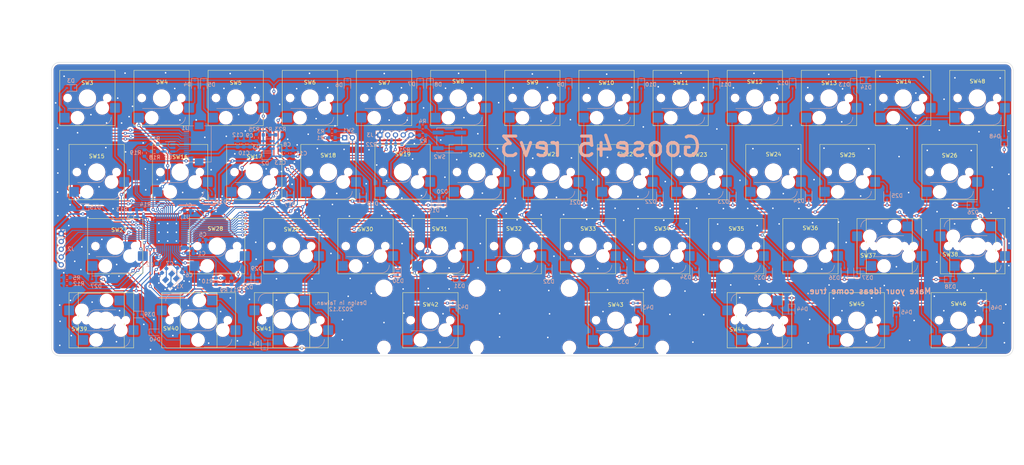
<source format=kicad_pcb>
(kicad_pcb (version 20221018) (generator pcbnew)
  (layers (0 "F.Cu" signal) (31 "B.Cu" signal) (34 "B.Paste" user) (35 "F.Paste" user) (36 "B.SilkS" user "B.Silkscreen") (37 "F.SilkS" user "F.Silkscreen") (38 "B.Mask" user) (39 "F.Mask" user) (44 "Edge.Cuts" user))
  (net 0 "")
  (net 1 "XTAL1")
  (net 2 "GND")
  (net 3 "XTAL2")
  (net 4 "+3.3V")
  (net 5 "VIN")
  (net 6 "row2")
  (net 7 "Net-(D3-A)")
  (net 8 "row3")
  (net 9 "Net-(D4-A)")
  (net 10 "row4")
  (net 11 "row1")
  (net 12 "Net-(D5-A)")
  (net 13 "Net-(D6-A)")
  (net 14 "Net-(D7-A)")
  (net 15 "Net-(D8-A)")
  (net 16 "Net-(D9-A)")
  (net 17 "Net-(D10-A)")
  (net 18 "Net-(D11-A)")
  (net 19 "Net-(D12-A)")
  (net 20 "Net-(D13-A)")
  (net 21 "Net-(D14-A)")
  (net 22 "Net-(D15-A)")
  (net 23 "Net-(D16-A)")
  (net 24 "Net-(D17-A)")
  (net 25 "Net-(D18-A)")
  (net 26 "Net-(D19-A)")
  (net 27 "Net-(D20-A)")
  (net 28 "Net-(D21-A)")
  (net 29 "Net-(D22-A)")
  (net 30 "Net-(D23-A)")
  (net 31 "Net-(D24-A)")
  (net 32 "Net-(D25-A)")
  (net 33 "Net-(D26-A)")
  (net 34 "Net-(D27-A)")
  (net 35 "Net-(D28-A)")
  (net 36 "Net-(D29-A)")
  (net 37 "Net-(D30-A)")
  (net 38 "Net-(D31-A)")
  (net 39 "Net-(D32-A)")
  (net 40 "Net-(D33-A)")
  (net 41 "Net-(D34-A)")
  (net 42 "Net-(D35-A)")
  (net 43 "Net-(D36-A)")
  (net 44 "Net-(D37-A)")
  (net 45 "Net-(D38-A)")
  (net 46 "Net-(D39-A)")
  (net 47 "Net-(D40-A)")
  (net 48 "Net-(D41-A)")
  (net 49 "Net-(D42-A)")
  (net 50 "Net-(D43-A)")
  (net 51 "Net-(D44-A)")
  (net 52 "Net-(D45-A)")
  (net 53 "SWCLK")
  (net 54 "SWDIO")
  (net 55 "USB_D+")
  (net 56 "USB_D-")
  (net 57 "MISO")
  (net 58 "MOSI")
  (net 59 "SCK")
  (net 60 "BOOT0")
  (net 61 "RESET")
  (net 62 "Net-(R4-Pad1)")
  (net 63 "PC15")
  (net 64 "PC14")
  (net 65 "PC13")
  (net 66 "PA4")
  (net 67 "col2_1")
  (net 68 "CAPS_LED")
  (net 69 "Net-(R23-Pad1)")
  (net 70 "col1")
  (net 71 "col2")
  (net 72 "col3")
  (net 73 "col4")
  (net 74 "col5")
  (net 75 "col6")
  (net 76 "col7")
  (net 77 "col8")
  (net 78 "col9")
  (net 79 "col10")
  (net 80 "col11")
  (net 81 "col12")
  (net 82 "MCU_TX")
  (net 83 "MCU_RX")
  (net 84 "Net-(D46-A)")
  (net 85 "/Interface/USBTVSD-")
  (net 86 "/Interface/USBTVSD+")
  (net 87 "Net-(D48-A)")
  (net 88 "SCL")
  (net 89 "/Interface/USBD+")
  (net 90 "SDA")
  (net 91 "Net-(SW1-Pin_1)")
  (net 92 "Net-(U3-EN)")
  (net 93 "PA3")
  (net 94 "PB12")
  (net 96 "/Interface/USBD-")
  (footprint "Switch_Keyboard_Hotswap_Kailh.pretty:SW_Hotswap_Kailh_MX" (layer "F.Cu") (at 37.58125 84.2 180)
    (fp_text reference "SW15")
    (fp_text value "SW_Push" hide)
  )
  (footprint "Switch_Keyboard_Hotswap_Kailh.pretty:SW_Hotswap_Kailh_MX" (layer "F.Cu") (at 154.2625 84.2 180)
    (fp_text reference "SW21")
    (fp_text value "SW_Push" hide)
  )
  (footprint "Switch_Keyboard_Hotswap_Kailh.pretty:SW_Hotswap_Kailh_MX" (layer "F.Cu") (at 173.3125 84.2 180)
    (fp_text reference "SW22")
    (fp_text value "SW_Push" hide)
  )
  (footprint "Switch_Keyboard_Hotswap_Kailh.pretty:SW_Hotswap_Kailh_MX" (layer "F.Cu") (at 54.25 65.15 180)
    (fp_text reference "SW4")
    (fp_text value "SW_Push" hide)
  )
  (footprint "Switch_Keyboard_Hotswap_Kailh.pretty:SW_Hotswap_Kailh_MX" (layer "F.Cu") (at 35.2 65.15 180)
    (fp_text reference "SW3")
    (fp_text value "SW_Push" hide)
  )
  (footprint "Switch_Keyboard_Hotswap_Kailh.pretty:SW_Hotswap_Kailh_MX" (layer "F.Cu") (at 263.8 103.25 180)
    (fp_text reference "SW38_1" hide)
    (fp_text value "SW_Push" hide)
  )
  (footprint "Mounting_Keyboard_Stabilizer.pretty:Stabilizer_Cherry_MX_2.00u" (layer "F.Cu") (at 170.93125 122.3 180)
    (fp_text reference "REF2" hide)
    (fp_text value "Stabilizer_Cherry_MX_2.00u" hide)
  )
  (footprint "Switch_Keyboard_Hotswap_Kailh.pretty:SW_Hotswap_Kailh_MX" (layer "F.Cu") (at 225.7 65.15 180)
    (fp_text reference "SW13")
    (fp_text value "SW_Push" hide)
  )
  (footprint "Switch_Keyboard_Hotswap_Kailh.pretty:SW_Hotswap_Kailh_MX" (layer "F.Cu") (at 192.3625 84.2 180)
    (fp_text reference "SW23")
    (fp_text value "SW_Push" hide)
  )
  (footprint "Switch_Keyboard_Hotswap_Kailh.pretty:SW_Hotswap_Kailh_MX" (layer "F.Cu") (at 144.7375 103.25 180)
    (fp_text reference "SW32")
    (fp_text value "SW_Push" hide)
  )
  (footprint "Mounting_Keyboard_Stabilizer.pretty:Stabilizer_Cherry_MX_2.00u" (layer "F.Cu") (at 123.30625 122.3 180)
    (fp_text reference "REF1" hide)
    (fp_text value "Stabilizer_Cherry_MX_2.00u" hide)
  )
  (footprint "Switch_Keyboard_Hotswap_Kailh.pretty:SW_Hotswap_Kailh_MX" (layer "F.Cu") (at 256.65625 84.2 180)
    (fp_text reference "SW26")
    (fp_text value "SW_Push" hide)
  )
  (footprint "Switch_Keyboard_Hotswap_Kailh.pretty:SW_Hotswap_Kailh_MX" (layer "F.Cu") (at 61.39375 122.3)
    (fp_text reference "SW40")
    (fp_text value "SW_Push" hide)
  )
  (footprint "Switch_Keyboard_Hotswap_Kailh.pretty:SW_Hotswap_Kailh_MX" (layer "F.Cu") (at 211.4125 84.2 180)
    (fp_text reference "SW24")
    (fp_text value "SW_Push" hide)
  )
  (footprint "Switch_Keyboard_Hotswap_Kailh.pretty:SW_Hotswap_Kailh_MX" (layer "F.Cu") (at 263.8 65.15 180)
    (fp_text reference "SW48")
    (fp_text value "SW_Push" hide)
  )
  (footprint "Switch_Keyboard_Hotswap_Kailh.pretty:SW_Hotswap_Kailh_MX" (layer "F.Cu") (at 85.20625 122.3)
    (fp_text reference "SW41")
    (fp_text value "SW_Push" hide)
  )
  (footprint "Switch_Keyboard_Hotswap_Kailh.pretty:SW_Hotswap_Kailh_MX" (layer "F.Cu") (at 163.7875 103.25 180)
    (fp_text reference "SW33")
    (fp_text value "SW_Push" hide)
  )
  (footprint "Switch_Keyboard_Hotswap_Kailh.pretty:SW_Hotswap_Kailh_MX" (layer "F.Cu") (at 89.96875 122.3 180)
    (fp_text reference "SW41_1" hide)
    (fp_text value "SW_Push" hide)
  )
  (footprint "Switch_Keyboard_Hotswap_Kailh.pretty:SW_Hotswap_Kailh_MX" (layer "F.Cu") (at 244.75 65.15 180)
    (fp_text reference "SW14")
    (fp_text value "SW_Push" hide)
  )
  (footprint "Switch_Keyboard_Hotswap_Kailh.pretty:SW_Hotswap_Kailh_MX" (layer "F.Cu") (at 209.03125 122.3 180)
    (fp_text reference "SW44_1" hide)
    (fp_text value "SW_Push" hide)
  )
  (footprint "Switch_Keyboard_Hotswap_Kailh.pretty:SW_Hotswap_Kailh_MX" (layer "F.Cu") (at 135.2125 84.2 180)
    (fp_text reference "SW20")
    (fp_text value "SW_Push" hide)
  )
  (footprint "Switch_Keyboard_Hotswap_Kailh.pretty:SW_Hotswap_Kailh_MX" (layer "F.Cu") (at 149.5 65.15 180)
    (fp_text reference "SW9")
    (fp_text value "SW_Push" hide)
  )
  (footprint "Switch_Keyboard_Hotswap_Kailh.pretty:SW_Hotswap_Kailh_MX" (layer "F.Cu") (at 242.36875 103.25 180)
    (fp_text reference "SW37_1" hide)
    (fp_text value "SW_Push" hide)
  )
  (footprint "Switch_Keyboard_Hotswap_Kailh.pretty:SW_Hotswap_Kailh_MX" (layer "F.Cu") (at 187.6 65.15 180)
    (fp_text reference "SW11")
    (fp_text value "SW_Push" hide)
  )
  (footprint "Switch_Keyboard_Hotswap_Kailh.pretty:SW_Hotswap_Kailh_MX" (layer "F.Cu") (at 182.8375 103.25 180)
    (fp_text reference "SW34")
    (fp_text value "SW_Push" hide)
  )
  (footprint "Switch_Keyboard_Hotswap_Kailh.pretty:SW_Hotswap_Kailh_MX" (layer "F.Cu") (at 78.0625 84.2 180)
    (fp_text reference "SW17")
    (fp_text value "SW_Push" hide)
  )
  (footprint "Switch_Keyboard_Hotswap_Kailh.pretty:SW_Hotswap_Kailh_MX" (layer "F.Cu") (at 130.45 65.15 180)
    (fp_text reference "SW8")
    (fp_text value "SW_Push" hide)
  )
  (footprint "Switch_Keyboard_Hotswap_Kailh.pretty:SW_Hotswap_Kailh_MX" (layer "F.Cu") (at 168.55 65.15 180)
    (fp_text reference "SW10")
    (fp_text value "SW_Push" hide)
  )
  (footprint "Switch_Keyboard_Hotswap_Kailh.pretty:SW_Hotswap_Kailh_MX" (layer "F.Cu") (at 68.5375 103.25 180)
    (fp_text reference "SW28")
    (fp_text value "SW_Push" hide)
  )
  (footprint "Switch_Keyboard_Hotswap_Kailh.pretty:SW_Hotswap_Kailh_MX" (layer "F.Cu") (at 206.65 65.15 180)
    (fp_text reference "SW12")
    (fp_text value "SW_Push" hide)
  )
  (footprint "Switch_Keyboard_Hotswap_Kailh.pretty:SW_Hotswap_Kailh_MX" (layer "F.Cu") (at 259.0375 122.3 180)
    (fp_text reference "SW46")
    (fp_text value "SW_Push" hide)
  )
  (footprint "Switch_Keyboard_Hotswap_Kailh.pretty:SW_Hotswap_Kailh_MX" (layer "F.Cu") (at 97.1125 84.2 180)
    (fp_text reference "SW18")
    (fp_text value "SW_Push" hide)
  )
  (footprint "Switch_Keyboard_Hotswap_Kailh.pretty:SW_Hotswap_Kailh_MX" (layer "F.Cu") (at 42.34375 103.25 180)
    (fp_text reference "SW27")
    (fp_text value "SW_Push" hide)
  )
  (footprint "Switch_Keyboard_Hotswap_Kailh.pretty:SW_Hotswap_Kailh_MX" (layer "F.Cu") (at 220.9375 103.25 180)
    (fp_text reference "SW36")
    (fp_text value "SW_Push" hide)
  )
  (footprint "Switch_Keyboard_Hotswap_Kailh.pretty:SW_Hotswap_Kailh_MX" (layer "F.Cu") (at 59.0125 84.2 180)
    (fp_text reference "SW16")
    (fp_text value "SW_Push" hide)
  )
  (footprint "Switch_Keyboard_Hotswap_Kailh.pretty:SW_Hotswap_Kailh_MX" (layer "F.Cu") (at 37.58125 122.3)
    (fp_text reference "SW39")
    (fp_text value "SW_Push" hide)
  )
  (footprint "Switch_Keyboard_Hotswap_Kailh.pretty:SW_Hotswap_Kailh_MX" (layer "F.Cu") (at 232.84375 122.3 180)
    (fp_text reference "SW45")
    (fp_text value "SW_Push" hide)
  )
  (footprint "Switch_Keyboard_Hotswap_Kailh.pretty:SW_Hotswap_Kailh_MX" (layer "F.Cu") (at 87.5875 103.25 180)
    (fp_text reference "SW29")
    (fp_text value "SW_Push" hide)
  )
  (footprint "Switch_Keyboard_Hotswap_Kailh.pretty:SW_Hotswap_Kailh_MX" (layer "F.Cu") (at 230.4625 84.2 180)
    (fp_text reference "SW25")
    (fp_text value "SW_Push" hide)
  )
  (footprint "Switch_Keyboard_Hotswap_Kailh.pretty:SW_Hotswap_Kailh_MX" (layer "F.Cu") (at 73.3 65.15 180)
    (fp_text reference "SW5")
    (fp_text value "SW_Push" hide)
  )
  (footprint "Switch_Keyboard_Hotswap_Kailh.pretty:SW_Hotswap_Kailh_MX" (layer "F.Cu") (at 106.6375 103.25 180)
    (fp_text reference "SW30")
    (fp_text value "SW_Push" hide)
  )
  (footprint "Switch_Keyboard_Hotswap_Kailh.pretty:SW_Hotswap_Kailh_MX" (layer "F.Cu") (at 239.9875 103.25)
    (fp_text reference "SW37")
    (fp_text value "SW_Push" hide)
  )
  (footprint "Switch_Keyboard_Hotswap_Kailh.pretty:SW_Hotswap_Kailh_MX" (layer "F.Cu") (at 261.41875 103.25)
    (fp_text reference "SW38")
    (fp_text value "SW_Push" hide)
  )
  (footprint "Switch_Keyboard_Hotswap_Kailh.pretty:SW_Hotswap_Kailh_MX" (layer "F.Cu") (at 39.9625 122.3 180)
    (fp_text reference "SW39_1" hide)
    (fp_text value "SW_Push" hide)
  )
  (footprint "Switch_Keyboard_Hotswap_Kailh.pretty:SW_Hotswap_Kailh_MX" (layer "F.Cu") (at 92.35 65.15 180)
    (fp_text reference "SW6")
    (fp_text value "SW_Push" hide)
  )
  (footprint "Switch_Keyboard_Hotswap_Kailh.pretty:SW_Hotswap_Kailh_MX" (layer "F.Cu") (at 206.65 122.3)
    (fp_text reference "SW44")
    (fp_text value "SW_Push" hide)
  )
  (footprint "Switch_Keyboard_Hotswap_Kailh.pretty:SW_Hotswap_Kailh_MX" (layer "F.Cu") (at 111.4 65.15 180)
    (fp_text reference "SW7")
    (fp_text value "SW_Push" hide)
  )
  (footprint "Switch_Keyboard_Hotswap_Kailh.pretty:SW_Hotswap_Kailh_MX" (layer "F.Cu") (at 170.93125 122.3 180)
    (fp_text reference "SW43")
    (fp_text value "SW_Push" hide)
  )
  (footprint "Switch_Keyboard_Hotswap_Kailh.pretty:SW_Hotswap_Kailh_MX" (layer "F.Cu") (at 66.15625 122.3 180)
    (fp_text reference "SW40_1" hide)
    (fp_text value "SW_Push" hide)
  )
  (footprint "Switch_Keyboard_Hotswap_Kailh.pretty:SW_Hotswap_Kailh_MX" (layer "F.Cu") (at 125.6875 103.25 180)
    (fp_text reference "SW31")
    (fp_text value "SW_Push" hide)
  )
  (footprint "Switch_Keyboard_Hotswap_Kailh.pretty:SW_Hotswap_Kailh_MX" (layer "F.Cu") (at 123.30625 122.3 180)
    (fp_text reference "SW42")
    (fp_text value "SW_Push" hide)
  )
  (footprint "Switch_Keyboard_Hotswap_Kailh.pretty:SW_Hotswap_Kailh_MX" (layer "F.Cu") (at 116.1625 84.2 180)
    (fp_text reference "SW19")
    (fp_text value "SW_Push" hide)
  )
  (footprint "Switch_Keyboard_Hotswap_Kailh.pretty:SW_Hotswap_Kailh_MX" (layer "F.Cu") (at 201.8875 103.25 180)
    (fp_text reference "SW35")
    (fp_text value "SW_Push" hide)
  )
  (footprint "Diode_SMD:D_SOD-323" (layer "B.Cu") (at 126.6125 91.63998 90)
    (fp_text reference "D20")
    (fp_text value "1N4148" hide)
  )
  (footprint "Resistor_SMD:R_0603_1608Metric" (layer "B.Cu") (at 70.2225 112.26998 90)
    (fp_text reference "R9")
    (fp_text value "10K/5%" hide)
  )
  (footprint "Diode_SMD:D_SOD-323" (layer "B.Cu") (at 220.4825 90.17998 90)
    (fp_text reference "D24")
    (fp_text value "1N4148" hide)
  )
  (footprint "Capacitor_SMD:C_0603_1608Metric" (layer "B.Cu") (at 64.8225 101.62998)
    (fp_text reference "C5")
    (fp_text value "100nF/16V" hide)
  )
  (footprint "Diode_SMD:D_SOD-323" (layer "B.Cu") (at 216.11625 119.65998 -90)
    (fp_text reference "D44")
    (fp_text value "1N4148" hide)
  )
  (footprint "Capacitor_SMD:C_0603_1608Metric" (layer "B.Cu") (at 86.39 79.375 90)
    (fp_text reference "C8")
    (fp_text value "100nF/16V" hide)
  )
  (footprint "Diode_SMD:D_SOD-323" (layer "B.Cu") (at 232.0425 61.65998 -90)
    (fp_text reference "D13")
    (fp_text value "1N4148" hide)
  )
  (footprint "Diode_SMD:D_SOD-323" (layer "B.Cu") (at 48.0925 120.82998 180)
    (fp_text reference "D39")
    (fp_text value "1N4148" hide)
  )
  (footprint "Capacitor_SMD:C_0603_1608Metric" (layer "B.Cu") (at 54.9325 109.53998 -135)
    (fp_text reference "C7")
    (fp_text value "22pF/50V" hide)
  )
  (footprint "Diode_SMD:D_SOD-323" (layer "B.Cu") (at 266.1125 118.95998 -90)
    (fp_text reference "D46")
    (fp_text value "1N4148" hide)
  )
  (footprint "Diode_SMD:D_SOD-323" (layer "B.Cu") (at 81.5125 80.14498)
    (fp_text reference "D2")
    (fp_text value "1N4148" hide)
  )
  (footprint "Capacitor_SMD:C_0603_1608Metric" (layer "B.Cu") (at 76.9625 76.95498 90)
    (fp_text reference "C9")
    (fp_text value "100nF/16V" hide)
  )
  (footprint "Connector_PinHeader_2.00mm:PinHeader_1x02_P2.00mm_Vertical" (layer "B.Cu") (at 101.2725 75.37998 -90)
    (fp_text reference "SW1")
    (fp_text value "Conn_01x02_Female" hide)
  )
  (footprint "Resistor_SMD:R_0603_1608Metric" (layer "B.Cu") (at 81.2025 74.62498)
    (fp_text reference "R24")
    (fp_text value "100R/5%" hide)
  )
  (footprint "Capacitor_SMD:C_0603_1608Metric" (layer "B.Cu") (at 84.79 79.375 90)
    (fp_text reference "C13")
    (fp_text value "100uF/16V" hide)
  )
  (footprint "Diode_SMD:D_SOD-323" (layer "B.Cu") (at 232.9025 109.90998 90)
    (fp_text reference "D37")
    (fp_text value "1N4148" hide)
  )
  (footprint "Capacitor_SMD:C_0603_1608Metric" (layer "B.Cu") (at 73.8225 76.95498 90)
    (fp_text reference "C12")
    (fp_text value "100uF/16V" hide)
  )
  (footprint "Resistor_SMD:R_0603_1608Metric" (layer "B.Cu") (at 121.3125 74.74998)
    (fp_text reference "R2")
    (fp_text value "10K/5%" hide)
  )
  (footprint "Resistor_SMD:R_0603_1608Metric" (layer "B.Cu") (at 49.83 79.3 -90)
    (fp_text reference "R19")
    (fp_text value "1.5K/5%" hide)
  )
  (footprint "Resistor_SMD:R_0603_1608Metric" (layer "B.Cu") (at 78.5925 75.35498 -90)
    (fp_text reference "R25")
    (fp_text value "10K/5%" hide)
  )
  (footprint "Diode_SMD:D_SOD-323" (layer "B.Cu") (at 200.9725 90.34998 90)
    (fp_text reference "D23")
    (fp_text value "1N4148" hide)
  )
  (footprint "Resistor_SMD:R_0603_1608Metric" (layer "B.Cu") (at 29.9475 111.29998)
    (fp_text reference "R5")
    (fp_text value "10K/5%" hide)
  )
  (footprint "Diode_SMD:D_SOD-323" (layer "B.Cu") (at 270.7125 75.97998 90)
    (fp_text reference "D48")
    (fp_text value "1N4148" hide)
  )
  (footprint "Diode_SMD:D_SOD-323" (layer "B.Cu") (at 243.0225 120.34998 -90)
    (fp_text reference "D45")
    (fp_text value "1N4148" hide)
  )
  (footprint "Capacitor_SMD:C_0603_1608Metric" (layer "B.Cu") (at 58.8825 109.40998 -45)
    (fp_text reference "C6")
    (fp_text value "22pF/50V" hide)
  )
  (footprint "Diode_SMD:D_SOD-323" (layer "B.Cu") (at 172.9225 109.55998 90)
    (fp_text reference "D33")
    (fp_text value "1N4148" hide)
  )
  (footprint "Diode_SMD:D_SOD-323" (layer "B.Cu") (at 52.5425 125.41998)
    (fp_text reference "D40")
    (fp_text value "1N4148" hide)
  )
  (footprint "Resistor_SMD:R_0603_1608Metric" (layer "B.Cu") (at 98.0425 73.68998 180)
    (fp_text reference "R3")
    (fp_text value "100K/5%" hide)
  )
  (footprint "Diode_SMD:D_SOD-323" (layer "B.Cu") (at 153.7025 109.10998 90)
    (fp_text reference "D32")
    (fp_text value "1N4148" hide)
  )
  (footprint "Connector_PinHeader_2.00mm:PinHeader_1x05_P2.00mm_Vertical" (layer "B.Cu") (at 110.3325 74.65998 -90)
    (fp_text reference "J3")
    (fp_text value "Debugger" hide)
  )
  (footprint "Resistor_SMD:R_0603_1608Metric" (layer "B.Cu") (at 121.3325 72.57998 180)
    (fp_text reference "R4")
    (fp_text value "100K/5%" hide)
  )
  (footprint "Resistor_SMD:R_0603_1608Metric" (layer "B.Cu") (at 49.9725 93.82998)
    (fp_text reference "R14")
    (fp_text value "10K/5%" hide)
  )
  (footprint "Diode_SMD:D_SOD-323" (layer "B.Cu") (at 76.3625 111.35748 90)
    (fp_text reference "D28")
    (fp_text value "1N4148" hide)
  )
  (footprint "Diode_SMD:D_SOD-323" (layer "B.Cu") (at 123.1925 61.65998 -90)
    (fp_text reference "D8")
    (fp_text value "1N4148" hide)
  )
  (footprint "Resistor_SMD:R_0603_1608Metric" (layer "B.Cu") (at 72.2225 112.26998 90)
    (fp_text reference "R11")
    (fp_text value "10K/5%" hide)
  )
  (footprint "Resistor_SMD:R_0603_1608Metric" (layer "B.Cu") (at 68.2225 112.26998 90)
    (fp_text reference "R10")
    (fp_text value "10K/5%" hide)
  )
  (footprint "Diode_SMD:D_SOD-323" (layer "B.Cu") (at 262.6925 92.69998)
    (fp_text reference "D26")
    (fp_text value "1N4148" hide)
  )
  (footprint "Diode_SMD:D_SOD-323" (layer "B.Cu") (at 162.7925 90.17998 90)
    (fp_text reference "D21")
    (fp_text value "1N4148" hide)
  )
  (footprint "Diode_SMD:D_SOD-323" (layer "B.Cu") (at 177.4825 61.65998 -90)
    (fp_text reference "D10")
    (fp_text value "1N4148" hide)
  )
  (footprint "Capacitor_SMD:C_0603_1608Metric" (layer "B.Cu") (at 75.3925 76.95498 90)
    (fp_text reference "C10")
    (fp_text value "1uF/16V" hide)
  )
  (footprint "Diode_SMD:D_SOD-323" (layer "B.Cu") (at 37.4425 111.75998 180)
    (fp_text reference "D27")
    (fp_text value "1N4148" hide)
  )
  (footprint "Diode_SMD:D_SOD-323" (layer "B.Cu") (at 124.4525 91.63998 90)
    (fp_text reference "D19")
    (fp_text value "1N4148" hide)
  )
  (footprint "Capacitor_SMD:C_0603_1608Metric" (layer "B.Cu") (at 60.9325 94.13998)
    (fp_text reference "C4")
    (fp_text value "100nF/16V" hide)
  )
  (footprint "Diode_SMD:D_SOD-323" (layer "B.Cu") (at 65.0925 61.65998 -90)
    (fp_text reference "D5")
    (fp_text value "1N4148" hide)
  )
  (footprint "Crystal:Crystal_SMD_TXC_7M-4Pin_3.2x2.5mm" (layer "B.Cu") (at 56.6625 111.73998 -135)
    (fp_text reference "X1")
    (fp_text value "Crystal_GND24" hide)
  )
  (footprint "Resistor_SMD:R_0603_1608Metric" (layer "B.Cu") (at 111.1525 77.01998)
    (fp_text reference "R22")
    (fp_text value "10K/5%" hide)
  )
  (footprint "Capacitor_SMD:C_0603_1608Metric" (layer "B.Cu") (at 87.99 79.375 90)
    (fp_text reference "C11")
    (fp_text value "1uF/16V" hide)
  )
  (footprint "Diode_SMD:D_SOD-323" (layer "B.Cu") (at 67.1825 91.03998 90)
    (fp_text reference "D16")
    (fp_text value "1N4148" hide)
  )
  (footprint "Diode_SMD:D_SOD-323" (layer "B.Cu") (at 235.2525 60.60998)
    (fp_text reference "D14")
    (fp_text value "1N4148" hide)
  )
  (footprint "Diode_SMD:D_SOD-323" (layer "B.Cu") (at 158.8325 61.65998 -90)
    (fp_text reference "D9")
    (fp_text value "1N4148" hide)
  )
  (footprint "Resistor_SMD:R_0603_1608Metric" (layer "B.Cu") (at 46.9925 93.82998 180)
    (fp_text reference "R13")
    (fp_text value "10K/5%" hide)
  )
  (footprint "Resistor_SMD:R_0603_1608Metric" (layer "B.Cu") (at 29.9475 112.80998)
    (fp_text reference "R12")
    (fp_text value "10K/5%" hide)
  )
  (footprint "Package_QFP:LQFP-48_7x7mm_P0.5mm" (layer "B.Cu") (at 55.8125 99.67998 90)
    (fp_text reference "U1")
    (fp_text value "STM32F103CBTx" hide)
  )
  (footprint "Connector_FFC-FPC:Hirose_FH12-12S-0.5SH_1x12-1MP_P0.50mm_Horizontal" (layer "B.Cu") (at 62.5 76.95 -90)
    (fp_text reference "J1")
    (fp_text value "USB connector" hide)
  )
  (footprint "Resistor_SMD:R_0603_1608Metric" (layer "B.Cu") (at 98.0325 75.37998)
    (fp_text reference "R1")
    (fp_text value "10K/5%" hide)
  )
  (footprint "Diode_SMD:D_SOD-323" (layer "B.Cu") (at 34.0825 93.20998 180)
    (fp_text reference "D15")
    (fp_text value "1N4148" hide)
  )
  (footprint "Capacitor_SMD:C_0603_1608Metric" (layer "B.Cu") (at 61.6525 105.09998)
    (fp_text reference "C1")
    (fp_text value "1uF/16V" hide)
  )
  (footprint "Resistor_SMD:R_0603_1608Metric" (layer "B.Cu") (at 84.3825 74.62498)
    (fp_text reference "R23")
    (fp_text value "39K/5%" hide)
  )
  (footprint "Diode_SMD:D_SOD-323" (layer "B.Cu") (at 129.0725 118.95998 -90)
    (fp_text reference "D42")
    (fp_text value "1N4148" hide)
  )
  (footprint "Resistor_SMD:R_0603_1608Metric" (layer "B.Cu") (at 52.42 78.9 180)
    (fp_text reference "R18")
    (fp_text value "22R/5%" hide)
  )
  (footprint "Diode_SMD:D_SOD-323" (layer "B.Cu") (at 229.6525 109.90998 90)
    (fp_text reference "D36")
    (fp_text value "1N4148" hide)
  )
  (footprint "Diode_SMD:D_SOD-323" (layer "B.Cu") (at 196.8025 61.65998 -90)
    (fp_text reference "D11")
    (fp_text value "1N4148" hide)
  )
  (footprint "Diode_SMD:D_SOD-323" (layer "B.Cu") (at 130.7625 111.62998)
    (fp_text reference "D31")
    (fp_text value "1N4148" hide)
  )
  (footprint "Diode_SMD:D_SOD-323" (layer "B.Cu") (at 78.9925 111.35748 90)
    (fp_text reference "D29")
    (fp_text value "1N4148" hide)
  )
  (footprint "Capacitor_SMD:C_0603_1608Metric" (layer "B.Cu") (at 48.8225 95.79998 180)
    (fp_text reference "C3")
    (fp_text value "100nF/16V" hide)
  )
  (footprint "Diode_SMD:D_SOD-323" (layer "B.Cu") (at 191.4425 109.92998 90)
    (fp_text reference "D34")
    (fp_text value "1N4148" hide)
  )
  (footprint "Diode_SMD:D_SOD-323" (layer "B.Cu") (at 30.9725 62.56998 180)
    (fp_text reference "D3")
    (fp_text value "1N4148" hide)
  )
  (footprint "Diode_SMD:D_SOD-323" (layer "B.Cu") (at 114.9425 109.60998 90)
    (fp_text reference "D30")
    (fp_text value "1N4148" hide)
  )
  (footprint "Diode_SMD:D_SOD-323" (layer "B.Cu") (at 101.9925 61.65998 -90)
    (fp_text reference "D6")
    (fp_text value "1N4148" hide)
  )
  (footprint "Button_Switch_SMD:SW_Push_1P1T_NO_CK_KSC6xxJ" (layer "B.Cu") (at 128.1625 76.03998 180)
    (fp_text reference "SW2")
    (fp_text value "SW_Push" hide)
  )
  (footprint "Connector_PinHeader_2.00mm:PinHeader_1x05_P2.00mm_Vertical" (layer "B.Cu") (at 28.4725 100.04998 180)
    (fp_text reference "J2")
    (fp_text value "SPI")
  )
  (footprint "Diode_SMD:D_SOD-323" (layer "B.Cu") (at 105.9825 90.59498 90)
    (fp_text reference "D18")
    (fp_text value "1N4148" hide)
  )
  (footprint "Diode_SMD:D_SOD-323" (layer "B.Cu") (at 120.6625 61.65998 -90)
    (fp_text reference "D7")
    (fp_text value "1N4148" hide)
  )
  (footprint "Diode_SMD:D_SOD-323" (layer "B.Cu") (at 256.8725 111.81998)
    (fp_text reference "D38")
    (fp_text value "1N4148" hide)
  )
  (footprint "Resistor_SMD:R_0603_1608Metric" (layer "B.Cu") (at 52.42 77 180)
    (fp_text reference "R15")
    (fp_text value "22R/5%" hide)
  )
  (footprint "Package_TO_SOT_SMD:SOT-23-6" (layer "B.Cu") (at 56 77.95 180)
    (fp_text reference "U2")
    (fp_text value "USBLC6-2SC6" hide)
  )
  (footprint "Resistor_SMD:R_0603_1608Metric" (layer "B.Cu") (at 115.1525 77.01998 180)
    (fp_text reference "R21")
    (fp_text value "10K/5%" hide)
  )
  (footprint "Diode_SMD:D_SOD-323" (layer "B.Cu") (at 240.6125 90.25748 90)
    (fp_text reference "D25")
    (fp_text value "1N4148" hide)
  )
  (footprint "Diode_SMD:D_SOD-323" (layer "B.Cu") (at 87.3125 90.19998 90)
    (fp_text reference "D17")
    (fp_text value "1N4148" hide)
  )
  (footprint "Diode_SMD:D_SOD-323" (layer "B.Cu") (at 176.6325 118.96998 -90)
    (fp_text reference "D43")
    (fp_text value "1N4148" hide)
  )
  (footprint "Diode_SMD:D_SOD-323" (layer "B.Cu") (at 182.2725 90.31998 90)
    (fp_text reference "D22")
    (fp_text value "1N4148" hide)
  )
  (footprint "Diode_SMD:D_SOD-323" (layer "B.Cu") (at 210.3125 109.91998 90)
    (fp_text reference "D35")
    (fp_text value "1N4148" hide)
  )
  (footprint "Package_TO_SOT_SMD:SOT-23-5" (layer "B.Cu") (at 81.5125 77.22498)
    (fp_text reference "U3")
    (fp_text value "TLV75533PDBV" hide)
  )
  (footprint "Diode_SMD:D_SOD-323" (layer "B.Cu") (at 216.3425 61.65998 -90)
    (fp_text reference "D12")
    (fp_text value "1N4148" hide)
  )
  (footprint "Capacitor_SMD:C_0603_1608Metric" (layer "B.Cu") (at 53.0125 106.96998 -90)
    (fp_text reference "C2")
    (fp_text value "100nF/16V" hide)
  )
  (footprint "Diode_SMD:D_SOD-323" (layer "B.Cu") (at 80.6925 128.42998 90)
    (fp_text reference "D41")
    (fp_text value "1N4148" hide)
  )
  (footprint "Diode_SMD:D_SOD-323" (layer "B.Cu") (at 62.7825 61.65998 -90)
    (fp_text reference "D4")
    (fp_text value "1N4148" hide)
  )
  (gr_arc locked (start 273 129.45) (mid 272.414214 130.864214) (end 271 131.45) (stroke (width 0.1)) (layer "Edge.Cuts"))
  (gr_line locked (start 26 129.45) (end 26 58) (stroke (width 0.1)) (layer "Edge.Cuts"))
  (gr_arc locked (start 271 56) (mid 272.414219 56.585781) (end 273 58) (stroke (width 0.1)) (layer "Edge.Cuts"))
  (gr_line locked (start 28 131.45) (end 271 131.45) (stroke (width 0.1)) (layer "Edge.Cuts"))
  (gr_arc locked (start 26 58) (mid 26.585786 56.585786) (end 28 56) (stroke (width 0.1)) (layer "Edge.Cuts"))
  (gr_line locked (start 28 56) (end 271 56) (stroke (width 0.1)) (layer "Edge.Cuts"))
  (gr_arc locked (start 28 131.45) (mid 26.585786 130.864214) (end 26 129.45) (stroke (width 0.1)) (layer "Edge.Cuts"))
  (gr_line locked (start 273 58) (end 273 129.45) (stroke (width 0.1)) (layer "Edge.Cuts"))
  (gr_text "Goose45 rev3" (at 167.0225 77.66998) (layer "B.SilkS") (effects (font (size 5 5) (thickness 0.8)) (justify mirror)))
  (gr_text "Design in Taiwan.\n2023.12" (at 100.3125 118.64998) (layer "B.SilkS") (effects (font (size 1 1)) (justify mirror)))
  (gr_text "Make your ideas come true." (at 235.9325 114.80998) (layer "B.SilkS") (effects (font (size 1.5 1.5) (thickness 0.3)) (justify mirror)))
  (segment (start 56.5625 107.51998) (end 56.5625 103.84248) (width 0.25) (layer "B.Cu") (net 1))
  (segment (start 57.904492 108.861972) (end 56.5625 107.51998) (width 0.25) (layer "B.Cu") (net 1))
  (segment (start 58.1625 109.033964) (end 58.334492 108.861972) (width 0.25) (layer "B.Cu") (net 1))
  (segment (start 58.334492 108.861972) (end 57.904492 108.861972) (width 0.25) (layer "B.Cu") (net 1))
  (segment (start 58.041358 111.563203) (end 58.1625 111.442061) (width 0.25) (layer "B.Cu") (net 1))
  (segment (start 58.1625 111.442061) (end 58.1625 109.033964) (width 0.25) (layer "B.Cu") (net 1))
  (segment (start 35.33 95.87) (end 46.95 95.87) (width 0.4) (layer "F.Cu") (net 2))
  (segment (start 63.4125 105.09998) (end 62.1825 106.32998) (width 0.25) (layer "F.Cu") (net 2))
  (segment (start 53.1925 97.42998) (end 53.5625 97.42998) (width 0.4) (layer "F.Cu") (net 2))
  (segment (start 62.7525 94.27998) (end 61.2125 94.27998) (width 0.4) (layer "F.Cu") (net 2))
  (segment (start 61.2125 94.27998) (end 58.0625 97.42998) (width 0.4) (layer "F.Cu") (net 2))
  (segment (start 30.31 108.91) (end 30.31 101.88748) (width 0.4) (layer "F.Cu") (net 2))
  (segment (start 65.4225 97.12998) (end 65.4225 103.73998) (width 0.4) (layer "F.Cu") (net 2))
  (segment (start 47.38 96.3) (end 48.54248 96.3) (width 0.4) (layer "F.Cu") (net 2))
  (segment (start 64.0625 105.09998) (end 63.4125 105.09998) (width 0.4) (layer "F.Cu") (net 2))
  (segment (start 29.1225 110.0975) (end 30.31 108.91) (width 0.4) (layer "F.Cu") (net 2))
  (segment (start 59.4525 107.06998) (end 59.4525 108.52998) (width 0.25) (layer "F.Cu") (net 2))
  (segment (start 68.2325 94.31998) (end 68.1925 94.27998) (width 0.4) (layer "F.Cu") (net 2))
  (segment (start 60.1925 106.32998) (end 59.4525 107.06998) (width 0.25) (layer "F.Cu") (net 2))
  (segment (start 62.1825 106.32998) (end 60.1925 106.32998) (width 0.25) (layer "F.Cu") (net 2))
  (segment (start 65.4225 103.73998) (end 64.0625 105.09998) (width 0.4) (layer "F.Cu") (net 2))
  (segment (start 48.545 96.29748) (end 49.645 96.29748) (width 0.4) (layer "F.Cu") (net 2))
  (segment (start 48.54248 96.3) (end 48.545 96.29748) (width 0.4) (layer "F.Cu") (net 2))
  (segment (start 105.37252 72.3) (end 107.7325 74.65998) (width 0.4) (layer "F.Cu") (net 2))
  (segment (start 107.7325 74.65998) (end 110.3325 74.65998) (width 0.4) (layer "F.Cu") (net 2))
  (segment (start 51.406232 95.643712) (end 53.1925 97.42998) (width 0.4) (layer "F.Cu") (net 2))
  (segment (start 98.8 72.3) (end 105.37252 72.3) (width 0.4) (layer "F.Cu") (net 2))
  (segment (start 30.31 101.88748) (end 28.4725 100.04998) (width 0.4) (layer "F.Cu") (net 2))
  (segment (start 68.2325 94.31998) (end 65.4225 97.12998) (width 0.4) (layer "F.Cu") (net 2))
  (segment (start 49.645 96.29748) (end 50.298768 95.643712) (width 0.4) (layer "F.Cu") (net 2))
  (segment (start 68.1925 94.27998) (end 62.7525 94.27998) (width 0.4) (layer "F.Cu") (net 2))
  (segment (start 50.298768 95.643712) (end 51.406232 95.643712) (width 0.4) (layer "F.Cu") (net 2))
  (segment (start 46.95 95.87) (end 47.38 96.3) (width 0.4) (layer "F.Cu") (net 2))
  (via (at 91.92 74.47) (size 0.8) (drill 0.4) (layers "F.Cu" "B.Cu") (net 2))
  (via (at 178.0025 72.58998) (size 0.8) (drill 0.4) (layers "F.Cu" "B.Cu") (net 2))
  (via (at 204.8125 93.54998) (size 0.8) (drill 0.4) (layers "F.Cu" "B.Cu") (net 2))
  (via (at 85.04 84.05) (size 0.8) (drill 0.4) (layers "F.Cu" "B.Cu") (net 2))
  (via (at 30.41 97.96) (size 0.8) (drill 0.4) (layers "F.Cu" "B.Cu") (net 2))
  (via (at 30.75 92.63) (size 0.8) (drill 0.4) (layers "F.Cu" "B.Cu") (net 2))
  (via (at 255.2525 65.46998) (size 0.8) (drill 0.4) (layers "F.Cu" "B.Cu") (net 2))
  (via (at 155.6925 90.69998) (size 0.8) (drill 0.4) (layers "F.Cu" "B.Cu") (net 2))
  (via (at 141.0825 126.59998) (size 0.8) (drill 0.4) (layers "F.Cu" "B.Cu") (net 2))
  (via (at 106.8225 87.19998) (size 0.8) (drill 0.4) (layers "F.Cu" "B.Cu") (net 2))
  (via (at 99.2525 89.68998) (size 0.8) (drill 0.4) (layers "F.Cu" "B.Cu") (net 2))
  (via (at 118.7325 80.83998) (size 0.8) (drill 0.4) (layers "F.Cu" "B.Cu") (net 2))
  (via (at 111.4525 58.85998) (size 0.8) (drill 0.4) (layers "F.Cu" "B.Cu") (net 2))
  (via (at 63.4125 105.09998) (size 0.8) (drill 0.4) (layers "F.Cu" "B.Cu") (net 2))
  (via (at 28.1025 128.75998) (size 0.8) (drill 0.4) (layers "F.Cu" "B.Cu") (net 2))
  (via (at 188.7025 114.80998) (size 0.8) (drill 0.4) (layers "F.Cu" "B.Cu") (net 2))
  (via (at 84.5925 66.78998) (size 0.8) (drill 0.4) (layers "F.Cu" "B.Cu") (net 2))
  (via (at 145.5725 96.45998) (size 0.8) (drill 0.4) (layers "F.Cu" "B.Cu") (net 2))
  (via (at 76.8325 116.92998) (size 0.8) (drill 0.4) (layers "F.Cu" "B.Cu") (net 2))
  (via (at 145.0925 90.94998) (size 0.8) (drill 0.4) (layers "F.Cu" "B.Cu") (net 2))
  (via (at 89.08 77.21) (size 0.8) (drill 0.4) (layers "F.Cu" "B.Cu") (net 2))
  (via (at 127.1925 62.63998) (size 0.8) (drill 0.4) (layers "F.Cu" "B.Cu") (net 2))
  (via (at 225.7125 113.23998) (size 0.8) (drill 0.4) (layers "F.Cu" "B.Cu") (net 2))
  (via (at 159.5425 80.56998) (size 0.8) (drill 0.4) (layers "F.Cu" "B.Cu") (net 2))
  (via (at 149.5925 80.62998) (size 0.8) (drill 0.4) (layers "F.Cu" "B.Cu") (net 2))
  (via (at 59.4525 108.52998) (size 0.8) (drill 0.4) (layers "F.Cu" "B.Cu") (net 2))
  (via (at 168.8225 114.45998) (size 0.8) (drill 0.4) (layers "F.Cu" "B.Cu") (net 2))
  (via (at 144.5325 62.53998) (size 0.8) (drill 0.4) (layers "F.Cu" "B.Cu") (net 2))
  (via (at 228.1525 97.05998) (size 0.8) (drill 0.4) (layers "F.Cu" "B.Cu") (net 2))
  (via (at 117.3525 70.83998) (size 0.8) (drill 0.4) (layers "F.Cu" "B.Cu") (net 2))
  (via (at 126.5525 120.62998) (size 0.8) (drill 0.4) (layers "F.Cu" "B.Cu") (net 2))
  (via (at 253.3825 107.31998) (size 0.8) (drill 0.4) (layers "F.Cu" "B.Cu") (net 2))
  (via (at 53.5625 97.42998) (size 0.8) (drill 0.4) (layers "F.Cu" "B.Cu") (net 2))
  (via (at 63.1425 70.77998) (size 0.8) (drill 0.4) (layers "F.Cu" "B.Cu") (net 2))
  (via (at 257.9625 97.51998) (size 0.8) (drill 0.4) (layers "F.Cu" "B.Cu") (net 2))
  (via (at 165.0225 86.15998) (size 0.8) (drill 0.4) (layers "F.Cu" "B.Cu") (net 2))
  (via (at 175.9825 128.39998) (size 0.8) (drill 0.4) (layers "F.Cu" "B.Cu") (net 2))
  (via (at 31.0625 126.25998) (size 0.8) (drill 0.4) (layers "F.Cu" "B.Cu") (net 2))
  (via (at 43.3125 110.96998) (size 0.8) (drill 0.4) (layers "F.Cu" "B.Cu") (net 2))
  (via (at 170.7525 93.50998) (size 0.8) (drill 0.4) (layers "F.Cu" "B.Cu") (net 2))
  (via (at 267.7825 88.71998) (size 0.8) (drill 0.4) (layers "F.Cu" "B.Cu") (net 2))
  (via (at 131.9225 70.19998) (size 0.8) (drill 0.4) (layers "F.Cu" "B.Cu") (net 2))
  (via (at 35.6625 105.27998) (size 0.8) (drill 0.4) (layers "F.Cu" "B.Cu") (net 2))
  (via (at 175.1825 102.81998) (size 0.8) (drill 0.4) (layers "F.Cu" "B.Cu") (net 2))
  (via (at 249.9725 59.70998) (size 0.8) (drill 0.4) (layers "F.Cu" "B.Cu") (net 2))
  (via (at 181.8325 62.26998) (size 0.8) (drill 0.4) (layers "F.Cu" "B.Cu") (net 2))
  (via (at 43.98 71.59) (size 0.8) (drill 0.4) (layers "F.Cu" "B.Cu") (net 2))
  (via (at 164.9125 93.54998) (size 0.8) (drill 0.4) (layers "F.Cu" "B.Cu") (net 2))
  (via (at 116.3025 114.26998) (size 0.8) (drill 0.4) (layers "F.Cu" "B.Cu") (net 2))
  (via (at 83.7825 117.12998) (size 0.8) (drill 0.4) (layers "F.Cu" "B.Cu") (net 2))
  (via (at 96.9325 62.47998) (size 0.8) (drill 0.4) (layers "F.Cu" "B.Cu") (net 2))
  (via (at 271.8225 93.43998) (size 0.8) (drill 0.4) (layers "F.Cu" "B.Cu") (net 2))
  (via (at 217.9625 93.58998) (size 0.8) (drill 0.4) (layers "F.Cu" "B.Cu") (net 2))
  (via (at 33.5225 109.25998) (size 0.8) (drill 0.4) (layers "F.Cu" "B.Cu") (net 2))
  (via (at 190.7325 127.92998) (size 0.8) (drill 0.4) (layers "F.Cu" "B.Cu") (net 2))
  (via (at 48.545 96.29748) (size 0.8) (drill 0.4) (layers "F.Cu" "B.Cu") (net 2))
  (via (at 183.6425 86.63998) (size 0.8) (drill 0.4) (layers "F.Cu" "B.Cu") (net 2))
  (via (at 224.4125 78.04998) (size 0.8) (drill 0.4) (layers "F.Cu" "B.Cu") (net 2))
  (via (at 198.5725 93.58998) (size 0.8) (drill 0.4) (layers "F.Cu" "B.Cu") (net 2))
  (via (at 53.1625 86.11998) (size 0.8) (drill 0.4) (layers "F.Cu" "B.Cu") (net 2))
  (via (at 100.6625 127.35998) (size 0.8) (drill 0.4) (layers "F.Cu" "B.Cu") (net 2))
  (via (at 42.6625 127.81998) (size 0.8) (drill 0.4) (layers "F.Cu" "B.Cu") (net 2))
  (via (at 60.0225 112.20998) (size 0.8) (drill 0.4) (layers "F.Cu" "B.Cu") (net 2))
  (via (at 92.2525 58.80998) (size 0.8) (drill 0.4) (layers "F.Cu" "B.Cu") (net 2))
  (via (at 115.9725 90.88998) (size 0.8) (drill 0.4) (layers "F.Cu" "B.Cu") (net 2))
  (via (at 30.8625 117.19998) (size 0.8) (drill 0.4) (layers "F.Cu" "B.Cu") (net 2))
  (via (at 107.2025 107.49998) (size 0.8) (drill 0.4) (layers "F.Cu" "B.Cu") (net 2))
  (via (at 136.1325 102.57998) (size 0.8) (drill 0.4) (layers "F.Cu" "B.Cu") (net 2))
  (via (at 88.39 81.63) (size 0.8) (drill 0.4) (layers "F.Cu" "B.Cu") (net 2))
  (via (at 254.0425 73.41998) (size 0.8) (drill 0.4) (layers "F.Cu" "B.Cu") (net 2))
  (via (at 153.9125 120.65998) (size 0.8) (drill 0.4) (layers "F.Cu" "B.Cu") (net 2))
  (via (at 27.6025 84.44998) (size 0.8) (drill 0.4) (layers "F.Cu" "B.Cu") (net 2))
  (via (at 200.4525 113.22998) (size 0.8) (drill 0.4) (layers "F.Cu" "B.Cu") (net 2))
  (via (at 133.8925 62.58998) (size 0.8) (drill 0.4) (layers "F.Cu" "B.Cu") (net 2))
  (via (at 136.1225 95.38998) (size 0.8) (drill 0.4) (layers "F.Cu" "B.Cu") (net 2))
  (via (at 74.0425 69.40998) (size 0.8) (drill 0.4) (layers "F.Cu" "B.Cu") (net 2))
  (via (at 238.7625 59.56998) (size 0.8) (drill 0.4) (layers "F.Cu" "B.Cu") (net 2))
  (via (at 159.2725 70.72998) (size 0.8) (drill 0.4) (layers "F.Cu" "B.Cu") (net 2))
  (via (at 237.7725 119.88998) (size 0.8) (drill 0.4) (layers "F.Cu" "B.Cu") (net 2))
  (via (at 27.5325 89.35998) (size 0.8) (drill 0.4) (layers "F.Cu" "B.Cu") (net 2))
  (via (at 36.4125 117.63998) (size 0.8) (drill 0.4) (layers "F.Cu" "B.Cu") (net 2))
  (via (at 43.4625 119.82998) (size 0.8) (drill 0.4) (layers "F.Cu" "B.Cu") (net 2))
  (via (at 247.5725 122.36998) (size 0.8) (drill 0.4) (layers "F.Cu" "B.Cu") (net 2))
  (via (at 69.8325 90.37998) (size 0.8) (drill 0.4) (layers "F.Cu" "B.Cu") (net 2))
  (via (at 172.9525 96.61998) (size 0.8) (drill 0.4) (layers "F.Cu" "B.Cu") (net 2))
  (via (at 58.0625 101.92998) (size 0.8) (drill 0.4) (layers "F.Cu" "B.Cu") (net 2))
  (via (at 246.4125 127.46998) (size 0.8) (drill 0.4) (layers "F.Cu" "B.Cu") (net 2))
  (via (at 34.62 82.32) (size 0.8) (drill 0.4) (layers "F.Cu" "B.Cu") (net 2))
  (via (at 116.4925 120.47998) (size 0.8) (drill 0.4) (layers "F.Cu" "B.Cu") (net 2))
  (via (at 193.5125 120.86998) (size 0.8) (drill 0.4) (layers "F.Cu" "B.Cu") (net 2))
  (via (at 121.5525 67.69998) (size 0.8) (drill 0.4) (layers "F.Cu" "B.Cu") (net 2))
  (via (at 201.1425 62.53998) (size 0.8) (drill 0.4) (layers "F.Cu" "B.Cu") (net 2))
  (via (at 68.2325 94.31998) (size 0.8) (drill 0.4) (layers "F.Cu" "B.Cu") (net 2))
  (via (at 229.0325 119.84998) (size 0.8) (drill 0.4) (layers "F.Cu" "B.Cu") (net 2))
  (via (at 102.7025 111.54998) (size 0.8) (drill 0.4) (layers "F.Cu" "B.Cu") (net 2))
  (via (at 220.7425 122.10998) (size 0.8) (drill 0.4) (layers "F.Cu" "B.Cu") (net 2))
  (via (at 140.8425 66.34998) (size 0.8) (drill 0.4) (layers "F.Cu" "B.Cu") (net 2))
  (via (at 57.8375 114.39498) (size 0.8) (drill 0.4) (layers "F.Cu" "B.Cu") (net 2))
  (via (at 31.9425 107.13998) (size 0.8) (drill 0.4) (layers "F.Cu" "B.Cu") (net 2))
  (via (at 220.2425 62.47998) (size 0.8) (drill 0.4) (layers "F.Cu" "B.Cu") (net 2))
  (via (at 245.7325 73.01998) (size 0.8) (drill 0.4) (layers "F.Cu" "B.Cu") (net 2))
  (via (at 217.8325 78.23998) (size 0.8) (drill 0.4) (layers "F.Cu" "B.Cu") (net 2))
  (via (at 49.52 76.71) (size 0.8) (drill 0.4) (layers "F.Cu" "B.Cu") (net 2))
  (via (at 235.3325 127.86998) (size 0.8) (drill 0.4) (layers "F.Cu" "B.Cu") (net 2))
  (via (at 42.7125 107.96998) (size 0.8) (drill 0.4) (layers "F.Cu" "B.Cu") (net 2))
  (via (at 39.93 77.91) (size 0.8) (drill 0.4) (layers "F.Cu" "B.Cu") (net 2))
  (via (at 35.33 95.87) (size 0.8) (drill 0.4) (layers "F.Cu" "B.Cu") (net 2))
  (via (at 225.6325 59.06998) (size 0.8) (drill 0.4) (layers "F.Cu" "B.Cu") (net 2))
  (via (at 130.0625 80.99998) (size 0.8) (drill 0.4) (layers "F.Cu" "B.Cu") (net 2))
  (via (at 62.7525 94.27998) (size 0.8) (drill 0.4) (layers "F.Cu" "B.Cu") (net 2))
  (via (at 153.3725 62.42998) (size 0.8) (drill 0.4) (layers "F.Cu" "B.Cu") (net 2))
  (via (at 122.7425 114.11998) (size 0.8) (drill 0.4) (layers "F.Cu" "B.Cu") (net 2))
  (via (at 228.9625 71.27998) (size 0.8) (drill 0.4) (layers "F.Cu" "B.Cu") (net 2))
  (via (at 264.2225 73.82998) (size 0.8) (drill 0.4) (layers "F.Cu" "B.Cu") (net 2))
  (via (at 55.8125 99.67998) (size 0.8) (drill 0.4) (layers "F.Cu" "B.Cu") (net 2))
  (via (at 128.1125 108.85998) (size 0.8) (drill 0.4) (layers "F.Cu" "B.Cu") (net 2))
  (via (at 213.9625 89.73998) (size 0.8) (drill 0.4) (layers "F.Cu" "B.Cu") (net 2))
  (via (at 243.6925 80.21998) (size 0.8) (drill 0.4) (layers "F.Cu" "B.Cu") (net 2))
  (via (at 130.5525 58.80998) (size 0.8) (drill 0.4) (layers "F.Cu" "B.Cu") (net 2))
  (via (at 173.8525 106.66998) (size 0.8) (drill 0.4) (layers "F.Cu" "B.Cu") (net 2))
  (via (at 118.9725 95.40998) (size 0.8) (drill 0.4) (layers "F.Cu" "B.Cu") (net 2))
  (via (at 175.0225 62.42998) (size 0.8) (drill 0.4) (layers "F.Cu" "B.Cu") (net 2))
  (via (at 212.3725 62.63998) (size 0.8) (drill 0.4) (layers "F.Cu" "B.Cu") (net 2))
  (via (at 78.5325 106.59998) (size 0.8) (drill 0.4) (layers "F.Cu" "B.Cu") (net 2))
  (via (at 176.6225 90.46998) (size 0.8) (drill 0.4) (layers "F.Cu" "B.Cu") (net 2))
  (via (at 108.1425 115.38998) (size 0.8) (drill 0.4) (layers "F.Cu" "B.Cu") (net 2))
  (via (at 87.7725 87.33998) (size 0.8) (drill 0.4) (layers "F.Cu" "B.Cu") (net 2))
  (via (at 187.4225 80.14998) (size 0.8) (drill 0.4) (layers "F.Cu" "B.Cu") (net 2))
  (via (at 58.9725 70.80998) (size 0.8) (drill 0.4) (layers "F.Cu" "B.Cu") (net 2))
  (via (at 44.8725 58.75998) (size 0.8) (drill 0.4) (layers "F.Cu" "B.Cu") (net 2))
  (via (at 97.7625 105.12998) (size 0.8) (drill 0.4) (layers "F.Cu" "B.Cu") (net 2))
  (via (at 53.5625 99.67998) (size 0.8) (drill 0.4) (layers "F.Cu" "B.Cu") (net 2))
  (via (at 98.1425 92.52998) (size 0.8) (drill 0.4) (layers "F.Cu" "B.Cu") (net 2))
  (via (at 252.7525 116.11998) (size 0.8) (drill 0.4) (layers "F.Cu" "B.Cu") (net 2))
  (via (at 75.76 73.62) (size 0.8) (drill 0.4) (layers "F.Cu" "B.Cu") (net 2))
  (via (at 184.9025 93.58998) (size 0.8) (drill 0.4) (layers "F.Cu" "B.Cu") (net 2))
  (via (at 141.0825 120.59998) (size 0.8) (drill 0.4) (layers "F.Cu" "B.Cu") (net 2))
  (via (at 140.5425 78.12998) (size 0.8) (drill 0.4) (layers "F.Cu" "B.Cu") (net 2))
  (via (at 53.5425 112.73998) (size 0.8) (drill 0.4) (layers "F.Cu" "B.Cu") (net 2))
  (via (at 57.6325 62.70998) (size 0.8) (drill 0.4) (layers "F.Cu" "B.Cu") (net 2))
  (via (at 94.8525 95.41998) (size 0.8) (drill 0.4) (layers "F.Cu" "B.Cu") (net 2))
  (via (at 271.8925 84.76998) (size 0.8) (drill 0.4) (layers "F.Cu" "B.Cu") (net 2))
  (via (at 107.5325 78.46998) (size 0.8) (drill 0.4) (layers "F.Cu" "B.Cu") (net 2))
  (via (at 267.6025 82.94998) (size 0.8) (drill 0.4) (layers "F.Cu" "B.Cu") (net 2))
  (via (at 29.1225 110.0975) (size 0.8) (drill 0.4) (layers "F.Cu" "B.Cu") (net 2))
  (via (at 92.9025 111.67998) (size 0.8) (drill 0.4) (layers "F.Cu" "B.Cu") (net 2))
  (via (at 111.3825 122.89998) (size 0.8) (drill 0.4) (layers "F.Cu" "B.Cu") (net 2))
  (via (at 230.1125 102.28998) (size 0.8) (drill 0.4) (layers "F.Cu" "B.Cu") (net 2))
  (via (at 246.1525 89.46998) (size 0.8) (drill 0.4) (layers "F.Cu" "B.Cu") (net 2))
  (via (at 98.8 72.3) (size 0.8) (drill 0.4) (layers "F.Cu" "B.Cu") (net 2))
  (via (at 239.9025 113.36998) (size 0.8) (drill 0.4) (layers "F.Cu" "B.Cu") (net 2))
  (via (at 119.1925 76.88998) (size 0.8) (drill 0.4) (layers "F.Cu" "B.Cu") (net 2))
  (via (at 151.7225 71.04998) (size 0.8) (drill 0.4) (layers "F.Cu" "B.Cu") (net 2))
  (via (at 53.5425 110.97998) (size 0.8) (drill 0.4) (layers "F.Cu" "B.Cu") (net 2))
  (via (at 57.1525 126.24998) (size 0.8) (drill 0.4) (layers "F.Cu" "B.Cu") (net 2))
  (via (at 112.7225 70.83998) (size 0.8) (drill 0.4) (layers "F.Cu" "B.Cu") (net 2))
  (via (at 258.0425 59.96998) (size 0.8) (drill 0.4) (layers "F.Cu" "B.Cu") (net 2))
  (via (at 93.9525 70.45998) (size 0.8) (drill 0.4) (layers "F.Cu" "B.Cu") (net 2))
  (via (at 73.7425 127.59998) (size 0.8) (drill 0.4) (layers "F.Cu" "B.Cu") (net 2))
  (via (at 267.3525 94.70998) (size 0.8) (drill 0.4) (layers "F.Cu" "B.Cu") (net 2))
  (via (at 183.2525 96.57998) (size 0.8) (drill 0.4) (layers "F.Cu" "B.Cu") (net 2))
  (via (at 187.6925 58.75998) (size 0.8) (drill 0.4) (layers "F.Cu" "B.Cu") (net 2))
  (via (at 243.0125 108.54998) (size 0.8) (drill 0.4) (layers "F.Cu" "B.Cu") (net 2))
  (via (at 29.2125 59.55998) (size 0.8) (drill 0.4) (layers "F.Cu" "B.Cu") (net 2))
  (via (at 271.8925 108.25998) (size 0.8) (drill 0.4) (layers "F.Cu" "B.Cu") (net 2))
  (via (at 94.26 78.14) (size 0.8) (drill 0.4) (layers "F.Cu" "B.Cu") (net 2))
  (via (at 27.0425 66.40998) (size 0.8) (drill 0.4) (layers "F.Cu" "B.Cu") (net 2))
  (via (at 63.9925 111.83998) (size 0.8) (drill 0.4) (layers "F.Cu" "B.Cu") (net 2))
  (via (at 33.78 103.42) (size 0.8) (drill 0.4) (layers "F.Cu" "B.Cu") (net 2))
  (via (at 101.1325 78.35998) (size 0.8) (drill 0.4) (layers "F.Cu" "B.Cu") (net 2))
  (via (at 236.6625 116.55998) (size 0.8) (drill 0.4) (layers "F.Cu" "B.Cu") (net 2))
  (via (at 168.5925 59.01998) (size 0.8) (drill 0.4) (layers "F.Cu" "B.Cu") (net 2))
  (via (at 57.8125 107.18998) (size 0.8) (drill 0.4) (layers "F.Cu" "B.Cu") (net 2))
  (via (at 253.4525 94.37998) (size 0.8) (drill 0.4) (layers "F.Cu" "B.Cu") (net 2))
  (via (at 64.7425 89.51998) (size 0.8) (drill 0.4) (layers "F.Cu" "B.Cu") (net 2))
  (via (at 250.6925 99.12998) (size 0.8) (drill 0.4) (layers "F.Cu" "B.Cu") (net 2))
  (via (at 163.9525 62.58998) (size 0.8) (drill 0.4) (layers "F.Cu" "B.Cu") (net 2))
  (via (at 127.5525 95.46998) (size 0.8) (drill 0.4) (layers "F.Cu" "B.Cu") (net 2))
  (via (at 109.5125 82.37998) (size 0.8) (drill 0.4) (layers "F.Cu" "B.Cu") (net 2))
  (via (at 151.7725 95.20998) (size 0.8) (drill 0.4) (layers "F.Cu" "B.Cu") (net 2))
  (via (at 61.3825 112.34998) (size 0.8) (drill 0.4) (layers "F.Cu" "B.Cu") (net 2))
  (via (at 202.8325 86.32998) (size 0.8) (drill 0.4) (layers "F.Cu" "B.Cu") (net 2))
  (via (at 153.7125 114.65998) (size 0.8) (drill 0.4) (layers "F.Cu" "B.Cu") (net 2))
  (via (at 115.8725 62.52998) (size 0.8) (drill 0.4) (layers "F.Cu" "B.Cu") (net 2))
  (via (at 42.9825 65.18998) (size 0.8) (drill 0.4) (layers "F.Cu" "B.Cu") (net 2))
  (via (at 83.7725 111.64998) (size 0.8) (drill 0.4) (layers "F.Cu" "B.Cu") (net 2))
  (via (at 269.6625 60.01998) (size 0.8) (drill 0.4) (layers "F.Cu" "B.Cu") (net 2))
  (via (at 38.1925 87.99998) (size 0.8) (drill 0.4) (layers "F.Cu" "B.Cu") (net 2))
  (via (at 70.88 75) (size 0.8) (drill 0.4) (layers "F.Cu" "B.Cu") (net 2))
  (via (at 184.8225 120.79998) (size 0.8) (drill 0.4) (layers "F.Cu" "B.Cu") (net 2))
  (via (at 66.3425 128.18998) (size 0.8) (drill 0.4) (layers "F.Cu" "B.Cu") (net 2))
  (via (at 70.2725 62.68998) (size 0.8) (drill 0.4) (layers "F.Cu" "B.Cu") (net 2))
  (via (at 206.1525 78.17998) (size 0.8) (drill 0.4) (layers "F.Cu" "B.Cu") (net 2))
  (via (at 178.0625 114.40998) (size 0.8) (drill 0.4) (layers "F.Cu" "B.Cu") (net 2))
  (via (at 27.51 72.9) (size 0.8) (drill 0.4) (layers "F.Cu" "B.Cu") (net 2))
  (via (at 102.1925 116.13998) (size 0.8) (drill 0.4) (layers "F.Cu" "B.Cu") (net 2))
  (via (at 27.61 95.42) (size 0.8) (drill 0.4) (layers "F.Cu" "B.Cu") (net 2))
  (via (at 255.1925 119.84998) (size 0.8) (drill 0.4) (layers "F.Cu" "B.Cu") (net 2))
  (via (at 250.9425 78.60998) (size 0.8) (drill 0.4) (layers "F.Cu" "B.Cu") (net 2))
  (via (at 27.63 78.36) (size 0.8) (drill 0.4) (layers "F.Cu" "B.Cu") (net 2))
  (via (at 229.1825 62.79998) (size 0.8) (drill 0.4) (layers "F.Cu" "B.Cu") (net 2))
  (via (at 144.9125 83.86998) (size 0.8) (drill 0.4) (layers "F.Cu" "B.Cu") (net 2))
  (via (at 212.8925 97.53998) (size 0.8) (drill 0.4) (layers "F.Cu" "B.Cu") (net 2))
  (via (at 235.9025 78.17998) (size 0.8) (drill 0.4) (layers "F.Cu" "B.Cu") (net 2))
  (via (at 146.6425 108.90998) (size 0.8) (drill 0.4) (layers "F.Cu" "B.Cu") (net 2))
  (via (at 171.8325 70.88998) (size 0.8) (drill 0.4) (layers "F.Cu" "B.Cu") (net 2))
  (via (at 221.4625 97.21998) (size 0.8) (drill 0.4) (layers "F.Cu" "B.Cu") (net 2))
  (via (at 28.0825 118.41998) (size 0.8) (drill 0.4) (layers "F.Cu" "B.Cu") (net 2))
  (via (at 65.36 75.27) (size 0.8) (drill 0.4) (layers "F.Cu" "B.Cu") (net 2))
  (via (at 247.9425 70.23998) (size 0.8) (drill 0.4) (layers "F.Cu" "B.Cu") (net 2))
  (via (at 52.2725 122.09998) (size 0.8) (drill 0.4) (layers "F.Cu" "B.Cu") (net 2))
  (via (at 142.7925 94.80998) (size 0.8) (drill 0.4) (layers "F.Cu" "B.Cu") (net 2))
  (via (at 36.1025 69.43998) (size 0.8) (drill 0.4) (layers "F.Cu" "B.Cu") (net 2))
  (via (at 58.0625 97.42998) (size 0.8) (drill 0.4) (layers "F.Cu" "B.Cu") (net 2))
  (via (at 78.4425 102.24998) (size 0.8) (drill 0.4) (layers "F.Cu" "B.Cu") (net 2))
  (via (at 197.0925 97.58998) (size 0.8) (drill 0.4) (layers "F.Cu" "B.Cu") (net 2))
  (via (at 58.0625 99.67998) (size 0.8) (drill 0.4) (layers "F.Cu" "B.Cu") (net 2))
  (via (at 220.3425 128.13998) (size 0.8) (drill 0.4) (layers "F.Cu" "B.Cu") (net 2))
  (via (at 194.8725 89.82998) (size 0.8) (drill 0.4) (layers "F.Cu" "B.Cu") (net 2))
  (via (at 223.8325 109.14998) (size 0.8) (drill 0.4) (layers "F.Cu" "B.Cu") (net 2))
  (via (at 125.7725 127.96998) (size 0.8) (drill 0.4) (layers "F.Cu" "B.Cu") (net 2))
  (via (at 160.4025 105.18998) (size 0.8) (drill 0.4) (layers "F.Cu" "B.Cu") (net 2))
  (via (at 79.3625 89.40998) (size 0.8) (drill 0.4) (layers "F.Cu" "B.Cu") (net 2))
  (via (at 89.1125 94.33998) (size 0.8) (drill 0.4) (layers "F.Cu" "B.Cu") (net 2))
  (via (at 207.2525 97.95998) (size 0.8) (drill 0.4) (layers "F.Cu" "B.Cu") (net 2))
  (via (at 101.9825 69.65998) (size 0.8) (drill 0.4) (layers "F.Cu" "B.Cu") (net 2))
  (via (at 258.6525 114.56998) (size 0.8) (drill 0.4) (layers "F.Cu" "B.Cu") (net 2))
  (via (at 121.0225 90.24998) (size 0.8) (drill 0.4) (layers "F.Cu" "B.Cu") (net 2))
  (via (at 185.5225 108.81998) (size 0.8) (drill 0.4) (layers "F.Cu" "B.Cu") (net 2))
  (via (at 55.8125 97.42998) (size 0.8) (drill 0.4) (layers "F.Cu" "B.Cu") (net 2))
  (via (at 49.6925 123.35998) (size 0.8) (drill 0.4) (layers "F.Cu" "B.Cu") (net 2))
  (via (at 71.9225 116.57998) (size 0.8) (drill 0.4) (layers "F.Cu" "B.Cu") (net 2))
  (via (at 263.3125 119.88998) (size 0.8) (drill 0.4) (layers "F.Cu" "B.Cu") (net 2))
  (via (at 45.9125 69.94998) (size 0.8) (drill 0.4) (layers "F.Cu" "B.Cu") (net 2))
  (via (at 55.2825 58.66998) (size 0.8) (drill 0.4) (layers "F.Cu" "B.Cu") (net 2))
  (via (at 108.2125 62.58998) (size 0.8) (drill 0.4) (layers "F.Cu" "B.Cu") (net 2))
  (via (at 202.7525 116.47998) (size 0.8) (drill 0.4) (layers "F.Cu" "B.Cu") (net 2))
  (via (at 168.7925 80.40998) (size 0.8) (drill 0.4) (layers "F.Cu" "B.Cu") (net 2))
  (via (at 271.8825 73.66998) (size 0.8) (drill 0.4) (layers "F.Cu" "B.Cu") (net 2))
  (via (at 157.5225 95.13998) (size 0.8) (drill 0.4) (layers "F.Cu" "B.Cu") (net 2))
  (via (at 135.4925 74.34998) (size 0.8) (drill 0.4) (layers "F.Cu" "B.Cu") (net 2))
  (via (at 198.1625 78.28998) (size 0.8) (drill 0.4) (layers "F.Cu" "B.Cu") (net 2))
  (via (at 216.0425 72.21998) (size 0.8) (drill 0.4) (layers "F.Cu" "B.Cu") (net 2))
  (via (at 51.4025 129.81998) (size 0.8) (drill 0.4) (layers "F.Cu" "B.Cu") (net 2))
  (via (at 178.7425 80.62998) (size 0.8) (drill 0.4) (layers "F.Cu" "B.Cu") (net 2))
  (via (at 264.7925 114.52998) (size 0.8) (drill 0.4) (layers "F.Cu" "B.Cu") (net 2))
  (via (at 270.7625 128.08998) (size 0.8) (drill 0.4) (layers "F.Cu" "B.Cu") (net 2))
  (via (at 28.1825 122.57998) (size 0.8) (drill 0.4) (layers "F.Cu" "B.Cu") (net 2))
  (via (at 127.0325 85.51998) (size 0.8) (drill 0.4) (layers "F.Cu" "B.Cu") (net 2))
  (via (at 78.2525 62.47998) (size 0.8) (drill 0.4) (layers "F.Cu" "B.Cu") (net 2))
  (via (at 128.1125 114.25998) (size 0.8) (drill 0.4) (layers "F.Cu" "B.Cu") (net 2))
  (via (at 100.7425 122.14998) (size 0.8) (drill 0.4) (layers "F.Cu" "B.Cu") (net 2))
  (via (at 271.9525 102.50998) (size 0.8) (drill 0.4) (layers "F.Cu" "B.Cu") (net 2))
  (via (at 46 83.71) (size 0.8) (drill 0.4) (layers "F.Cu" "B.Cu") (net 2))
  (via (at 271.1125 118.23998) (size 0.8) (drill 0.4) (layers "F.Cu" "B.Cu") (net 2))
  (via (at 50.18 88.77) (size 0.8) (drill 0.4) (layers "F.Cu" "B.Cu") (net 2))
  (via (at 226.8625 116.64998) (size 0.8) (drill 0.4) (layers "F.Cu" "B.Cu") (net 2))
  (via (at 136.6625 89.61998) (size 0.8) (drill 0.4) (layers "F.Cu" "B.Cu") (net 2))
  (via (at 125.9525 75.94998) (size 0.8) (drill 0.4) (layers "F.Cu" "B.Cu") (net 2))
  (via (at 69.4225 120.06998) (size 0.8) (drill 0.4) (layers "F.Cu" "B.Cu") (net 2))
  (via (at 32.67 74.09) (size 0.8) (drill 0.4) (layers "F.Cu" "B.Cu") (net 2))
  (via (at 141.1225 114.62998) (size 0.8) (drill 0.4) (layers "F.Cu" "B.Cu") (net 2))
  (via (at 55.1725 114.36998) (size 0.8) (drill 0.4) (layers "F.Cu" "B.Cu") (net 2))
  (via (at 40.12 71.56) (size 0.8) (drill 0.4) (layers "F.Cu" "B.Cu") (net 2))
  (via (at 46.7825 67.28998) (size 0.8) (drill 0.4) (layers "F.Cu" "B.Cu") (net 2))
  (via (at 236.2325 66.83998) (size 0.8) (drill 0.4) (layers "F.Cu" "B.Cu") (net 2))
  (via (at 59.6625 89.43998) (size 0.8) (drill 0.4) (layers "F.Cu" "B.Cu") (net 2))
  (via (at 149.4925 58.96998) (size 0.8) (drill 0.4) (layers "F.Cu" "B.Cu") (net 2))
  (via (at 110.8025 95.40998) (size 0.8) (drill 0.4) (layers "F.Cu" "B.Cu") (net 2))
  (via (at 221.8525 86.14998) (size 0.8) (drill 0.4) (layers "F.Cu" "B.Cu") (net 2))
  (via (at 176.6625 93.58998) (size 0.8) (drill 0.4) (layers "F.Cu" "B.Cu") (net 2))
  (via (at 116.0325 102.57998) (size 0.8) (drill 0.4) (layers "F.Cu" "B.Cu") (net 2))
  (via (at 86.64 75.75) (size 0.8) (drill 0.4) (layers "F.Cu" "B.Cu") (net 2))
  (via (at 73.06 79.51) (size 0.8) (drill 0.4) (layers "F.Cu" "B.Cu") (net 2))
  (via (at 270.5825 122.98998) (size 0.8) (drill 0.4) (layers "F.Cu" "B.Cu") (net 2))
  (via (at 239.2325 97.34998) (size 0.8) (drill 0.4) (layers "F.Cu" "B.Cu") (net 2))
  (via (at 261.5825 128.61998) (size 0.8) (drill 0.4) (layers "F.Cu" "B.Cu") (net 2))
  (via (at 112.0925 86.43998) (size 0.8) (drill 0.4) (layers "F.Cu" "B.Cu") (net 2))
  (via (at 268.8525 109.57998) (size 0.8) (drill 0.4) (layers "F.Cu" "B.Cu") (net 2))
  (via (at 167.6425 120.05998) (size 0.8) (drill 0.4) (layers "F.Cu" "B.Cu") (net 2))
  (via (at 71.8725 58.85998) (size 0.8) (drill 0.4) (layers "F.Cu" "B.Cu") (net 2))
  (via (at 207.7525 113.14998) (size 0.8) (drill 0.4) (layers "F.Cu" "B.Cu") (net 2))
  (via (at 61.1125 118.52998) (size 0.8) (drill 0.4) (layers "F.Cu" "B.Cu") (net 2))
  (via (at 166.3125 109.00998) (size 0.8) (drill 0.4) (layers "F.Cu" "B.Cu") (net 2))
  (via (at 211.2825 93.50998) (size 0.8) (drill 0.4) (layers "F.Cu" "B.Cu") (net 2))
  (via (at 40.7025 110.91998) (size 0.8) (drill 0.4) (layers "F.Cu" "B.Cu") (net 2))
  (via (at 196.8925 73.11998) (size 0.8) (drill 0.4) (layers "F.Cu" "B.Cu") (net 2))
  (via (at 45 79.01) (size 0.8) (drill 0.4) (layers "F.Cu" "B.Cu") (net 2))
  (via (at 209.9525 128.36998) (size 0.8) (drill 0.4) (layers "F.Cu" "B.Cu") (net 2))
  (via (at 53.5625 101.92998) (size 0.8) (drill 0.4) (layers "F.Cu" "B.Cu") (net 2))
  (via (at 38.9125 101.49998) (size 0.8) (drill 0.4) (layers "F.Cu" "B.Cu") (net 2))
  (via (at 206.4225 58.80998) (size 0.8) (drill 0.4) (layers "F.Cu" "B.Cu") (net 2))
  (via (at 55.8125 101.92998) (size 0.8) (drill 0.4) (layers "F.Cu" "B.Cu") (net 2))
  (via (at 262.2425 78.65998) (size 0.8) (drill 0.4) (layers "F.Cu" "B.Cu") (net 2))
  (via (at 135.5425 108.78998) (size 0.8) (drill 0.4) (layers "F.Cu" "B.Cu") (net 2))
  (via (at 262.8825 111.45998) (size 0.8) (drill 0.4) (layers "F.Cu" "B.Cu") (net 2))
  (via (at 155.0425 105.83998) (size 0.8) (drill 0.4) (layers "F.Cu" "B.Cu") (net 2))
  (via (at 102.5025 95.52998) (size 0.8) (drill 0.4) (layers "F.Cu" "B.Cu") (net 2))
  (via (at 248.0025 63.87998) (size 0.8) (drill 0.4) (layers "F.Cu" "B.Cu") (net 2))
  (via (at 163.4525 96.37998) (size 0.8) (drill 0.4) (layers "F.Cu" "B.Cu") (net 2))
  (via (at 66.9825 83.60998) (size 0.8) (drill 0.4) (layers "F.Cu" "B.Cu") (net 2))
  (via (at 189.0525 97.42998) (size 0.8) (drill 0.4) (layers "F.Cu" "B.Cu") (net 2))
  (via (at 88.9525 62.74998) (size 0.8) (drill 0.4) (layers "F.Cu" "B.Cu") (net 2))
  (via (at 60.0225 110.54998) (size 0.8) (drill 0.4) (layers "F.Cu" "B.Cu") (net 2))
  (via (at 153.4625 126.72998) (size 0.8) (drill 0.4) (layers "F.Cu" "B.Cu") (net 2))
  (via (at 233.8225 90.35998) (size 0.8) (drill 0.4) (layers "F.Cu" "B.Cu") (net 2))
  (via (at 50.09 83.38) (size 0.8) (drill 0.4) (layers "F.Cu" "B.Cu") (net 2))
  (via (at 41.79 93.63) (size 0.8) (drill 0.4) (layers "F.Cu" "B.Cu") (net 2))
  (via (at 193.4825 62.47998) (size 0.8) (drill 0.4) (layers "F.Cu" "B.Cu") (net 2))
  (via (at 191.7325 93.47998) (size 0.8) (drill 0.4) (layers "F.Cu" "B.Cu") (net 2))
  (via (at 81.13 83.36) (size 0.8) (drill 0.4) (layers "F.Cu" "B.Cu") (net 2))
  (segment (start 56.6625 110.537899) (end 56.6625 112.942061) (width 0.25) (layer "B.Cu") (net 2))
  (segment (start 61.89 78.41) (end 61.89 76.96) (width 0.25) (layer "B.Cu") (net 2))
  (segment (start 48.545 96.29748) (end 48.0475 95.79998) (width 0.25) (layer "B.Cu") (net 2))
  (segment (start 55.7025 114.89998) (end 55.1725 114.36998) (width 0.4) (layer "B.Cu") (net 2))
  (segment (start 53.5625 99.67998) (end 53.5625 97.42998) (width 0.4) (layer "B.Cu") (net 2))
  (segment (start 55.0575 114.25498) (end 55.349581 114.25498) (width 0.4) (layer "B.Cu") (net 2))
  (segment (start 53.5425 112.73998) (end 53.5425 110.97998) (width 0.4) (layer "B.Cu") (net 2))
  (segment (start 64.4925 105.09998) (end 65.5975 103.99498) (width 0.25) (layer "B.Cu") (net 2))
  (segment (start 75.3925 76.17998) (end 76.9625 76.17998) (width 0.4) (layer "B.Cu") (net 2))
  (segment (start 50.591104 97.42998) (end 49.761104 96.59998) (width 0.25) (layer "B.Cu") (net 2))
  (segment (start 57.7875 114.44498) (end 57.3325 114.89998) (width 0.4) (layer "B.Cu") (net 2))
  (segment (start 55.0625 105.584578) (end 53.0125 107.634578) (width 0.25) (layer "B.Cu") (net 2))
  (segment (start 61.6 75.2) (end 61.89 75.49) (width 0.25) (layer "B.Cu") (net 2))
  (segment (start 51.65 97.42998) (end 50.591104 97.42998) (width 0.25) (layer "B.Cu") (net 2))
  (segment (start 60.0225 110.54998) (end 60.0225 112.20998) (width 0.4) (layer "B.Cu") (net 2))
  (segment (start 59.430508 109.957988) (end 60.0225 110.54998) (width 0.4) (layer "B.Cu") (net 2))
  (segment (start 86.39 78.6) (end 87.99 78.6) (width 0.4) (layer "B.Cu") (net 2))
  (segment (start 112.4125 72.57998) (end 120.5075 72.57998) (width 0.4) (layer "B.Cu") (net 2))
  (segment (start 56.4 77.95) (end 55.95 77.5) (width 0.25) (layer "B.Cu") (net 2))
  (segment (start 53.5625 99.67998) (end 53.5625 101.92998) (width 0.4) (layer "B.Cu") (net 2))
  (segment (start 61.89 76.96) (end 60.5 76.96) (width 0.4) (layer "B.Cu") (net 2))
  (segment (start 55.95 76.78) (end 56.48 76.25) (width 0.25) (layer "B.Cu") (net 2))
  (segment (start 98.8 72.3) (end 97.88 72.3) (width 0.25) (layer "B.Cu") (net 2))
  (segment (start 53.5425 110.97998) (end 53.5425 110.92998) (width 0.4) (layer "B.Cu") (net 2))
  (segment (start 60.0225 112.20998) (end 58.0975 114.13498) (width 0.4) (layer "B.Cu") (net 2))
  (segment (start 76.9625 76.17998) (end 78.5925 76.17998) (width 0.4) (layer "B.Cu") (net 2))
  (segment (start 55.0625 101.95998) (end 55.0325 101.92998) (width 0.25) (layer "B.Cu") (net 2))
  (segment (start 49.1475 93.82998) (end 47.8175 93.82998) (width 0.25) (layer "B.Cu") (net 2))
  (segment (start 61.6 78.7) (end 61.89 78.41) (width 0.25) (layer "B.Cu") (net 2))
  (segment (start 49.761104 96.59998) (end 48.8475 96.59998) (width 0.25) (layer "B.Cu") (net 2))
  (segment (start 55.8125 101.92998) (end 55.0325 101.92998) (width 0.4) (layer "B.Cu") (net 2))
  (segment (start 79.6375 77.22498) (end 80.375 77.22498) (width 0.4) (layer "B.Cu") (net 2))
  (segment (start 84.79 78.6) (end 86.39 78.6) (width 0.4) (layer "B.Cu") (net 2))
  (segment (start 58.0625 99.67998) (end 58.0625 101.92998) (width 0.4) (layer "B.Cu") (net 2))
  (segment (start 55.8125 97.42998) (end 55.8125 99.67998) (width 0.4) (layer "B.Cu") (net 2))
  (segment (start 69.8325 92.71998) (end 69.8325 90.37998) (width 0.4) (layer "B.Cu") (net 2))
  (segment (start 110.3325 77.01498) (end 110.3275 77.01998) (width 0.4) (layer "B.Cu") (net 2))
  (segment (start 53.5425 110.92998) (end 54.384492 110.087988) (width 0.4) (layer "B.Cu") (net 2))
  (segment (start 57.3325 114.89998) (end 55.7025 114.89998) (width 0.4) (layer "B.Cu") (net 2))
  (segment (start 55.8125 99.67998) (end 55.8125 101.92998) (width 0.4) (layer "B.Cu") (net 2))
  (segment (start 55.8125 99.67998) (end 53.5625 99.67998) (width 0.4) (layer "B.Cu") (net 2))
  (segment (start 55.0575 114.25498) (end 53.5425 112.73998) (width 0.4) (layer "B.Cu") (net 2))
  (segment (start 97.2175 72.9625) (end 97.2175 73.68998) (width 0.25) (layer "B.Cu") (net 2))
  (segment (start 55.8125 97.42998) (end 58.0625 97.42998) (width 0.4) (layer "B.Cu") (net 2))
  (segment (start 56.48 76.25) (end 58.43 76.25) (width 0.25) (layer "B.Cu") (net 2))
  (segment (start 35.33 95.87) (end 32.65248 95.87) (width 0.4) (layer "B.Cu") (net 2))
  (segment (start 84.79 78.6) (end 84.79 77.705) (width 0.4) (layer "B.Cu") (net 2))
  (segment (start 65.5975 103.99498) (end 65.5975 101.62998) (width 0.25) (layer "B.Cu") (net 2))
  (segment (start 30.41 97.96) (end 30.41 98.11248) (width 0.4) (layer "B.Cu") (net 2))
  (segment (start 57.8375 114.39498) (end 57.7875 114.44498) (width 0.4) (layer "B.Cu") (net 2))
  (segment (start 73.8225 76.17998) (end 69.78002 76.17998) (width 0.4) (layer "B.Cu") (net 2))
  (segment (start 55.0625 103.84248) (end 55.0625 105.584578) (width 0.25) (layer "B.Cu") (net 2))
  (segment (start 63.4125 105.09998) (end 64.4925 105.09998) (width 0.25) (layer "B.Cu") (net 2))
  (segment (start 78.5925 76.17998) (end 79.6375 77.22498) (width 0.4) (layer "B.Cu") (net 2))
  (segment (start 58.0975 114.13498) (end 57.8375 114.39498) (width 0.4) (layer "B.Cu") (net 2))
  (segment (start 53.5625 97.42998) (end 55.8125 97.42998) (width 0.4) (layer "B.Cu") (net 2))
  (segment (start 62.326104 101.92998) (end 63.426104 100.82998) (width 0.25) (layer "B.Cu") (net 2))
  (segment (start 51.65 97.42998) (end 53.5625 97.42998) (width 0.25) (layer "B.Cu") (net 2))
  (segment (start 53.0125 107.634578) (end 53.0125 107.74498) (width 0.25) (layer "B.Cu") (net 2))
  (segment (start 30.56248 97.96) (end 30.41 97.96) (width 0.4) (layer "B.Cu") (net 2))
  (segment (start 60.65 78.7) (end 61.6 78.7) (width 0.25) (layer "B.Cu") (net 2))
  (segment (start 55.8125 99.67998) (end 58.0625 99.67998) (width 0.4) (layer "B.Cu") (net 2))
  (segment (start 55.95 77.5) (end 55.95 76.78) (width 0.25) (layer "B.Cu") (net 2))
  (segment (start 63.426104 100.82998) (end 64.7975 100.82998) (width 0.25) (layer "B.Cu") (net 2))
  (segment (start 63.4125 105.09998) (end 62.4275 105.09998) (width 0.25) (layer "B.Cu") (net 2))
  (segment (start 75.3925 76.17998) (end 73.8225 76.17998) (width 0.4) (layer "B.Cu") (net 2))
  (segment (start 55.0325 101.92998) (end 53.5625 101.92998) (width 0.4) (layer "B.Cu") (net 2))
  (segment (start 29.1225 111.29998) (end 29.1225 112.80998) (width 0.4) (layer "B.Cu") (net 2))
  (segment (start 64.7975 100.82998) (end 65.5975 101.62998) (width 0.25) (layer "B.Cu") (net 2))
  (segment (start 56.839277 110.361122) (end 56.6625 110.537899) (width 0.25) (layer "B.Cu") (net 2))
  (segment (start 59.975 101.92998) (end 58.2425 101.92998) (width 0.25) (layer "B.Cu") (net 2))
  (segment (start 97.88 72.3) (end 97.2175 72.9625) (width 0.25) (layer "B.Cu") (net 2))
  (segment (start 55.1725 114.36998) (end 55.0575 114.25498) (width 0.4) (layer "B.Cu") (net 2))
  (segment (start 32.65248 95.87) (end 30.56248 97.96) (width 0.4) (layer "B.Cu") (net 2))
  (segment (start 110.3325 74.65998) (end 110.3325 77.01498) (width 0.4) (layer "B.Cu") (net 2))
  (segment (start 61.89 75.49) (end 61.89 76.96) (width 0.25) (layer "B.Cu") (net 2))
  (segment (start 69.78002 76.17998) (end 69 76.96) (width 0.4) (layer "B.Cu") (net 2))
  (segment (start 48.0475 95.79998) (end 48.0475 94.05998) (width 0.25) (layer "B.Cu") (net 2))
  (segment (start 58.43 76.25) (end 59.14 76.96) (width 0.25) (layer "B.Cu") (net 2))
  (segment (start 61.8475 94.27998) (end 61.7075 94.13998) (width 0.4) (layer "B.Cu") (net 2))
  (segment (start 30.41 98.11248) (end 28.4725 100.04998) (width 0.4) (layer "B.Cu") (net 2))
  (segment (start 29.1225 110.0975) (end 29.1225 111.29998) (width 0.4) (layer "B.Cu") (net 2))
  (segment (start 58.0625 99.67998) (end 58.0625 97.42998) (width 0.4) (layer "B.Cu") (net 2))
  (segment (start 59.430508 108.551972) (end 59.4525 108.52998) (width 0.4) (layer "B.Cu") (net 2))
  (segment (start 58.0625 95.51748) (end 58.0625 97.42998) (width 0.25) (layer "B.Cu") (net 2))
  (segment (start 55.8125 101.92998) (end 58.0625 101.92998) (width 0.4) (layer "B.Cu") (net 2))
  (segment (start 60.65 75.2) (end 61.6 75.2) (width 0.25) (layer "B.Cu") (net 2))
  (segment (start 48.8475 96.59998) (end 48.545 96.29748) (width 0.25) (layer "B.Cu") (net 2))
  (segment (start 57.1375 77.95) (end 56.4 77.95) (width 0.25) (layer "B.Cu") (net 2))
  (segment (start 55.0625 103.84248) (end 55.0625 101.95998) (width 0.25) (layer "B.Cu") (net 2))
  (segment (start 59.975 101.92998) (end 62.326104 101.92998) (width 0.25) (layer "B.Cu") (net 2))
  (segment (start 68.2325 94.31998) (end 69.8325 92.71998) (width 0.4) (layer "B.Cu") (net 2))
  (segment (start 56.6625 112.942061) (end 56.485723 113.118838) (width 0.25) (layer "B.Cu") (net 2))
  (segment (start 69 76.96) (end 61.89 76.96) (width 0.4) (layer "B.Cu") (net 2))
  (segment (start 110.3325 74.65998) (end 112.4125 72.57998) (width 0.4) (layer "B.Cu") (net 2))
  (segment (start 62.7525 94.27998) (end 61.8475 94.27998) (width 0.4) (layer "B.Cu") (net 2))
  (segment (start 55.349581 114.25498) (end 56.485723 113.118838) (width 0.4) (layer "B.Cu") (net 2))
  (segment (start 59.14 76.96) (end 60.5 76.96) (width 0.25) (layer "B.Cu") (net 2))
  (segment (start 59.430508 109.957988) (end 59.430508 108.551972) (width 0.4) (layer "B.Cu") (net 2))
  (segment (start 56.485723 113.118838) (end 57.7875 114.420615) (width 0.4) (layer "B.Cu") (net 2))
  (segment (start 48.0475 94.05998) (end 47.8175 93.82998) (width 0.25) (layer "B.Cu") (net 2))
  (segment (start 56.0625 107.52998) (end 56.0625 103.84248) (width 0.25) (layer "B.Cu") (net 3))
  (segment (start 55.480508 108.111972) (end 56.0625 107.52998) (width 0.25) (layer "B.Cu") (net 3))
  (segment (start 55.480508 108.991972) (end 55.480508 108.111972) (width 0.25) (layer "B.Cu") (net 3))
  (segment (start 55.4825 111.717899) (end 55.4825 108.993964) (width 0.25) (layer "B.Cu") (net 3))
  (segment (start 55.4825 108.993964) (end 55.480508 108.991972) (width 0.25) (layer "B.Cu") (net 3))
  (segment (start 55.283642 111.916757) (end 55.4825 111.717899) (width 0.25) (layer "B.Cu") (net 3))
  (segment (start 73.9425 110.47998) (end 73.9425 107.47998) (width 0.25) (layer "F.Cu") (net 4))
  (segment (start 58.4525 94.96998) (end 49.6025 94.96998) (width 0.4) (layer "F.Cu") (net 4))
  (segment (start 65.9525 95.07948) (end 65.952 95.07998) (width 0.4) (layer "F.Cu") (net 4))
  (segment (start 58.4525 94.96998) (end 58.9725 94.44998) (width 0.4) (layer "F.Cu") (net 4))
  (segment (start 34.02002 94.96998) (end 49.6025 94.96998) (width 0.4) (layer "F.Cu") (net 4))
  (segment (start 89.24 80.155) (end 94.01502 75.37998) (width 0.4) (layer "F.Cu") (net 4))
  (segment (start 50.629433 102.356913) (end 52.2825 104.00998) (width 0.25) (layer "F.Cu") (net 4))
  (segment (start 59.9975 93.44498) (end 58.9925 94.44998) (width 0.4) (layer "F.Cu") (net 4))
  (segment (start 94.01502 75.37998) (end 96.3525 75.37998) (width 0.4) (layer "F.Cu") (net 4))
  (segment (start 65.9525 95.07998) (end 65.9525 95.07948) (width 0.4) (layer "F.Cu") (net 4))
  (segment (start 75.3925 106.02998) (end 75.3925 102.57998) (width 0.25) (layer "F.Cu") (net 4))
  (segment (start 67.5775 93.44498) (end 59.9975 93.44498) (width 0.4) (layer "F.Cu") (net 4))
  (segment (start 73.9425 107.47998) (end 75.3925 106.02998) (width 0.25) (layer "F.Cu") (net 4))
  (segment (start 97.943233 76.970713) (end 96.3525 75.37998) (width 0.4) (layer "F.Cu") (net 4))
  (segment (start 52.2825 104.00998) (end 52.2825 104.81998) (width 0.25) (layer "F.Cu") (net 4))
  (segment (start 61.6525 99.37998) (end 65.9525 95.07998) (width 0.4) (layer "F.Cu") (net 4))
  (segment (start 71.9225 96.66998) (end 68.6975 93.44498) (width 0.25) (layer "F.Cu") (net 4))
  (segment (start 61.6525 103.33998) (end 59.8925 105.09998) (width 0.4) (layer "F.Cu") (net 4))
  (segment (start 52.2825 104.81998) (end 53.5425 106.07998) (width 0.25) (layer "F.Cu") (net 4))
  (segment (start 50.629433 96.443711) (end 50.629433 102.356913) (width 0.25) (layer "F.Cu") (net 4))
  (segment (start 118.3325 74.65998) (end 116.021767 76.970713) (width 0.4) (layer "F.Cu") (net 4))
  (segment (start 60.56 81.34) (end 72.47 81.34) (width 0.25) (layer "F.Cu") (net 4))
  (segment (start 75.3925 102.57998) (end 71.9225 99.10998) (width 0.25) (layer "F.Cu") (net 4))
  (segment (start 58.9725 94.44998) (end 58.9925 94.44998) (width 0.4) (layer "F.Cu") (net 4))
  (segment (start 68.6975 93.44498) (end 67.5775 93.44498) (width 0.25) (layer "F.Cu") (net 4))
  (segment (start 61.6525 102.65448) (end 61.6525 99.37998) (width 0.4) (layer "F.Cu") (net 4))
  (segment (start 71.9225 99.10998) (end 71.9225 96.66998) (width 0.25) (layer "F.Cu") (net 4))
  (segment (start 61.6525 102.65448) (end 61.6525 103.33998) (width 0.4) (layer "F.Cu") (net 4))
  (segment (start 116.021767 76.970713) (end 97.943233 76.970713) (width 0.4) (layer "F.Cu") (net 4))
  (via (at 65.9525 95.07948) (size 0.8) (drill 0.4) (layers "F.Cu" "B.Cu") (net 4))
  (via (at 96.3525 75.37998) (size 0.8) (drill 0.4) (layers "F.Cu" "B.Cu") (net 4))
  (via (at 67.5775 93.44498) (size 0.8) (drill 0.4) (layers "F.Cu" "B.Cu") (net 4))
  (via (at 59.8925 105.09998) (size 0.8) (drill 0.4) (layers "F.Cu" "B.Cu") (net 4))
  (via (at 89.24 80.155) (size 0.8) (drill 0.4) (layers "F.Cu" "B.Cu") (net 4))
  (via (at 53.5425 106.07998) (size 0.8) (drill 0.4) (layers "F.Cu" "B.Cu") (net 4))
  (via (at 50.629433 96.443711) (size 0.8) (drill 0.4) (layers "F.Cu" "B.Cu") (net 4))
  (via (at 58.9925 94.44998) (size 0.8) (drill 0.4) (layers "F.Cu" "B.Cu") (net 4))
  (via (at 34.02002 94.96998) (size 0.8) (drill 0.4) (layers "F.Cu" "B.Cu") (net 4))
  (via (at 72.47 81.34) (size 0.8) (drill 0.4) (layers "F.Cu" "B.Cu") (net 4))
  (via (at 49.6025 94.96998) (size 0.8) (drill 0.4) (layers "F.Cu" "B.Cu") (net 4))
  (via (at 61.6525 102.65448) (size 0.8) (drill 0.4) (layers "F.Cu" "B.Cu") (net 4))
  (via (at 73.9425 110.47998) (size 0.8) (drill 0.4) (layers "F.Cu" "B.Cu") (net 4))
  (via (at 60.56 81.34) (size 0.8) (drill 0.4) (layers "F.Cu" "B.Cu") (net 4))
  (segment (start 68.9925 84.7775) (end 68.9925 92.02998) (width 0.4) (layer "B.Cu") (net 4))
  (segment (start 61.6525 102.65448) (end 61.647 102.65998) (width 0.25) (layer "B.Cu") (net 4))
  (segment (start 81.3725 81.33498) (end 82.5625 80.14498) (width 0.4) (layer "B.Cu") (net 4))
  (segment (start 59.1525 105.09998) (end 59.8925 105.09998) (width 0.25) (layer "B.Cu") (net 4))
  (segment (start 53.5425 106.07998) (end 54.5625 105.05998) (width 0.25) (layer "B.Cu") (net 4))
  (segment (start 50.626231 96.443711) (end 49.9825 95.79998) (width 0.4) (layer "B.Cu") (net 4))
  (segment (start 27.08 106.65748) (end 28.4725 108.04998) (width 0.4) (layer "B.Cu") (net 4))
  (segment (start 87.99 80.15) (end 89.235 80.15) (width 0.4) (layer "B.Cu") (net 4))
  (segment (start 97.2075 75.37998) (end 96.3525 75.37998) (width 0.25) (layer "B.Cu") (net 4))
  (segment (start 71.2025 113.09998) (end 71.1975 113.09498) (width 0.25) (layer "B.Cu") (net 4))
  (segment (start 50.629433 96.443711) (end 51.115702 96.92998) (width 0.25) (layer "B.Cu") (net 4))
  (segment (start 49.6025 95.79498) (end 49.5975 95.79998) (width 0.4) (layer "B.Cu") (net 4))
  (segment (start 27.08 98.75) (end 27.08 106.65748) (width 0.4) (layer "B.Cu") (net 4))
  (segment (start 72.47502 81.33498) (end 81.3725 81.33498) (width 0.4) (layer "B.Cu") (net 4))
  (segment (start 73.9425 111.37498) (end 72.2225 113.09498) (width 0.25) (layer "B.Cu") (net 4))
  (segment (start 65.9525 95.07948) (end 65.9525 95.06998) (width 0.4) (layer "B.Cu") (net 4))
  (segment (start 60.7325 102.42998) (end 59.975 102.42998) (width 0.25) (layer "B.Cu") (net 4))
  (segment (start 73.9425 110.47998) (end 73.9425 111.37498) (width 0.25) (layer "B.Cu") (net 4))
  (segment (start 84.78498 80.14498) (end 84.79 80.15) (width 0.4) (layer "B.Cu") (net 4))
  (segment (start 58.5625 94.87998) (end 58.9925 94.44998) (width 0.25) (layer "B.Cu") (net 4))
  (segment (start 59.3025 94.13998) (end 60.1575 94.13998) (width 0.25) (layer "B.Cu") (net 4))
  (segment (start 54.5625 105.05998) (end 54.5625 103.84248) (width 0.25) (layer "B.Cu") (net 4))
  (segment (start 34.02002 94.96998) (end 30.86002 94.96998) (width 0.4) (layer "B.Cu") (net 4))
  (segment (start 72.47 81.34) (end 72.43 81.34) (width 0.4) (layer "B.Cu") (net 4))
  (segment (start 71.2075 113.09498) (end 72.2225 113.09498) (width 0.25) (layer "B.Cu") (net 4))
  (segment (start 61.6525 102.65448) (end 62.238 102.65448) (width 0.25) (layer "B.Cu") (net 4))
  (segment (start 84.79 80.15) (end 86.39 80.15) (width 0.4) (layer "B.Cu") (net 4))
  (segment (start 82.5625 80.14498) (end 82.5625 78.26248) (width 0.4) (layer "B.Cu") (net 4))
  (segment (start 58.5625 95.51748) (end 58.5625 94.87998) (width 0.25) (layer "B.Cu") (net 4))
  (segment (start 49.6025 94.96998) (end 49.6025 95.79498) (width 0.4) (layer "B.Cu") (net 4))
  (segment (start 118.4225 74.74998) (end 120.4875 74.74998) (width 0.4) (layer "B.Cu") (net 4))
  (segment (start 60.9625 102.65998) (end 60.7325 102.42998) (width 0.25) (layer "B.Cu") (net 4))
  (segment (start 65.9525 95.06998) (end 67.5775 93.44498) (width 0.4) (layer "B.Cu") (net 4))
  (segment (start 49.9825 95.79998) (end 49.5975 95.79998) (width 0.4) (layer "B.Cu") (net 4))
  (segment (start 58.5625 103.84248) (end 58.5625 104.50998) (width 0.25) (layer "B.Cu") (net 4))
  (segment (start 53.0125 106.19498) (end 53.4275 106.19498) (width 0.25) (layer "B.Cu") (net 4))
  (segment (start 51.115702 96.92998) (end 51.65 96.92998) (width 0.25) (layer "B.Cu") (net 4))
  (segment (start 60.56 81.34) (end 51.045 81.34) (width 0.25) (layer "B.Cu") (net 4))
  (segment (start 58.9925 94.44998) (end 59.3025 94.13998) (width 0.25) (layer "B.Cu") (net 4))
  (segment (start 68.9925 92.02998) (end 67.5775 93.44498) (width 0.4) (layer "B.Cu") (net 4))
  (segment (start 30.86002 94.96998) (end 27.08 98.75) (width 0.4) (layer "B.Cu") (net 4))
  (segment (start 118.3325 74.65998) (end 118.3325 74.66498) (width 0.4) (layer "B.Cu") (net 4))
  (segment (start 61.647 102.65998) (end 60.9625 102.65998) (width 0.25) (layer "B.Cu") (net 4))
  (segment (start 62.238 102.65448) (end 63.2625 101.62998) (width 0.25) (layer "B.Cu") (net 4))
  (segment (start 72.47 81.34) (end 72.47502 81.33498) (width 0.4) (layer "B.Cu") (net 4))
  (segment (start 86.39 80.15) (end 87.99 80.15) (width 0.4) (layer "B.Cu") (net 4))
  (segment (start 89.235 80.15) (end 89.24 80.155) (width 0.4) (layer "B.Cu") (net 4))
  (segment (start 50.629433 96.443711) (end 50.626231 96.443711) (width 0.4) (layer "B.Cu") (net 4))
  (segment (start 58.5625 104.50998) (end 59.1525 105.09998) (width 0.25) (layer "B.Cu") (net 4))
  (segment (start 68.2225 113.09498) (end 70.2225 113.09498) (width 0.25) (layer "B.Cu") (net 4))
  (segment (start 63.2625 101.62998) (end 64.0475 101.62998) (width 0.25) (layer "B.Cu") (net 4))
  (segment (start 118.3325 74.65998) (end 118.4225 74.74998) (width 0.4) (layer "B.Cu") (net 4))
  (segment (start 71.2025 113.09998) (end 71.2075 113.09498) (width 0.25) (layer "B.Cu") (net 4))
  (segment (start 72.43 81.34) (end 68.9925 84.7775) (width 0.4) (layer "B.Cu") (net 4))
  (segment (start 61.6525 102.65448) (end 61.648 102.65448) (width 0.4) (layer "B.Cu") (net 4))
  (segment (start 71.1975 113.09498) (end 70.2225 113.09498) (width 0.25) (layer "B.Cu") (net 4))
  (segment (start 51.045 81.34) (end 49.83 80.125) (width 0.25) (layer "B.Cu") (net 4))
  (segment (start 82.5625 78.26248) (end 82.65 78.17498) (width 0.4) (layer "B.Cu") (net 4))
  (segment (start 82.5625 80.14498) (end 84.78498 80.14498) (width 0.4) (layer "B.Cu") (net 4))
  (segment (start 118.3325 74.66498) (end 115.9775 77.01998) (width 0.4) (layer "B.Cu") (net 4))
  (segment (start 59.8925 105.09998) (end 60.8775 105.09998) (width 0.25) (layer "B.Cu") (net 4))
  (segment (start 53.4275 106.19498) (end 53.5425 106.07998) (width 0.25) (layer "B.Cu") (net 4))
  (segment (start 60.39 79.46) (end 60.65 79.2) (width 0.25) (layer "B.Cu") (net 5))
  (segment (start 75.3925 77.72998) (end 76.9625 77.72998) (width 0.4) (layer "B.Cu") (net 5))
  (segment (start 68.85 79.46) (end 60.54 79.46) (width 0.4) (layer "B.Cu") (net 5))
  (segment (start 80.375 78.17498) (end 80.9325 78.17498) (width 0.4) (layer "B.Cu") (net 5))
  (segment (start 70.58002 77.72998) (end 68.85 79.46) (width 0.4) (layer "B.Cu") (net 5))
  (segment (start 55.98 78.3) (end 55.98 79.23) (width 0.25) (layer "B.Cu") (net 5))
  (segment (start 58.72 79.75) (end 59.01 79.46) (width 0.25) (layer "B.Cu") (net 5))
  (segment (start 80.375 78.17498) (end 80.4625 78.26248) (width 0.4) (layer "B.Cu") (net 5))
  (segment (start 78.1375 77.72998) (end 78.5825 78.17498) (width 0.4) (layer "B.Cu") (net 5))
  (segment (start 80.9325 78.17498) (end 81.8625 77.24498) (width 0.4) (layer "B.Cu") (net 5))
  (segment (start 54.8625 77.95) (end 55.63 77.95) (width 0.25) (layer "B.Cu") (net 5))
  (segment (start 55.98 79.23) (end 56.5 79.75) (width 0.25) (layer "B.Cu") (net 5))
  (segment (start 73.8225 77.72998) (end 70.58002 77.72998) (width 0.4) (layer "B.Cu") (net 5))
  (segment (start 78.5825 78.17498) (end 80.375 78.17498) (width 0.4) (layer "B.Cu") (net 5))
  (segment (start 83.163261 77.24498) (end 85.2075 75.200741) (width 0.4) (layer "B.Cu") (net 5))
  (segment (start 76.9625 77.72998) (end 78.1375 77.72998) (width 0.4) (layer "B.Cu") (net 5))
  (segment (start 85.2075 75.200741) (end 85.2075 74.62498) (width 0.4) (layer "B.Cu") (net 5))
  (segment (start 55.63 77.95) (end 55.98 78.3) (width 0.25) (layer "B.Cu") (net 5))
  (segment (start 81.8625 77.24498) (end 83.163261 77.24498) (width 0.4) (layer "B.Cu") (net 5))
  (segment (start 73.8225 77.72998) (end 75.3925 77.72998) (width 0.4) (layer "B.Cu") (net 5))
  (segment (start 80.4625 78.26248) (end 80.4625 80.14498) (width 0.4) (layer "B.Cu") (net 5))
  (segment (start 59.01 79.46) (end 60.39 79.46) (width 0.25) (layer "B.Cu") (net 5))
  (segment (start 56.5 79.75) (end 58.72 79.75) (width 0.25) (layer "B.Cu") (net 5))
  (segment (start 85.5925 91.53998) (end 85.5825 91.52998) (width 0.25) (layer "F.Cu") (net 6))
  (segment (start 103.1625 91.53998) (end 85.5925 91.53998) (width 0.25) (layer "F.Cu") (net 6))
  (segment (start 64.817 91.52998) (end 85.5825 91.52998) (width 0.25) (layer "F.Cu") (net 6))
  (segment (start 258.0825 92.69998) (end 220.4825 92.69998) (width 0.25) (layer "F.Cu") (net 6))
  (segment (start 220.4825 92.69998) (end 200.9725 92.69998) (width 0.25) (layer "F.Cu") (net 6))
  (segment (start 162.7825 92.68998) (end 162.7925 92.69998) (width 0.25) (layer "F.Cu") (net 6))
  (segment (start 200.9725 92.69998) (end 182.2725 92.69998) (width 0.25) (layer "F.Cu") (net 6))
  (segment (start 46.9925 86.93998) (end 59.505224 86.93998) (width 0.25) (layer "F.Cu") (net 6))
  (segment (start 43.94175 89.98998) (end 43.9425 89.98998) (width 0.25) (layer "F.Cu") (net 6))
  (segment (start 103.2625 91.63998) (end 104.3125 92.68998) (width 0.25) (layer "F.Cu") (net 6))
  (segment (start 43.9425 89.98998) (end 46.9925 86.93998) (width 0.25) (layer "F.Cu") (net 6))
  (segment (start 59.505224 86.93998) (end 64.090724 91.52548) (width 0.25) (layer "F.Cu") (net 6))
  (segment (start 103.2625 91.63998) (end 103.1625 91.53998) (width 0.25) (layer "F.Cu") (net 6))
  (segment (start 122.7625 92.68998) (end 162.7825 92.68998) (width 0.25) (layer "F.Cu") (net 6))
  (segment (start 64.8125 91.52548) (end 64.817 91.52998) (width 0.25) (layer "F.Cu") (net 6))
  (segment (start 64.090724 91.52548) (end 64.8125 91.52548) (width 0.25) (layer "F.Cu") (net 6))
  (segment (start 104.3125 92.68998) (end 122.7625 92.68998) (width 0.25) (layer "F.Cu") (net 6))
  (segment (start 182.2725 92.69998) (end 162.7925 92.69998) (width 0.25) (layer "F.Cu") (net 6))
  (via (at 258.0825 92.69998) (size 0.8) (drill 0.4) (layers "F.Cu" "B.Cu") (net 6))
  (via (at 43.94175 89.98998) (size 0.8) (drill 0.4) (layers "F.Cu" "B.Cu") (net 6))
  (via (at 240.6125 92.69998) (size 0.8) (drill 0.4) (layers "F.Cu" "B.Cu") (net 6))
  (via (at 162.7925 92.69998) (size 0.8) (drill 0.4) (layers "F.Cu" "B.Cu") (net 6))
  (via (at 200.9725 92.69998) (size 0.8) (drill 0.4) (layers "F.Cu" "B.Cu") (net 6))
  (via (at 122.7625 92.68998) (size 0.8) (drill 0.4) (layers "F.Cu" "B.Cu") (net 6))
  (via (at 182.2725 92.69998) (size 0.8) (drill 0.4) (layers "F.Cu" "B.Cu") (net 6))
  (via (at 220.4825 92.69998) (size 0.8) (drill 0.4) (layers "F.Cu" "B.Cu") (net 6))
  (via (at 64.8125 91.52548) (size 0.8) (drill 0.4) (layers "F.Cu" "B.Cu") (net 6))
  (via (at 103.2625 91.63998) (size 0.8) (drill 0.4) (layers "F.Cu" "B.Cu") (net 6))
  (via (at 85.5825 91.52998) (size 0.8) (drill 0.4) (layers "F.Cu" "B.Cu") (net 6))
  (segment (start 261.6425 92.69998) (end 258.0825 92.69998) (width 0.25) (layer "B.Cu") (net 6))
  (segment (start 122.7625 92.68998) (end 124.4525 92.68998) (width 0.25) (layer "B.Cu") (net 6))
  (segment (start 126.6125 92.68998) (end 124.4525 92.68998) (width 0.25) (layer "B.Cu") (net 6))
  (segment (start 200.9725 92.69998) (end 200.9725 91.39998) (width 0.25) (layer "B.Cu") (net 6))
  (segment (start 43.682903 96.600383) (end 43.942097 96.600383) (width 0.25) (layer "B.Cu") (net 6))
  (segment (start 86.7325 91.24998) (end 86.4525 91.52998) (width 0.25) (layer "B.Cu") (net 6))
  (segment (start 43.9325 96.590786) (end 43.942097 96.600383) (width 0.25) (layer "B.Cu") (net 6))
  (segment (start 43.94175 89.98998) (end 43.9325 89.99923) (width 0.25) (layer "B.Cu") (net 6))
  (segment (start 47.8825 99.42998) (end 51.65 99.42998) (width 0.25) (layer "B.Cu") (net 6))
  (segment (start 42.322903 96.600383) (end 43.682903 96.600383) (width 0.25) (layer "B.Cu") (net 6))
  (segment (start 240.6125 91.30748) (end 240.6125 92.69998) (width 0.25) (layer "B.Cu") (net 6))
  (segment (start 35.1325 93.20998) (end 38.9325 93.20998) (width 0.25) (layer "B.Cu") (net 6))
  (segment (start 43.682903 96.599577) (end 43.9325 96.34998) (width 0.25) (layer "B.Cu") (net 6))
  (segment (start 46.451694 99.10998) (end 47.5625 99.10998) (width 0.25) (layer "B.Cu") (net 6))
  (segment (start 182.2725 92.69998) (end 182.2725 91.36998) (width 0.25) (layer "B.Cu") (net 6))
  (segment (start 87.3125 91.24998) (end 86.7325 91.24998) (width 0.25) (layer "B.Cu") (net 6))
  (segment (start 103.2625 91.63998) (end 103.2675 91.64498) (width 0.25) (layer "B.Cu") (net 6))
  (segment (start 220.4825 92.69998) (end 220.4825 91.22998) (width 0.25) (layer "B.Cu") (net 6))
  (segment (start 43.9325 89.99923) (end 43.9325 96.34998) (width 0.25) (layer "B.Cu") (net 6))
  (segment (start 162.7925 92.69998) (end 162.7925 91.22998) (width 0.25) (layer "B.Cu") (net 6))
  (segment (start 43.942097 96.600383) (end 46.451694 99.10998) (width 0.25) (layer "B.Cu") (net 6))
  (segment (start 103.2675 91.64498) (end 105.9825 91.64498) (width 0.25) (layer "B.Cu") (net 6))
  (segment (start 43.9325 96.34998) (end 43.9325 96.590786) (width 0.25) (layer "B.Cu") (net 6))
  (segment (start 64.8125 91.52548) (end 65.377 92.08998) (width 0.25) (layer "B.Cu") (net 6))
  (segment (start 38.9325 93.20998) (end 42.322903 96.600383) (width 0.25) (layer "B.Cu") (net 6))
  (segment (start 65.377 92.08998) (end 67.1825 92.08998) (width 0.25) (layer "B.Cu") (net 6))
  (segment (start 47.5625 99.10998) (end 47.8825 99.42998) (width 0.25) (layer "B.Cu") (net 6))
  (segment (start 86.4525 91.52998) (end 85.5825 91.52998) (width 0.25) (layer "B.Cu") (net 6))
  (segment (start 43.682903 96.600383) (end 43.682903 96.599577) (width 0.25) (layer "B.Cu") (net 6))
  (segment (start 29.358 70.23) (end 29.358 67.82548) (width 0.25) (layer "B.Cu") (net 7))
  (segment (start 29.358 67.82548) (end 28.4325 66.89998) (width 0.25) (layer "B.Cu") (net 7))
  (segment (start 28.4325 66.89998) (end 28.4325 64.05998) (width 0.25) (layer "B.Cu") (net 7))
  (segment (start 28.4325 64.05998) (end 29.9225 62.56998) (width 0.25) (layer "B.Cu") (net 7))
  (segment (start 229.6525 111.81998) (end 210.3125 111.81998) (width 0.25) (layer "F.Cu") (net 8))
  (segment (start 47.7525 114.70998) (end 42.2425 114.70998) (width 0.25) (layer "F.Cu") (net 8))
  (segment (start 60.6025 117.22998) (end 62.8225 115.00998) (width 0.25) (layer "F.Cu") (net 8))
  (segment (start 51.5025 117.22998) (end 60.6025 117.22998) (width 0.25) (layer "F.Cu") (net 8))
  (segment (start 62.8225 115.00998) (end 74.8925 115.00998) (width 0.25) (layer "F.Cu") (net 8))
  (segment (start 186.9725 111.05998) (end 187.7325 111.81998) (width 0.25) (layer "F.Cu") (net 8))
  (segment (start 105.3325 115.00998) (end 109.2825 111.05998) (width 0.25) (layer "F.Cu") (net 8))
  (segment (start 210.3125 111.81998) (end 191.4425 111.81998) (width 0.25) (layer "F.Cu") (net 8))
  (segment (start 74.8925 115.00998) (end 105.3325 115.00998) (width 0.25) (layer "F.Cu") (net 8))
  (segment (start 128.4425 111.05998) (end 113.2725 111.05998) (width 0.25) (layer "F.Cu") (net 8))
  (segment (start 48.9825 114.70998) (end 51.5025 117.22998) (width 0.25) (layer "F.Cu") (net 8))
  (segment (start 153.7025 111.05998) (end 128.4425 111.05998) (width 0.25) (layer "F.Cu") (net 8))
  (segment (start 187.7325 111.81998) (end 191.4425 111.81998) (width 0.25) (layer "F.Cu") (net 8))
  (segment (start 153.7025 111.05998) (end 171.8225 111.05998) (width 0.25) (layer "F.Cu") (net 8))
  (segment (start 253.1825 111.81998) (end 229.6525 111.81998) (width 0.25) (layer "F.Cu") (net 8))
  (segment (start 47.7525 114.70998) (end 48.9825 114.70998) (width 0.25) (layer "F.Cu") (net 8))
  (segment (start 109.2825 111.05998) (end 113.2725 111.05998) (width 0.25) (layer "F.Cu") (net 8))
  (segment (start 171.8225 111.05998) (end 186.9725 111.05998) (width 0.25) (layer "F.Cu") (net 8))
  (segment (start 42.2425 114.70998) (end 39.2925 111.75998) (width 0.25) (layer "F.Cu") (net 8))
  (via (at 210.3125 111.81998) (size 0.8) (drill 0.4) (layers "F.Cu" "B.Cu") (net 8))
  (via (at 47.7525 114.70998) (size 0.8) (drill 0.4) (layers "F.Cu" "B.Cu") (net 8))
  (via (at 128.4425 111.05998) (size 0.8) (drill 0.4) (layers "F.Cu" "B.Cu") (net 8))
  (via (at 191.4425 111.81998) (size 0.8) (drill 0.4) (layers "F.Cu" "B.Cu") (net 8))
  (via (at 113.2725 111.05998) (size 0.8) (drill 0.4) (layers "F.Cu" "B.Cu") (net 8))
  (via (at 153.7025 111.05998) (size 0.8) (drill 0.4) (layers "F.Cu" "B.Cu") (net 8))
  (via (at 74.8925 115.00998) (size 0.8) (drill 0.4) (layers "F.Cu" "B.Cu") (net 8))
  (via (at 253.1825 111.81998) (size 0.8) (drill 0.4) (layers "F.Cu" "B.Cu") (net 8))
  (via (at 229.6525 111.81998) (size 0.8) (drill 0.4) (layers "F.Cu" "B.Cu") (net 8))
  (via (at 39.2925 111.75998) (size 0.8) (drill 0.4) (layers "F.Cu" "B.Cu") (net 8))
  (via (at 171.8225 111.05998) (size 0.8) (drill 0.4) (layers "F.Cu" "B.Cu") (net 8))
  (segment (start 76.3625 112.40748) (end 78.9925 112.40748) (width 0.25) (layer "B.Cu") (net 8))
  (segment (start 129.7125 111.62998) (end 129.0125 111.62998) (width 0.25) (layer "B.Cu") (net 8))
  (segment (start 153.7025 111.05998) (end 153.7025 110.15998) (width 0.25) (layer "B.Cu") (net 8))
  (segment (start 47.7525 114.70998) (end 47.7525 113.22998) (width 0.25) (layer "B.Cu") (net 8))
  (segment (start 172.2725 110.60998) (end 171.8225 111.05998) (width 0.25) (layer "B.Cu") (net 8))
  (segment (start 229.6525 111.81998) (end 229.6525 110.95998) (width 0.25) (layer "B.Cu") (net 8))
  (segment (start 172.9225 110.60998) (end 172.2725 110.60998) (width 0.25) (layer "B.Cu") (net 8))
  (segment (start 47.7525 113.22998) (end 51.3125 109.66998) (width 0.25) (layer "B.Cu") (net 8))
  (segment (start 74.8925 115.00998) (end 74.8925 113.87748) (width 0.25) (layer "B.Cu") (net 8))
  (segment (start 53.5625 104.645665) (end 53.5625 103.84248) (width 0.25) (layer "B.Cu") (net 8))
  (segment (start 52.261104 104.90498) (end 53.303185 104.90498) (width 0.25) (layer "B.Cu") (net 8))
  (segment (start 51.3125 109.66998) (end 51.3125 105.853584) (width 0.25) (layer "B.Cu") (net 8))
  (segment (start 191.4425 111.81998) (end 191.4425 110.97998) (width 0.25) (layer "B.Cu") (net 8))
  (segment (start 113.6725 110.65998) (end 113.2725 111.05998) (width 0.25) (layer "B.Cu") (net 8))
  (segment (start 53.303185 104.90498) (end 53.5625 104.645665) (width 0.25) (layer "B.Cu") (net 8))
  (segment (start 114.9425 110.65998) (end 113.6725 110.65998) (width 0.25) (layer "B.Cu") (net 8))
  (segment (start 255.8225 111.81998) (end 253.1825 111.81998) (width 0.25) (layer "B.Cu") (net 8))
  (segment (start 39.2925 111.75998) (end 38.4925 111.75998) (width 0.25) (layer "B.Cu") (net 8))
  (segment (start 210.3125 111.81998) (end 210.3125 110.96998) (width 0.25) (layer "B.Cu") (net 8))
  (segment (start 232.9025 110.95998) (end 229.6525 110.95998) (width 0.25) (layer "B.Cu") (net 8))
  (segment (start 74.8925 113.87748) (end 76.3625 112.40748) (width 0.25) (layer "B.Cu") (net 8))
  (segment (start 51.3125 105.853584) (end 52.261104 104.90498) (width 0.25) (layer "B.Cu") (net 8))
  (segment (start 129.0125 111.62998) (end 128.4425 111.05998) (width 0.25) (layer "B.Cu") (net 8))
  (segment (start 62.7825 66.2425) (end 61.335 67.69) (width 0.25) (layer "B.Cu") (net 9))
  (segment (start 62.7825 62.70998) (end 62.7825 66.2425) (width 0.25) (layer "B.Cu") (net 9))
  (segment (start 217.8125 116.56998) (end 219.1525 117.90998) (width 0.25) (layer "F.Cu") (net 10))
  (segment (start 264.7025 117.90998) (end 243.0225 117.90998) (width 0.25) (layer "F.Cu") (net 10))
  (segment (start 194.0625 114.74998) (end 190.9025 117.90998) (width 0.25) (layer "F.Cu") (net 10))
  (segment (start 90.2825 129.47998) (end 95.8825 129.47998) (width 0.25) (layer "F.Cu") (net 10))
  (segment (start 270.7125 111.89998) (end 270.7125 78.45998) (width 0.25) (layer "F.Cu") (net 10))
  (segment (start 95.8825 129.47998) (end 107.4525 117.90998) (width 0.25) (layer "F.Cu") (net 10))
  (segment (start 212.7925 116.56998) (end 210.9725 114.74998) (width 0.25) (layer "F.Cu") (net 10))
  (segment (start 190.9025 117.90998) (end 175.3625 117.90998) (width 0.25) (layer "F.Cu") (net 10))
  (segment (start 216.1125 116.56998) (end 212.7925 116.56998) (width 0.25) (layer "F.Cu") (net 10))
  (segment (start 219.1525 117.90998) (end 243.0225 117.90998) (width 0.25) (layer "F.Cu") (net 10))
  (segment (start 210.9725 114.74998) (end 194.0625 114.74998) (width 0.25) (layer "F.Cu") (net 10))
  (segment (start 127.6725 117.90998) (end 175.3625 117.90998) (width 0.25) (layer "F.Cu") (net 10))
  (segment (start 107.4525 117.90998) (end 127.6725 117.90998) (width 0.25) (layer "F.Cu") (net 10))
  (segment (start 216.1125 116.56998) (end 217.8125 116.56998) (width 0.25) (layer "F.Cu") (net 10))
  (segment (start 264.7025 117.90998) (end 270.7125 111.89998) (width 0.25) (layer "F.Cu") (net 10))
  (via (at 264.7025 117.90998) (size 0.8) (drill 0.4) (layers "F.Cu" "B.Cu") (net 10))
  (via (at 90.2825 129.47998) (size 0.8) (drill 0.4) (layers "F.Cu" "B.Cu") (net 10))
  (via (at 216.1125 116.56998) (size 0.8) (drill 0.4) (layers "F.Cu" "B.Cu") (net 10))
  (via (at 175.3625 117.90998) (size 0.8) (drill 0.4) (layers "F.Cu" "B.Cu") (net 10))
  (via (at 270.7125 78.45998) (size 0.8) (drill 0.4) (layers "F.Cu" "B.Cu") (net 10))
  (via (at 127.6725 117.90998) (size 0.8) (drill 0.4) (layers "F.Cu" "B.Cu") (net 10))
  (via (at 243.0225 117.90998) (size 0.8) (drill 0.4) (layers "F.Cu" "B.Cu") (net 10))
  (segment (start 54.0625 104.782061) (end 54.0625 103.84248) (width 0.25) (layer "B.Cu") (net 10))
  (segment (start 127.6725 117.90998) (end 129.0725 117.90998) (width 0.25) (layer "B.Cu") (net 10))
  (segment (start 216.11625 116.57373) (end 216.11625 118.60998) (width 0.25) (layer "B.Cu") (net 10))
  (segment (start 49.1425 113.06998) (end 51.8525 110.35998) (width 0.25) (layer "B.Cu") (net 10))
  (segment (start 53.489581 105.35498) (end 54.0625 104.782061) (width 0.25) (layer "B.Cu") (net 10))
  (segment (start 51.4925 125.41998) (end 55.5525 129.47998) (width 0.25) (layer "B.Cu") (net 10))
  (segment (start 175.3625 117.90998) (end 176.6225 117.90998) (width 0.25) (layer "B.Cu") (net 10))
  (segment (start 49.1425 120.82998) (end 49.1425 113.06998) (width 0.25) (layer "B.Cu") (net 10))
  (segment (start 51.4925 125.41998) (end 51.4925 123.17998) (width 0.25) (layer "B.Cu") (net 10))
  (segment (start 243.0225 117.90998) (end 243.0225 119.29998) (width 0.25) (layer "B.Cu") (net 10))
  (segment (start 216.1125 116.56998) (end 216.11625 116.57373) (width 0.25) (layer "B.Cu") (net 10))
  (segment (start 52.4475 105.35498) (end 53.489581 105.35498) (width 0.25) (layer "B.Cu") (net 10))
  (segment (start 80.6925 129.47998) (end 90.2825 129.47998) (width 0.25) (layer "B.Cu") (net 10))
  (segment (start 176.6225 117.90998) (end 176.6325 117.91998) (width 0.25) (layer "B.Cu") (net 10))
  (segment (start 51.8525 105.94998) (end 52.4475 105.35498) (width 0.25) (layer "B.Cu") (net 10))
  (segment (start 51.4925 123.17998) (end 49.1425 120.82998) (width 0.25) (layer "B.Cu") (net 10))
  (segment (start 55.5525 129.47998) (end 80.6925 129.47998) (width 0.25) (layer "B.Cu") (net 10))
  (segment (start 266.1125 117.90998) (end 264.7025 117.90998) (width 0.25) (layer "B.Cu") (net 10))
  (segment (start 51.8525 110.35998) (end 51.8525 105.94998) (width 0.25) (layer "B.Cu") (net 10))
  (segment (start 270.7125 77.02998) (end 270.7125 78.45998) (width 0.25) (layer "B.Cu") (net 10))
  (segment (start 83.1 63.45) (end 83.1 80) (width 0.25) (layer "F.Cu") (net 11))
  (segment (start 87.0725 94.56998) (end 87.4325 94.20998) (width 0.25) (layer "F.Cu") (net 11))
  (segment (start 75.003613 94.57098) (end 75.004613 94.56998) (width 0.25) (layer "F.Cu") (net 11))
  (segment (start 75.004613 94.56998) (end 87.0725 94.56998) (width 0.25) (layer "F.Cu") (net 11))
  (segment (start 83.1 80) (end 86.64 83.54) (width 0.25) (layer "F.Cu") (net 11))
  (via (at 83.1 63.45) (size 0.8) (drill 0.4) (layers "F.Cu" "B.Cu") (net 11))
  (via (at 75.003613 94.57098) (size 0.8) (drill 0.4) (layers "F.Cu" "B.Cu") (net 11))
  (via (at 87.4325 94.20998) (size 0.8) (drill 0.4) (layers "F.Cu" "B.Cu") (net 11))
  (via (at 86.64 83.54) (size 0.8) (drill 0.4) (layers "F.Cu" "B.Cu") (net 11))
  (segment (start 101.9925 60.60998) (end 84.3625 60.60998) (width 0.25) (layer "B.Cu") (net 11))
  (segment (start 62.7825 60.60998) (end 33.9825 60.60998) (width 0.25) (layer "B.Cu") (net 11))
  (segment (start 232.0425 60.60998) (end 234.2025 60.60998) (width 0.25) (layer "B.Cu") (net 11))
  (segment (start 83.0925 63.4425) (end 83.1 63.45) (width 0.25) (layer "B.Cu") (net 11))
  (segment (start 83.0925 61.87998) (end 83.0925 63.4425) (width 0.25) (layer "B.Cu") (net 11))
  (segment (start 75.003613 94.57098) (end 74.2115 94.57098) (width 0.25) (layer "B.Cu") (net 11))
  (segment (start 33.9825 60.60998) (end 32.0225 62.56998) (width 0.25) (layer "B.Cu") (net 11))
  (segment (start 81.8225 60.60998) (end 83.0925 61.87998) (width 0.25) (layer "B.Cu") (net 11))
  (segment (start 65.0925 60.60998) (end 81.8225 60.60998) (width 0.25) (layer "B.Cu") (net 11))
  (segment (start 232.0425 60.60998) (end 216.3425 60.60998) (width 0.25) (layer "B.Cu") (net 11))
  (segment (start 61.09854 97.42998) (end 59.975 97.42998) (width 0.25) (layer "B.Cu") (net 11))
  (segment (start 158.8325 60.60998) (end 123.1925 60.60998) (width 0.25) (layer "B.Cu") (net 11))
  (segment (start 177.4825 60.60998) (end 196.8025 60.60998) (width 0.25) (layer "B.Cu") (net 11))
  (segment (start 196.8025 60.60998) (end 216.3425 60.60998) (width 0.25) (layer "B.Cu") (net 11))
  (segment (start 61.74854 96.77998) (end 61.09854 97.42998) (width 0.25) (layer "B.Cu") (net 11))
  (segment (start 101.9925 60.60998) (end 120.6625 60.60998) (width 0.25) (layer "B.Cu") (net 11))
  (segment (start 62.7825 60.60998) (end 65.0925 60.60998) (width 0.25) (layer "B.Cu") (net 11))
  (segment (start 89.1425 86.0425) (end 89.1425 92.49998) (width 0.25) (layer "B.Cu") (net 11))
  (segment (start 158.8325 60.60998) (end 177.4825 60.60998) (width 0.25) (layer "B.Cu") (net 11))
  (segment (start 89.1425 92.49998) (end 87.4325 94.20998) (width 0.25) (layer "B.Cu") (net 11))
  (segment (start 120.6625 60.60998) (end 123.1925 60.60998) (width 0.25) (layer "B.Cu") (net 11))
  (segment (start 86.64 83.54) (end 89.1425 86.0425) (width 0.25) (layer "B.Cu") (net 11))
  (segment (start 84.3625 60.60998) (end 83.0925 61.87998) (width 0.25) (layer "B.Cu") (net 11))
  (segment (start 74.2115 94.57098) (end 72.0025 96.77998) (width 0.25) (layer "B.Cu") (net 11))
  (segment (start 72.0025 96.77998) (end 61.74854 96.77998) (width 0.25) (layer "B.Cu") (net 11))
  (segment (start 65.0925 67.8645) (end 67.458 70.23) (width 0.25) (layer "B.Cu") (net 12))
  (segment (start 65.0925 62.70998) (end 65.0925 67.8645) (width 0.25) (layer "B.Cu") (net 12))
  (segment (start 101.9925 62.70998) (end 101.9925 65.1325) (width 0.25) (layer "B.Cu") (net 13))
  (segment (start 101.9925 65.1325) (end 99.435 67.69) (width 0.25) (layer "B.Cu") (net 13))
  (segment (start 120.6625 62.70998) (end 120.6625 65.5125) (width 0.25) (layer "B.Cu") (net 14))
  (segment (start 120.6625 65.5125) (end 118.485 67.69) (width 0.25) (layer "B.Cu") (net 14))
  (segment (start 124.608 67.05548) (end 123.1925 65.63998) (width 0.25) (layer "B.Cu") (net 15))
  (segment (start 123.1925 65.63998) (end 123.1925 62.70998) (width 0.25) (layer "B.Cu") (net 15))
  (segment (start 124.608 70.23) (end 124.608 67.05548) (width 0.25) (layer "B.Cu") (net 15))
  (segment (start 158.8325 62.70998) (end 158.8325 65.4425) (width 0.25) (layer "B.Cu") (net 16))
  (segment (start 158.8325 65.4425) (end 156.585 67.69) (width 0.25) (layer "B.Cu") (net 16))
  (segment (start 177.4825 62.70998) (end 177.4825 65.8425) (width 0.25) (layer "B.Cu") (net 17))
  (segment (start 177.4825 65.8425) (end 175.635 67.69) (width 0.25) (layer "B.Cu") (net 17))
  (segment (start 196.8025 62.70998) (end 196.8025 65.5725) (width 0.25) (layer "B.Cu") (net 18))
  (segment (start 196.8025 65.5725) (end 194.685 67.69) (width 0.25) (layer "B.Cu") (net 18))
  (segment (start 216.3425 62.70998) (end 216.3425 65.0825) (width 0.25) (layer "B.Cu") (net 19))
  (segment (start 216.3425 65.0825) (end 213.735 67.69) (width 0.25) (layer "B.Cu") (net 19))
  (segment (start 232.0425 63.78998) (end 232.0425 62.70998) (width 0.25) (layer "B.Cu") (net 20))
  (segment (start 232.785 67.69) (end 232.785 64.53248) (width 0.25) (layer "B.Cu") (net 20))
  (segment (start 232.785 64.53248) (end 232.0425 63.78998) (width 0.25) (layer "B.Cu") (net 20))
  (segment (start 251.835 64.58248) (end 251.835 67.69) (width 0.25) (layer "B.Cu") (net 21))
  (segment (start 247.8625 60.60998) (end 251.835 64.58248) (width 0.25) (layer "B.Cu") (net 21))
  (segment (start 236.3025 60.60998) (end 247.8625 60.60998) (width 0.25) (layer "B.Cu") (net 21))
  (segment (start 31.73925 89.28) (end 31.73925 91.91673) (width 0.25) (layer "B.Cu") (net 22))
  (segment (start 31.73925 91.91673) (end 33.0325 93.20998) (width 0.25) (layer "B.Cu") (net 22))
  (segment (start 66.09623 88.18371) (end 67.1825 89.26998) (width 0.25) (layer "B.Cu") (net 23))
  (segment (start 66.09623 86.74) (end 66.09623 88.18371) (width 0.25) (layer "B.Cu") (net 23))
  (segment (start 67.1825 89.26998) (end 67.1825 89.98998) (width 0.25) (layer "B.Cu") (net 23))
  (segment (start 85.14623 86.98371) (end 87.3125 89.14998) (width 0.25) (layer "B.Cu") (net 24))
  (segment (start 85.14623 86.74) (end 85.14623 86.98371) (width 0.25) (layer "B.Cu") (net 24))
  (segment (start 105.9825 89.54498) (end 105.9825 88.52627) (width 0.25) (layer "B.Cu") (net 25))
  (segment (start 105.9825 88.52627) (end 104.19623 86.74) (width 0.25) (layer "B.Cu") (net 25))
  (segment (start 123.24623 89.38371) (end 124.4525 90.58998) (width 0.25) (layer "B.Cu") (net 26))
  (segment (start 123.24623 86.74) (end 123.24623 89.38371) (width 0.25) (layer "B.Cu") (net 26))
  (segment (start 127.92248 89.28) (end 126.6125 90.58998) (width 0.25) (layer "B.Cu") (net 27))
  (segment (start 129.36923 89.28) (end 127.92248 89.28) (width 0.25) (layer "B.Cu") (net 27))
  (segment (start 161.34623 87.68371) (end 162.7925 89.12998) (width 0.25) (layer "B.Cu") (net 28))
  (segment (start 161.34623 86.74) (end 161.34623 87.68371) (width 0.25) (layer "B.Cu") (net 28))
  (segment (start 180.39623 86.74) (end 182.2725 88.61627) (width 0.25) (layer "B.Cu") (net 29))
  (segment (start 182.2725 88.61627) (end 182.2725 89.26998) (width 0.25) (layer "B.Cu") (net 29))
  (segment (start 199.44623 86.74) (end 199.44623 87.77371) (width 0.25) (layer "B.Cu") (net 30))
  (segment (start 199.44623 87.77371) (end 200.9725 89.29998) (width 0.25) (layer "B.Cu") (net 30))
  (segment (start 218.4975 87.14498) (end 220.4825 89.12998) (width 0.25) (layer "B.Cu") (net 31))
  (segment (start 218.4975 86.74) (end 218.4975 87.14498) (width 0.25) (layer "B.Cu") (net 31))
  (segment (start 239.67252 86.74) (end 237.5475 86.74) (width 0.25) (layer "B.Cu") (net 32))
  (segment (start 240.6125 89.20748) (end 240.6125 87.67998) (width 0.25) (layer "B.Cu") (net 32))
  (segment (start 240.6125 87.67998) (end 239.67252 86.74) (width 0.25) (layer "B.Cu") (net 32))
  (segment (start 263.74125 86.74) (end 263.73871 86.74254) (width 0.25) (layer "B.Cu") (net 33))
  (segment (start 263.73871 92.69869) (end 263.74 92.69998) (width 0.25) (layer "B.Cu") (net 33))
  (segment (start 263.73871 86.74254) (end 263.73871 92.69869) (width 0.25) (layer "B.Cu") (net 33))
  (segment (start 36.3925 108.44052) (end 36.3925 111.75998) (width 0.25) (layer "B.Cu") (net 34))
  (segment (start 36.50302 108.33) (end 36.3925 108.44052) (width 0.25) (layer "B.Cu") (net 34))
  (segment (start 76.3625 108.32998) (end 76.3625 110.30748) (width 0.25) (layer "B.Cu") (net 35))
  (segment (start 75.6225 105.79) (end 75.6225 107.58998) (width 0.25) (layer "B.Cu") (net 35))
  (segment (start 75.6225 107.58998) (end 76.3625 108.32998) (width 0.25) (layer "B.Cu") (net 35))
  (segment (start 78.9925 109.13998) (end 78.9925 110.30748) (width 0.25) (layer "B.Cu") (net 36))
  (segment (start 81.7455 108.33) (end 79.80248 108.33) (width 0.25) (layer "B.Cu") (net 36))
  (segment (start 79.80248 108.33) (end 78.9925 109.13998) (width 0.25) (layer "B.Cu") (net 36))
  (segment (start 113.7225 105.79) (end 113.7225 107.34998) (width 0.25) (layer "B.Cu") (net 37))
  (segment (start 114.9325 108.55998) (end 114.9425 108.55998) (width 0.25) (layer "B.Cu") (net 37))
  (segment (start 113.7225 107.34998) (end 114.9325 108.55998) (width 0.25) (layer "B.Cu") (net 37))
  (segment (start 131.8125 111.62998) (end 132.7725 110.66998) (width 0.25) (layer "B.Cu") (net 38))
  (segment (start 132.7725 110.66998) (end 132.7725 105.79) (width 0.25) (layer "B.Cu") (net 38))
  (segment (start 151.8225 106.17998) (end 153.7025 108.05998) (width 0.25) (layer "B.Cu") (net 39))
  (segment (start 151.8225 105.79) (end 151.8225 106.17998) (width 0.25) (layer "B.Cu") (net 39))
  (segment (start 172.9225 107.82998) (end 170.88252 105.79) (width 0.25) (layer "B.Cu") (net 40))
  (segment (start 172.9225 108.50998) (end 172.9225 107.82998) (width 0.25) (layer "B.Cu") (net 40))
  (segment (start 170.88252 105.79) (end 170.8725 105.79) (width 0.25) (layer "B.Cu") (net 40))
  (segment (start 189.9225 107.35998) (end 191.4425 108.87998) (width 0.25) (layer "B.Cu") (net 41))
  (segment (start 189.9225 105.79) (end 189.9225 107.35998) (width 0.25) (layer "B.Cu") (net 41))
  (segment (start 208.9725 107.52998) (end 210.3125 108.86998) (width 0.25) (layer "B.Cu") (net 42))
  (segment (start 208.9725 105.79) (end 208.9725 107.52998) (width 0.25) (layer "B.Cu") (net 42))
  (segment (start 229.6525 107.42) (end 228.0225 105.79) (width 0.25) (layer "B.Cu") (net 43))
  (segment (start 229.6525 108.85998) (end 229.6525 107.42) (width 0.25) (layer "B.Cu") (net 43))
  (segment (start 235.99677 108.85998) (end 236.52675 108.33) (width 0.25) (layer "B.Cu") (net 44))
  (segment (start 232.9025 108.85998) (end 235.99677 108.85998) (width 0.25) (layer "B.Cu") (net 44))
  (segment (start 232.9025 100.71) (end 232.9025 108.85998) (width 0.25) (layer "B.Cu") (net 44))
  (segment (start 257.958 108.33) (end 257.9225 108.3655) (width 0.25) (layer "B.Cu") (net 45))
  (segment (start 254.33248 100.71) (end 254.33248 104.70448) (width 0.25) (layer "B.Cu") (net 45))
  (segment (start 257.9225 108.3655) (end 257.9225 111.81998) (width 0.25) (layer "B.Cu") (net 45))
  (segment (start 254.33248 104.70448) (end 257.958 108.33) (width 0.25) (layer "B.Cu") (net 45))
  (segment (start 47.0425 120.82998) (end 43.43252 117.22) (width 0.25) (layer "B.Cu") (net 46))
  (segment (start 47.0425 124.835) (end 47.0475 124.84) (width 0.25) (layer "B.Cu") (net 46))
  (segment (start 47.0425 120.82998) (end 47.0425 124.835) (width 0.25) (layer "B.Cu") (net 46))
  (segment (start 43.43252 117.22) (end 43.42325 117.22) (width 0.25) (layer "B.Cu") (net 46))
  (segment (start 53.5925 120.47625) (end 53.5925 125.41998) (width 0.25) (layer "B.Cu") (net 47))
  (segment (start 60.31425 127.38) (end 55.55252 127.38) (width 0.25) (layer "B.Cu") (net 47))
  (segment (start 55.55252 127.38) (end 53.5925 125.41998) (width 0.25) (layer "B.Cu") (net 47))
  (segment (start 54.30875 119.76) (end 53.5925 120.47625) (width 0.25) (layer "B.Cu") (net 47))
  (segment (start 84.12673 127.37998) (end 80.6925 127.37998) (width 0.25) (layer "B.Cu") (net 48))
  (segment (start 78.12125 119.76) (end 78.12125 124.80873) (width 0.25) (layer "B.Cu") (net 48))
  (segment (start 78.12125 124.80873) (end 80.6925 127.37998) (width 0.25) (layer "B.Cu") (net 48))
  (segment (start 84.12675 127.38) (end 84.12673 127.37998) (width 0.25) (layer "B.Cu") (net 48))
  (segment (start 129.0725 120.00998) (end 130.39125 121.32873) (width 0.25) (layer "B.Cu") (net 49))
  (segment (start 130.39125 121.32873) (end 130.39125 124.84) (width 0.25) (layer "B.Cu") (net 49))
  (segment (start 176.6325 120.01998) (end 178.01625 121.40373) (width 0.25) (layer "B.Cu") (net 50))
  (segment (start 178.01625 121.40373) (end 178.01625 124.84) (width 0.25) (layer "B.Cu") (net 50))
  (segment (start 213.8325 120.70998) (end 216.11625 120.70998) (width 0.25) (layer "B.Cu") (net 51))
  (segment (start 212.492 119.36948) (end 213.8325 120.70998) (width 0.25) (layer "B.Cu") (net 51))
  (segment (start 212.492 117.22) (end 212.492 119.36948) (width 0.25) (layer "B.Cu") (net 51))
  (segment (start 216.11625 120.70998) (end 216.11625 124.84) (width 0.25) (layer "B.Cu") (net 51))
  (segment (start 239.92875 124.84) (end 242.15248 124.84) (width 0.25) (layer "B.Cu") (net 52))
  (segment (start 242.15248 124.84) (end 243.0225 123.96998) (width 0.25) (layer "B.Cu") (net 52))
  (segment (start 243.0225 123.96998) (end 243.0225 121.39998) (width 0.25) (layer "B.Cu") (net 52))
  (segment (start 92.297195 79.92998) (end 82.978837 89.248338) (width 0.25) (layer "F.Cu") (net 53))
  (segment (start 111.9725 78.34998) (end 110.3925 79.92998) (width 0.25) (layer "F.Cu") (net 53))
  (segment (start 82.978837 89.248338) (end 82.978837 90.306317) (width 0.25) (layer "F.Cu") (net 53))
  (segment (start 110.3925 79.92998) (end 92.297195 79.92998) (width 0.25) (layer "F.Cu") (net 53))
  (via (at 82.978837 90.306317) (size 0.8) (drill 0.4) (layers "F.Cu" "B.Cu") (net 53))
  (via (at 111.9725 78.34998) (size 0.8) (drill 0.4) (layers "F.Cu" "B.Cu") (net 53))
  (segment (start 111.9775 76.20498) (end 112.3325 75.84998) (width 0.25) (layer "B.Cu") (net 53))
  (segment (start 61.562144 96.32998) (end 70.3925 96.32998) (width 0.25) (layer "B.Cu") (net 53))
  (segment (start 70.3925 96.32998) (end 73.2325 93.48998) (width 0.25) (layer "B.Cu") (net 53))
  (segment (start 111.9775 77.01998) (end 111.9775 76.20498) (width 0.25) (layer "B.Cu") (net 53))
  (segment (start 111.9775 78.34498) (end 111.9775 77.01998) (width 0.25) (layer "B.Cu") (net 53))
  (segment (start 60.962144 96.92998) (end 61.562144 96.32998) (width 0.25) (layer "B.Cu") (net 53))
  (segment (start 111.9725 78.34998) (end 111.9775 78.34498) (width 0.25) (layer "B.Cu") (net 53))
  (segment (start 59.975 96.92998) (end 60.962144 96.92998) (width 0.25) (layer "B.Cu") (net 53))
  (segment (start 73.2325 93.48998) (end 79.795174 93.48998) (width 0.25) (layer "B.Cu") (net 53))
  (segment (start 112.3325 75.84998) (end 112.3325 74.65998) (width 0.25) (layer "B.Cu") (net 53))
  (segment (start 79.795174 93.48998) (end 82.978837 90.306317) (width 0.25) (layer "B.Cu") (net 53))
  (segment (start 92.6525 80.59998) (end 83.707549 89.544931) (width 0.25) (layer "F.Cu") (net 54))
  (segment (start 112.1425 80.59998) (end 92.6525 80.59998) (width 0.25) (layer "F.Cu") (net 54))
  (segment (start 83.707549 89.544931) (end 83.706843 89.544931) (width 0.25) (layer "F.Cu") (net 54))
  (segment (start 114.3225 78.41998) (end 112.1425 80.59998) (width 0.25) (layer "F.Cu") (net 54))
  (via (at 114.3225 78.41998) (size 0.8) (drill 0.4) (layers "F.Cu" "B.Cu") (net 54))
  (via (at 83.706843 89.544931) (size 0.8) (drill 0.4) (layers "F.Cu" "B.Cu") (net 54))
  (segment (start 82.714918 89.544931) (end 83.706843 89.544931) (width 0.25) (layer "B.Cu") (net 54))
  (segment (start 114.3275 78.41498) (end 114.3275 77.01998) (width 0.25) (layer "B.Cu") (net 54))
  (segment (start 57.5625 95.51748) (end 57.5625 94.49998) (width 0.25) (layer "B.Cu") (net 54))
  (segment (start 73.046104 93.03998) (end 79.219869 93.03998) (width 0.25) (layer "B.Cu") (net 54))
  (segment (start 79.219869 93.03998) (end 82.714918 89.544931) (width 0.25) (layer "B.Cu") (net 54))
  (segment (start 114.3225 78.41998) (end 114.3275 78.41498) (width 0.25) (layer "B.Cu") (net 54))
  (segment (start 62.7925 93.11998) (end 65.5525 95.87998) (width 0.25) (layer "B.Cu") (net 54))
  (segment (start 114.3325 77.01498) (end 114.3275 77.01998) (width 0.25) (layer "B.Cu") (net 54))
  (segment (start 58.9425 93.11998) (end 62.7925 93.11998) (width 0.25) (layer "B.Cu") (net 54))
  (segment (start 70.206104 95.87998) (end 73.046104 93.03998) (width 0.25) (layer "B.Cu") (net 54))
  (segment (start 57.5625 94.49998) (end 58.9425 93.11998) (width 0.25) (layer "B.Cu") (net 54))
  (segment (start 114.3325 74.65998) (end 114.3325 77.01498) (width 0.25) (layer "B.Cu") (net 54))
  (segment (start 65.5525 95.87998) (end 70.206104 95.87998) (width 0.25) (layer "B.Cu") (net 54))
  (segment (start 55.28752 91.005) (end 49.3732 91.005) (width 0.25) (layer "B.Cu") (net 55))
  (segment (start 47.965 78.6932) (end 48.4832 78.175) (width 0.25) (layer "B.Cu") (net 55))
  (segment (start 57.0625 95.51748) (end 57.0625 92.77998) (width 0.25) (layer "B.Cu") (net 55))
  (segment (start 50.882499 78.9) (end 51.595 78.9) (width 0.25) (layer "B.Cu") (net 55))
  (segment (start 49.3732 91.005) (end 47.965 89.5968) (width 0.25) (layer "B.Cu") (net 55))
  (segment (start 48.4832 78.175) (end 50.157499 78.175) (width 0.25) (layer "B.Cu") (net 55))
  (segment (start 50.157499 78.175) (end 50.882499 78.9) (width 0.25) (layer "B.Cu") (net 55))
  (segment (start 47.965 89.5968) (end 47.965 78.6932) (width 0.25) (layer "B.Cu") (net 55))
  (segment (start 57.0625 92.77998) (end 55.28752 91.005) (width 0.25) (layer "B.Cu") (net 55))
  (segment (start 55.07 91.455) (end 49.1868 91.455) (width 0.25) (layer "B.Cu") (net 56))
  (segment (start 55.07 91.47748) (end 55.07 91.455) (width 0.2) (layer "B.Cu") (net 56))
  (segment (start 50.882499 77) (end 51.595 77) (width 0.25) (layer "B.Cu") (net 56))
  (segment (start 47.515 89.7832) (end 47.515 78.5068) (width 0.25) (layer "B.Cu") (net 56))
  (segment (start 49.1868 91.455) (end 47.515 89.7832) (width 0.25) (layer "B.Cu") (net 56))
  (segment (start 48.2968 77.725) (end 50.157499 77.725) (width 0.25) (layer "B.Cu") (net 56))
  (segment (start 56.5625 92.96998) (end 55.07 91.47748) (width 0.25) (layer "B.Cu") (net 56))
  (segment (start 50.157499 77.725) (end 50.882499 77) (width 0.25) (layer "B.Cu") (net 56))
  (segment (start 56.5625 95.51748) (end 56.5625 92.96998) (width 0.25) (layer "B.Cu") (net 56))
  (segment (start 47.515 78.5068) (end 48.2968 77.725) (width 0.25) (layer "B.Cu") (net 56))
  (segment (start 28.4725 104.04998) (end 32.8525 99.66998) (width 0.25) (layer "B.Cu") (net 57))
  (segment (start 44.568896 100.92998) (end 51.65 100.92998) (width 0.25) (layer "B.Cu") (net 57))
  (segment (start 43.308896 99.66998) (end 44.568896 100.92998) (width 0.25) (layer "B.Cu") (net 57))
  (segment (start 32.8525 99.66998) (end 43.308896 99.66998) (width 0.25) (layer "B.Cu") (net 57))
  (segment (start 28.4725 102.04998) (end 31.3025 99.21998) (width 0.25) (layer "B.Cu") (net 58))
  (segment (start 44.705292 100.42998) (end 51.65 100.42998) (width 0.25) (layer "B.Cu") (net 58))
  (segment (start 43.495292 99.21998) (end 44.705292 100.42998) (width 0.25) (layer "B.Cu") (net 58))
  (segment (start 31.3025 99.21998) (end 43.495292 99.21998) (width 0.25) (layer "B.Cu") (net 58))
  (segment (start 44.4325 101.42998) (end 51.65 101.42998) (width 0.25) (layer "B.Cu") (net 59))
  (segment (start 34.4025 100.11998) (end 43.1225 100.11998) (width 0.25) (layer "B.Cu") (net 59))
  (segment (start 43.1225 100.11998) (end 44.4325 101.42998) (width 0.25) (layer "B.Cu") (net 59))
  (segment (start 28.4725 106.04998) (end 34.4025 100.11998) (width 0.25) (layer "B.Cu") (net 59))
  (segment (start 74.9835 98.91998) (end 103.677 98.91998) (width 0.25) (layer "F.Cu") (net 60))
  (segment (start 74.9825 98.92098) (end 74.9835 98.91998) (width 0.25) (layer "F.Cu") (net 60))
  (segment (start 103.677 98.91998) (end 103.6825 98.92548) (width 0.25) (layer "F.Cu") (net 60))
  (via (at 74.9825 98.92098) (size 0.8) (drill 0.4) (layers "F.Cu" "B.Cu") (net 60))
  (via (at 103.6825 98.92548) (size 0.8) (drill 0.4) (layers "F.Cu" "B.Cu") (net 60))
  (segment (start 103.6825 98.92548) (end 103.687 98.92548) (width 0.25) (layer "B.Cu") (net 60))
  (segment (start 101.5825 73.68998) (end 103.2725 75.37998) (width 0.25) (layer "B.Cu") (net 60))
  (segment (start 62.866916 99.47998) (end 61.916916 100.42998) (width 0.25) (layer "B.Cu") (net 60))
  (segment (start 73.181688 99.47998) (end 62.866916 99.47998) (width 0.25) (layer "B.Cu") (net 60))
  (segment (start 103.2825 81.44998) (end 103.2825 75.38998) (width 0.25) (layer "B.Cu") (net 60))
  (segment (start 74.9825 98.92098) (end 73.740688 98.92098) (width 0.25) (layer "B.Cu") (net 60))
  (segment (start 108.0725 86.23998) (end 103.2825 81.44998) (width 0.25) (layer "B.Cu") (net 60))
  (segment (start 73.740688 98.92098) (end 73.181688 99.47998) (width 0.25) (layer "B.Cu") (net 60))
  (segment (start 103.2825 75.38998) (end 103.2725 75.37998) (width 0.25) (layer "B.Cu") (net 60))
  (segment (start 103.687 98.92548) (end 108.0725 94.53998) (width 0.25) (layer "B.Cu") (net 60))
  (segment (start 61.916916 100.42998) (end 59.975 100.42998) (width 0.25) (layer "B.Cu") (net 60))
  (segment (start 98.8675 73.68998) (end 101.5825 73.68998) (width 0.25) (layer "B.Cu") (net 60))
  (segment (start 108.0725 94.53998) (end 108.0725 86.23998) (width 0.25) (layer "B.Cu") (net 60))
  (segment (start 108.4825 109.09998) (end 118.0125 109.09998) (width 0.25) (layer "F.Cu") (net 61))
  (segment (start 62.0425 113.30998) (end 104.2725 113.30998) (width 0.25) (layer "F.Cu") (net 61))
  (segment (start 104.2725 113.30998) (end 108.4825 109.09998) (width 0.25) (layer "F.Cu") (net 61))
  (segment (start 52.4225 114.00998) (end 54.2025 115.78998) (width 0.25) (layer "F.Cu") (net 61))
  (segment (start 59.5625 115.78998) (end 62.0425 113.30998) (width 0.25) (layer "F.Cu") (net 61))
  (segment (start 52.8925 109.26998) (end 52.4225 109.73998) (width 0.25) (layer "F.Cu") (net 61))
  (segment (start 118.0125 109.09998) (end 122.5925 104.51998) (width 0.25) (layer "F.Cu") (net 61))
  (segment (start 54.2025 115.78998) (end 59.5625 115.78998) (width 0.25) (layer "F.Cu") (net 61))
  (segment (start 52.4225 109.73998) (end 52.4225 114.00998) (width 0.25) (layer "F.Cu") (net 61))
  (via (at 122.5925 104.51998) (size 0.8) (drill 0.4) (layers "F.Cu" "B.Cu") (net 61))
  (via (at 52.8925 109.26998) (size 0.8) (drill 0.4) (layers "F.Cu" "B.Cu") (net 61))
  (segment (start 113.1625 81.77998) (end 116.4125 78.52998) (width 0.25) (layer "B.Cu") (net 61))
  (segment (start 120.0125 78.52998) (end 122.1375 76.40498) (width 0.25) (layer "B.Cu") (net 61))
  (segment (start 122.1375 76.40498) (end 122.1375 74.74998) (width 0.25) (layer "B.Cu") (net 61))
  (segment (start 55.5625 105.84998) (end 55.5625 103.84248) (width 0.25) (layer "B.Cu") (net 61))
  (segment (start 122.7825 74.74998) (end 125.2625 77.22998) (width 0.25) (layer "B.Cu") (net 61))
  (segment (start 122.5925 104.51998) (end 122.5925 94.66998) (width 0.25) (layer "B.Cu") (net 61))
  (segment (start 116.4125 78.52998) (end 120.0125 78.52998) (width 0.25) (layer "B.Cu") (net 61))
  (segment (start 52.8925 109.26998) (end 53.9625 108.19998) (width 0.25) (layer "B.Cu") (net 61))
  (segment (start 116.3325 74.65998) (end 117.4825 73.50998) (width 0.25) (layer "B.Cu") (net 61))
  (segment (start 117.4825 73.50998) (end 120.8975 73.50998) (width 0.25) (layer "B.Cu") (net 61))
  (segment (start 120.8975 73.50998) (end 122.1375 74.74998) (width 0.25) (layer "B.Cu") (net 61))
  (segment (start 122.1375 74.74998) (end 122.7825 74.74998) (width 0.25) (layer "B.Cu") (net 61))
  (segment (start 122.5925 94.66998) (end 113.1625 85.23998) (width 0.25) (layer "B.Cu") (net 61))
  (segment (start 113.1625 85.23998) (end 113.1625 81.77998) (width 0.25) (layer "B.Cu") (net 61))
  (segment (start 53.9625 108.19998) (end 53.9625 107.44998) (width 0.25) (layer "B.Cu") (net 61))
  (segment (start 131.0625 78.03998) (end 125.2625 78.03998) (width 0.25) (layer "B.Cu") (net 61))
  (segment (start 125.2625 77.22998) (end 125.2625 78.03998) (width 0.25) (layer "B.Cu") (net 61))
  (segment (start 53.9625 107.44998) (end 55.5625 105.84998) (width 0.25) (layer "B.Cu") (net 61))
  (segment (start 123.6175 74.03998) (end 125.2625 74.03998) (width 0.25) (layer "B.Cu") (net 62))
  (segment (start 122.1575 72.57998) (end 123.6175 74.03998) (width 0.25) (layer "B.Cu") (net 62))
  (segment (start 131.0625 74.03998) (end 125.2625 74.03998) (width 0.25) (layer "B.Cu") (net 62))
  (segment (start 62.2425 107.56998) (end 66.1175 111.44498) (width 0.25) (layer "F.Cu") (net 63))
  (segment (start 60.3125 107.56998) (end 62.2425 107.56998) (width 0.25) (layer "F.Cu") (net 63))
  (segment (start 66.1175 111.44498) (end 69.3975 111.44498) (width 0.25) (layer "F.Cu") (net 63))
  (via (at 60.3125 107.56998) (size 0.8) (drill 0.4) (layers "F.Cu" "B.Cu") (net 63))
  (via (at 69.3975 111.44498) (size 0.8) (drill 0.4) (layers "F.Cu" "B.Cu") (net 63))
  (segment (start 59.699708 107.56998) (end 57.0625 104.932772) (width 0.25) (layer "B.Cu") (net 63))
  (segment (start 60.3125 107.56998) (end 59.699708 107.56998) (width 0.25) (layer "B.Cu") (net 63))
  (segment (start 57.0625 104.932772) (end 57.0625 103.84248) (width 0.25) (layer "B.Cu") (net 63))
  (segment (start 69.3975 111.44498) (end 70.2225 111.44498) (width 0.25) (layer "B.Cu") (net 63))
  (segment (start 59.156104 106.38998) (end 67.3025 106.38998) (width 0.25) (layer "B.Cu") (net 64))
  (segment (start 57.5625 104.796376) (end 59.156104 106.38998) (width 0.25) (layer "B.Cu") (net 64))
  (segment (start 57.5625 103.84248) (end 57.5625 104.796376) (width 0.25) (layer "B.Cu") (net 64))
  (segment (start 68.2225 107.30998) (end 68.2225 111.44498) (width 0.25) (layer "B.Cu") (net 64))
  (segment (start 67.3025 106.38998) (end 68.2225 107.30998) (width 0.25) (layer "B.Cu") (net 64))
  (segment (start 67.488896 105.93998) (end 72.2225 110.673584) (width 0.25) (layer "B.Cu") (net 65))
  (segment (start 58.0625 103.84248) (end 58.0625 104.65998) (width 0.25) (layer "B.Cu") (net 65))
  (segment (start 59.3425 105.93998) (end 67.488896 105.93998) (width 0.25) (layer "B.Cu") (net 65))
  (segment (start 58.0625 104.65998) (end 59.3425 105.93998) (width 0.25) (layer "B.Cu") (net 65))
  (segment (start 72.2225 110.673584) (end 72.2225 111.44498) (width 0.25) (layer "B.Cu") (net 65))
  (segment (start 49.7825 106.69998) (end 49.7825 102.37998) (width 0.25) (layer "F.Cu") (net 66))
  (segment (start 46.9425 109.53998) (end 49.7825 106.69998) (width 0.25) (layer "F.Cu") (net 66))
  (via (at 46.9425 109.53998) (size 0.8) (drill 0.4) (layers "F.Cu" "B.Cu") (net 66))
  (via (at 49.7825 102.37998) (size 0.8) (drill 0.4) (layers "F.Cu" "B.Cu") (net 66))
  (segment (start 43.0725 113.40998) (end 35.688896 113.40998) (width 0.25) (layer "B.Cu") (net 66))
  (segment (start 49.7825 102.37998) (end 50.2325 101.92998) (width 0.25) (layer "B.Cu") (net 66))
  (segment (start 46.9425 109.53998) (end 43.0725 113.40998) (width 0.25) (layer "B.Cu") (net 66))
  (segment (start 33.578896 111.29998) (end 30.7725 111.29998) (width 0.25) (layer "B.Cu") (net 66))
  (segment (start 35.688896 113.40998) (end 33.578896 111.29998) (width 0.25) (layer "B.Cu") (net 66))
  (segment (start 50.2325 101.92998) (end 51.65 101.92998) (width 0.25) (layer "B.Cu") (net 66))
  (segment (start 51.3225 107.45998) (end 51.3225 104.187364) (width 0.25) (layer "F.Cu") (net 67))
  (segment (start 51.3225 107.45998) (end 51.3225 113.55998) (width 0.25) (layer "F.Cu") (net 67))
  (segment (start 51.3225 104.187364) (end 51.323739 104.186125) (width 0.25) (layer "F.Cu") (net 67))
  (via (at 51.3225 113.55998) (size 0.8) (drill 0.4) (layers "F.Cu" "B.Cu") (net 67))
  (via (at 51.323739 104.186125) (size 0.8) (drill 0.4) (layers "F.Cu" "B.Cu") (net 67))
  (segment (start 69.48252 117.22) (end 73.24125 120.97873) (width 0.25) (layer "B.Cu") (net 67))
  (segment (start 62.7025 114.29998) (end 62.9725 114.29998) (width 0.25) (layer "B.Cu") (net 67))
  (segment (start 53.8925 116.12998) (end 60.8725 116.12998) (width 0.25) (layer "B.Cu") (net 67))
  (segment (start 62.6955 114.29298) (end 62.7025 114.29998) (width 0.25) (layer "B.Cu") (net 67))
  (segment (start 62.6955 108.33) (end 62.6955 113.96298) (width 0.25) (layer "B.Cu") (net 67))
  (segment (start 67.23575 117.22) (end 69.48252 117.22) (width 0.25) (layer "B.Cu") (net 67))
  (segment (start 62.9725 114.29998) (end 64.31573 114.29998) (width 0.25) (layer "B.Cu") (net 67))
  (segment (start 51.323739 104.186125) (end 51.667384 103.84248) (width 0.25) (layer "B.Cu") (net 67))
  (segment (start 51.667384 103.84248) (end 53.0625 103.84248) (width 0.25) (layer "B.Cu") (net 67))
  (segment (start 62.6955 114.02298) (end 62.9725 114.29998) (width 0.25) (layer "B.Cu") (net 67))
  (segment (start 62.6955 113.96298) (end 62.6955 114.29298) (width 0.25) (layer "B.Cu") (net 67))
  (segment (start 73.24125 120.97873) (end 73.24125 124.84) (width 0.25) (layer "B.Cu") (net 67))
  (segment (start 64.31573 114.29998) (end 67.23575 117.22) (width 0.25) (layer "B.Cu") (net 67))
  (segment (start 62.6955 113.96298) (end 62.6955 114.02298) (width 0.25) (layer "B.Cu") (net 67))
  (segment (start 51.3225 113.55998) (end 53.8925 116.12998) (width 0.25) (layer "B.Cu") (net 67))
  (segment (start 60.8725 116.12998) (end 62.7025 114.29998) (width 0.25) (layer "B.Cu") (net 67))
  (segment (start 54.513658 92.96998) (end 47.0275 92.96998) (width 0.25) (layer "B.Cu") (net 68))
  (segment (start 47.0275 92.96998) (end 46.1675 93.82998) (width 0.25) (layer "B.Cu") (net 68))
  (segment (start 55.0625 93.518822) (end 54.513658 92.96998) (width 0.25) (layer "B.Cu") (net 68))
  (segment (start 55.0625 95.51748) (end 55.0625 93.518822) (width 0.25) (layer "B.Cu") (net 68))
  (segment (start 82.0275 74.62498) (end 83.5575 74.62498) (width 0.4) (layer "B.Cu") (net 69))
  (segment (start 82.0275 74.62498) (end 81.0175 73.61498) (width 0.4) (layer "B.Cu") (net 69))
  (segment (start 81.0175 73.61498) (end 79.5075 73.61498) (width 0.4) (layer "B.Cu") (net 69))
  (segment (start 79.5075 73.61498) (end 78.5925 74.52998) (width 0.4) (layer "B.Cu") (net 69))
  (segment (start 48.41 101.71748) (end 48.9125 102.21998) (width 0.25) (layer "F.Cu") (net 70))
  (segment (start 48.9125 103.90998) (end 48.9225 103.91998) (width 0.25) (layer "F.Cu") (net 70))
  (segment (start 48.41 98.57) (end 48.41 101.71748) (width 0.25) (layer "F.Cu") (net 70))
  (segment (start 48.9125 102.21998) (end 48.9125 103.90998) (width 0.25) (layer "F.Cu") (net 70))
  (via (at 48.41 98.57) (size 0.8) (drill 0.4) (layers "F.Cu" "B.Cu") (net 70))
  (via (at 48.9225 103.91998) (size 0.8) (drill 0.4) (layers "F.Cu" "B.Cu") (net 70))
  (segment (start 46.936314 98.57) (end 44.66625 96.299936) (width 0.25) (layer "B.Cu") (net 70))
  (segment (start 30.49625 119.76) (end 30.49625 123.75575) (width 0.25) (layer "B.Cu") (net 70))
  (segment (start 42.29 80.16) (end 44.66625 82.53625) (width 0.25) (layer "B.Cu") (net 70))
  (segment (start 30.49625 123.75575) (end 34.1205 127.38) (width 0.25) (layer "B.Cu") (net 70))
  (segment (start 48.98 98.57) (end 49.33998 98.92998) (width 0.25) (layer "B.Cu") (net 70))
  (segment (start 49.43002 105.79) (end 49.43002 110.11246) (width 0.25) (layer "B.Cu") (net 70))
  (segment (start 44.66625 96.299936) (end 44.66625 86.74) (width 0.25) (layer "B.Cu") (net 70))
  (segment (start 44.6625 84.34998) (end 44.66625 84.35373) (width 0.25) (layer "B.Cu") (net 70))
  (segment (start 49.43002 110.11246) (end 44.4525 115.08998) (width 0.25) (layer "B.Cu") (net 70))
  (segment (start 48.41 98.57) (end 46.936314 98.57) (width 0.25) (layer "B.Cu") (net 70))
  (segment (start 48.41 98.57) (end 48.98 98.57) (width 0.25) (layer "B.Cu") (net 70))
  (segment (start 49.43002 104.4275) (end 49.43002 105.79) (width 0.25) (layer "B.Cu") (net 70))
  (segment (start 49.33998 98.92998) (end 51.65 98.92998) (width 0.25) (layer "B.Cu") (net 70))
  (segment (start 44.66625 84.35373) (end 44.66625 86.74) (width 0.25) (layer "B.Cu") (net 70))
  (segment (start 44.4525 115.08998) (end 35.16627 115.08998) (width 0.25) (layer "B.Cu") (net 70))
  (segment (start 42.29 67.695) (end 42.29 80.16) (width 0.25) (layer "B.Cu") (net 70))
  (segment (start 44.66625 82.53625) (end 44.66625 86.74) (width 0.25) (layer "B.Cu") (net 70))
  (segment (start 42.285 67.69) (end 42.29 67.695) (width 0.25) (layer "B.Cu") (net 70))
  (segment (start 35.16627 115.08998) (end 30.49625 119.76) (width 0.25) (layer "B.Cu") (net 70))
  (segment (start 48.9225 103.91998) (end 49.43002 104.4275) (width 0.25) (layer "B.Cu") (net 70))
  (segment (start 52.0725 93.83998) (end 52.0725 90.37998) (width 0.25) (layer "F.Cu") (net 71))
  (segment (start 52.0725 90.37998) (end 54.470875 87.981605) (width 0.25) (layer "F.Cu") (net 71))
  (segment (start 54.470875 87.981605) (end 54.470875 87.978355) (width 0.25) (layer "F.Cu") (net 71))
  (segment (start 55.81 79.612) (end 55.81 82.56) (width 0.25) (layer "F.Cu") (net 71))
  (segment (start 48.408 72.21) (end 55.81 79.612) (width 0.25) (layer "F.Cu") (net 71))
  (via (at 55.81 82.56) (size 0.8) (drill 0.4) (layers "F.Cu" "B.Cu") (net 71))
  (via (at 54.470875 87.978355) (size 0.8) (drill 0.4) (layers "F.Cu" "B.Cu") (net 71))
  (via (at 48.408 72.21) (size 0.8) (drill 0.4) (layers "F.Cu" "B.Cu") (net 71))
  (via (at 52.0725 93.83998) (size 0.8) (drill 0.4) (layers "F.Cu" "B.Cu") (net 71))
  (segment (start 55.81 86.63923) (end 55.81 82.56) (width 0.25) (layer "B.Cu") (net 71))
  (segment (start 53.5625 94.714295) (end 53.5625 95.51748) (width 0.25) (layer "B.Cu") (net 71))
  (segment (start 54.470875 87.978355) (end 53.16923 89.28) (width 0.25) (layer "B.Cu") (net 71))
  (segment (start 52.0725 93.83998) (end 52.656686 94.424166) (width 0.25) (layer "B.Cu") (net 71))
  (segment (start 54.470875 87.978355) (end 55.81 86.63923) (width 0.25) (layer "B.Cu") (net 71))
  (segment (start 48.408 72.21) (end 48.408 70.23) (width 0.25) (layer "B.Cu") (net 71))
  (segment (start 53.272371 94.424166) (end 53.5625 94.714295) (width 0.25) (layer "B.Cu") (net 71))
  (segment (start 52.656686 94.424166) (end 53.272371 94.424166) (width 0.25) (layer "B.Cu") (net 71))
  (segment (start 82.5925 92.25998) (end 71.568 92.25998) (width 0.25) (layer "F.Cu") (net 72))
  (segment (start 80.39 77.6) (end 74.94 83.05) (width 0.25) (layer "F.Cu") (net 72))
  (segment (start 54.0625 92.24998) (end 53.1925 93.11998) (width 0.25) (layer "F.Cu") (net 72))
  (segment (start 82.6125 92.27998) (end 82.5925 92.25998) (width 0.25) (layer "F.Cu") (net 72))
  (segment (start 71.5625 92.25448) (end 71.558 92.24998) (width 0.25) (layer "F.Cu") (net 72))
  (segment (start 80.39 69.82) (end 80.39 77.6) (width 0.25) (layer "F.Cu") (net 72))
  (segment (start 53.1925 93.11998) (end 53.1925 93.699666) (width 0.25) (layer "F.Cu") (net 72))
  (segment (start 71.568 92.25998) (end 71.5625 92.25448) (width 0.25) (layer "F.Cu") (net 72))
  (segment (start 71.558 92.24998) (end 54.0625 92.24998) (width 0.25) (layer "F.Cu") (net 72))
  (via (at 74.94 83.05) (size 0.8) (drill 0.4) (layers "F.Cu" "B.Cu") (net 72))
  (via (at 71.5625 92.25448) (size 0.8) (drill 0.4) (layers "F.Cu" "B.Cu") (net 72))
  (via (at 80.39 69.82) (size 0.8) (drill 0.4) (layers "F.Cu" "B.Cu") (net 72))
  (via (at 82.6125 92.27998) (size 0.8) (drill 0.4) (layers "F.Cu" "B.Cu") (net 72))
  (via (at 53.1925 93.699666) (size 0.8) (drill 0.4) (layers "F.Cu" "B.Cu") (net 72))
  (segment (start 53.1925 93.699666) (end 53.1925 93.707899) (width 0.25) (layer "B.Cu") (net 72))
  (segment (start 82.6125 92.27998) (end 91.6225 101.28998) (width 0.25) (layer "B.Cu") (net 72))
  (segment (start 94.6725 102.71998) (end 94.6725 105.79) (width 0.25) (layer "B.Cu") (net 72))
  (segment (start 93.85823 120.02998) (end 95.2425 120.02998) (width 0.25) (layer "B.Cu") (net 72))
  (segment (start 74.94 83.05) (end 74.94 84.87248) (width 0.25) (layer "B.Cu") (net 72))
  (segment (start 94.6725 105.79) (end 94.6725 108.43998) (width 0.25) (layer "B.Cu") (net 72))
  (segment (start 91.04825 117.22) (end 93.85823 120.02998) (width 0.25) (layer "B.Cu") (net 72))
  (segment (start 53.1925 93.707899) (end 54.0625 94.577899) (width 0.25) (layer "B.Cu") (net 72))
  (segment (start 80.385 69.815) (end 80.39 69.82) (width 0.25) (layer "B.Cu") (net 72))
  (segment (start 80.385 67.69) (end 80.385 69.815) (width 0.25) (layer "B.Cu") (net 72))
  (segment (start 93.2425 101.28998) (end 94.6725 102.71998) (width 0.25) (layer "B.Cu") (net 72))
  (segment (start 91.04825 112.06423) (end 91.04825 117.22) (width 0.25) (layer "B.Cu") (net 72))
  (segment (start 72.21923 91.59775) (end 71.5625 92.25448) (width 0.25) (layer "B.Cu") (net 72))
  (segment (start 95.2425 120.02998) (end 97.05375 121.84123) (width 0.25) (layer "B.Cu") (net 72))
  (segment (start 91.6225 101.28998) (end 93.2425 101.28998) (width 0.25) (layer "B.Cu") (net 72))
  (segment (start 74.94 84.87248) (end 72.21923 87.59325) (width 0.25) (layer "B.Cu") (net 72))
  (segment (start 72.21923 87.59325) (end 72.21923 91.59775) (width 0.25) (layer "B.Cu") (net 72))
  (segment (start 94.6725 108.43998) (end 91.04825 112.06423) (width 0.25) (layer "B.Cu") (net 72))
  (segment (start 54.0625 94.577899) (end 54.0625 95.51748) (width 0.25) (layer "B.Cu") (net 72))
  (segment (start 97.05375 121.84123) (end 97.05375 124.84) (width 0.25) (layer "B.Cu") (net 72))
  (segment (start 84.19 70.89) (end 84.19 79.51) (width 0.25) (layer "F.Cu") (net 73))
  (segment (start 90.4625 93.13998) (end 71.3325 93.13998) (width 0.25) (layer "F.Cu") (net 73))
  (segment (start 55.457647 92.69998) (end 54.338 93.819627) (width 0.25) (layer "F.Cu") (net 73))
  (segment (start 71.3325 93.13998) (end 70.8925 92.69998) (width 0.25) (layer "F.Cu") (net 73))
  (segment (start 70.8925 92.69998) (end 55.457647 92.69998) (width 0.25) (layer "F.Cu") (net 73))
  (segment (start 90.4725 93.14998) (end 90.4625 93.13998) (width 0.25) (layer "F.Cu") (net 73))
  (segment (start 84.19 79.51) (end 87.71 83.03) (width 0.25) (layer "F.Cu") (net 73))
  (via (at 84.19 70.89) (size 0.8) (drill 0.4) (layers "F.Cu" "B.Cu") (net 73))
  (via (at 90.4725 93.14998) (size 0.8) (drill 0.4) (layers "F.Cu" "B.Cu") (net 73))
  (via (at 54.338 93.819627) (size 0.8) (drill 0.4) (layers "F.Cu" "B.Cu") (net 73))
  (via (at 87.71 83.03) (size 0.8) (drill 0.4) (layers "F.Cu" "B.Cu") (net 73))
  (segment (start 87.71 83.03) (end 91.26923 86.58923) (width 0.25) (layer "B.Cu") (net 73))
  (segment (start 91.26923 86.58923) (end 91.26923 92.35325) (width 0.25) (layer "B.Cu") (net 73))
  (segment (start 84.19 70.89) (end 84.19 70.92) (width 0.25) (layer "B.Cu") (net 73))
  (segment (start 54.338 93.819627) (end 54.5625 94.044127) (width 0.25) (layer "B.Cu") (net 73))
  (segment (start 54.5625 94.044127) (end 54.5625 95.51748) (width 0.25) (layer "B.Cu") (net 73))
  (segment (start 84.19 70.92) (end 84.23 70.88) (width 0.25) (layer "B.Cu") (net 73))
  (segment (start 86.508 70.23) (end 84.85 70.23) (width 0.25) (layer "B.Cu") (net 73))
  (segment (start 84.85 70.23) (end 84.19 70.89) (width 0.25) (layer "B.Cu") (net 73))
  (segment (start 90.4725 95.06998) (end 100.7955 105.39298) (width 0.25) (layer "B.Cu") (net 73))
  (segment (start 91.26923 92.35325) (end 90.4725 93.14998) (width 0.25) (layer "B.Cu") (net 73))
  (segment (start 90.4725 93.14998) (end 90.4725 95.06998) (width 0.25) (layer "B.Cu") (net 73))
  (segment (start 100.7955 105.39298) (end 100.7955 108.33) (width 0.25) (layer "B.Cu") (net 73))
  (segment (start 62.3625 114.24998) (end 104.8125 114.24998) (width 0.25) (layer "F.Cu") (net 74))
  (segment (start 44.9525 100.60998) (end 44.9525 104.11998) (width 0.25) (layer "F.Cu") (net 74))
  (segment (start 60.0825 116.52998) (end 62.3625 114.24998) (width 0.25) (layer "F.Cu") (net 74))
  (segment (start 108.9455 110.11698) (end 119.1825 110.11698) (width 0.25) (layer "F.Cu") (net 74))
  (segment (start 104.8125 114.24998) (end 108.9455 110.11698) (width 0.25) (layer "F.Cu") (net 74))
  (segment (start 45.8625 99.69998) (end 44.9525 100.60998) (width 0.25) (layer "F.Cu") (net 74))
  (segment (start 43.7025 108.14998) (end 52.0825 116.52998) (width 0.25) (layer "F.Cu") (net 74))
  (segment (start 52.0825 116.52998) (end 60.0825 116.52998) (width 0.25) (layer "F.Cu") (net 74))
  (segment (start 43.7025 105.36998) (end 43.7025 108.14998) (width 0.25) (layer "F.Cu") (net 74))
  (segment (start 44.9525 104.11998) (end 43.7025 105.36998) (width 0.25) (layer "F.Cu") (net 74))
  (via (at 119.1825 110.11698) (size 0.8) (drill 0.4) (layers "F.Cu" "B.Cu") (net 74))
  (via (at 45.8625 99.69998) (size 0.8) (drill 0.4) (layers "F.Cu" "B.Cu") (net 74))
  (segment (start 119.8455 124.99875) (end 117.46425 127.38) (width 0.25) (layer "B.Cu") (net 74))
  (segment (start 119.8455 108.33) (end 119.8455 109.45398) (width 0.25) (layer "B.Cu") (net 74))
  (segment (start 110.31923 89.28) (end 110.31923 91.35671) (width 0.25) (layer "B.Cu") (net 74))
  (segment (start 105.558 70.23) (end 105.558 81.56548) (width 0.25) (layer "B.Cu") (net 74))
  (segment (start 47.3825 99.92998) (end 51.65 99.92998) (width 0.25) (layer "B.Cu") (net 74))
  (segment (start 105.558 81.56548) (end 110.31923 86.32671) (width 0.25) (layer "B.Cu") (net 74))
  (segment (start 110.31923 86.32671) (end 110.31923 89.28) (width 0.25) (layer "B.Cu") (net 74))
  (segment (start 119.8455 110.77298) (end 119.8455 124.99875) (width 0.25) (layer "B.Cu") (net 74))
  (segment (start 45.8625 99.69998) (end 47.1525 99.69998) (width 0.25) (layer "B.Cu") (net 74))
  (segment (start 47.1525 99.69998) (end 47.3825 99.92998) (width 0.25) (layer "B.Cu") (net 74))
  (segment (start 119.1825 110.11698) (end 119.1895 110.11698) (width 0.25) (layer "B.Cu") (net 74))
  (segment (start 110.31923 91.35671) (end 118.5025 99.53998) (width 0.25) (layer "B.Cu") (net 74))
  (segment (start 119.8455 106.06298) (end 119.8455 108.33) (width 0.25) (layer "B.Cu") (net 74))
  (segment (start 119.1895 110.11698) (end 119.8455 110.77298) (width 0.25) (layer "B.Cu") (net 74))
  (segment (start 118.5025 104.71998) (end 119.8455 106.06298) (width 0.25) (layer "B.Cu") (net 74))
  (segment (start 119.8455 109.45398) (end 119.1825 110.11698) (width 0.25) (layer "B.Cu") (net 74))
  (segment (start 118.5025 99.53998) (end 118.5025 104.71998) (width 0.25) (layer "B.Cu") (net 74))
  (segment (start 75.001419 96.02248) (end 75.003919 96.01998) (width 0.25) (layer "F.Cu") (net 75))
  (segment (start 90.5725 96.01998) (end 92.1925 94.39998) (width 0.25) (layer "F.Cu") (net 75))
  (segment (start 75.003919 96.01998) (end 90.5725 96.01998) (width 0.25) (layer "F.Cu") (net 75))
  (segment (start 139.9525 94.39998) (end 140.0125 94.45998) (width 0.25) (layer "F.Cu") (net 75))
  (segment (start 92.1925 94.39998) (end 139.9525 94.39998) (width 0.25) (layer "F.Cu") (net 75))
  (via (at 75.001419 96.02248) (size 0.8) (drill 0.4) (layers "F.Cu" "B.Cu") (net 75))
  (via (at 140.0125 94.45998) (size 0.8) (drill 0.4) (layers "F.Cu" "B.Cu") (net 75))
  (segment (start 75.001419 96.02248) (end 74.06 96.02248) (width 0.25) (layer "B.Cu") (net 75))
  (segment (start 141.2325 105.993) (end 138.8955 108.33) (width 0.25) (layer "B.Cu") (net 75))
  (segment (start 141.2325 95.67998) (end 141.2325 105.993) (width 0.25) (layer "B.Cu") (net 75))
  (segment (start 74.06 96.02248) (end 72.4025 97.67998) (width 0.25) (layer "B.Cu") (net 75))
  (segment (start 140.0125 94.45998) (end 142.29623 92.17625) (width 0.25) (layer "B.Cu") (net 75))
  (segment (start 137.535 78.20248) (end 142.29623 82.96371) (width 0.25) (layer "B.Cu") (net 75))
  (segment (start 137.535 67.69) (end 137.535 78.20248) (width 0.25) (layer "B.Cu") (net 75))
  (segment (start 72.4025 97.67998) (end 62.121332 97.67998) (width 0.25) (layer "B.Cu") (net 75))
  (segment (start 62.121332 97.67998) (end 61.371332 98.42998) (width 0.25) (layer "B.Cu") (net 75))
  (segment (start 142.29623 82.96371) (end 142.29623 86.74) (width 0.25) (layer "B.Cu") (net 75))
  (segment (start 140.0125 94.45998) (end 141.2325 95.67998) (width 0.25) (layer "B.Cu") (net 75))
  (segment (start 61.371332 98.42998) (end 59.975 98.42998) (width 0.25) (layer "B.Cu") (net 75))
  (segment (start 142.29623 92.17625) (end 142.29623 86.74) (width 0.25) (layer "B.Cu") (net 75))
  (segment (start 144.5625 95.19998) (end 146.7325 95.19998) (width 0.25) (layer "F.Cu") (net 76))
  (segment (start 143.016 96.74648) (end 144.5625 95.19998) (width 0.25) (layer "F.Cu") (net 76))
  (segment (start 75.8125 96.74448) (end 75.8145 96.74648) (width 0.25) (layer "F.Cu") (net 76))
  (segment (start 75.8145 96.74648) (end 143.016 96.74648) (width 0.25) (layer "F.Cu") (net 76))
  (via (at 75.8125 96.74448) (size 0.8) (drill 0.4) (layers "F.Cu" "B.Cu") (net 76))
  (via (at 146.7325 95.19998) (size 0.8) (drill 0.4) (layers "F.Cu" "B.Cu") (net 76))
  (segment (start 148.41923 89.28) (end 148.41923 93.51325) (width 0.25) (layer "B.Cu") (net 76))
  (segment (start 163.5825 113.967) (end 163.5825 122.91998) (width 0.25) (layer "B.Cu") (net 76))
  (segment (start 148.41923 93.51325) (end 146.7325 95.19998) (width 0.25) (layer "B.Cu") (net 76))
  (segment (start 146.895695 84.963175) (end 148.41923 86.48671) (width 0.25) (layer "B.Cu") (net 76))
  (segment (start 75.81 96.74698) (end 74.0055 96.74698) (width 0.25) (layer "B.Cu") (net 76))
  (segment (start 165.08925 124.42673) (end 165.08925 127.38) (width 0.25) (layer "B.Cu") (net 76))
  (segment (start 143.658 70.23) (end 143.658 74.78548) (width 0.25) (layer "B.Cu") (net 76))
  (segment (start 74.0055 96.74698) (end 72.6225 98.12998) (width 0.25) (layer "B.Cu") (net 76))
  (segment (start 62.307728 98.12998) (end 61.507728 98.92998) (width 0.25) (layer "B.Cu") (net 76))
  (segment (start 148.41923 86.48671) (end 148.41923 89.28) (width 0.25) (layer "B.Cu") (net 76))
  (segment (start 146.7325 95.19998) (end 157.9455 106.41298) (width 0.25) (layer "B.Cu") (net 76))
  (segment (start 157.9455 108.33) (end 163.5825 113.967) (width 0.25) (layer "B.Cu") (net 76))
  (segment (start 157.9455 106.41298) (end 157.9455 108.33) (width 0.25) (layer "B.Cu") (net 76))
  (segment (start 75.8125 96.74448) (end 75.81 96.74698) (width 0.25) (layer "B.Cu") (net 76))
  (segment (start 143.658 74.78548) (end 146.895695 78.023175) (width 0.25) (layer "B.Cu") (net 76))
  (segment (start 163.5825 122.91998) (end 165.08925 124.42673) (width 0.25) (layer "B.Cu") (net 76))
  (segment (start 146.895695 78.023175) (end 146.895695 84.963175) (width 0.25) (layer "B.Cu") (net 76))
  (segment (start 61.507728 98.92998) (end 59.975 98.92998) (width 0.25) (layer "B.Cu") (net 76))
  (segment (start 72.6225 98.12998) (end 62.307728 98.12998) (width 0.25) (layer "B.Cu") (net 76))
  (segment (start 75.0345 97.46998) (end 75.0325 97.47198) (width 0.25) (layer "F.Cu") (net 77))
  (segment (start 166.6425 97.46998) (end 75.0345 97.46998) (width 0.25) (layer "F.Cu") (net 77))
  (via (at 166.6425 97.46998) (size 0.8) (drill 0.4) (layers "F.Cu" "B.Cu") (net 77))
  (via (at 75.0325 97.47198) (size 0.8) (drill 0.4) (layers "F.Cu" "B.Cu") (net 77))
  (segment (start 162.708 70.23) (end 162.708 80.92548) (width 0.25) (layer "B.Cu") (net 77))
  (segment (start 166.6425 97.46998) (end 167.46923 96.64325) (width 0.25) (layer "B.Cu") (net 77))
  (segment (start 162.708 80.92548) (end 167.46923 85.68671) (width 0.25) (layer "B.Cu") (net 77))
  (segment (start 176.9955 107.82298) (end 176.9955 108.33) (width 0.25) (layer "B.Cu") (net 77))
  (segment (start 72.808896 98.57998) (end 62.494124 98.57998) (width 0.25) (layer "B.Cu") (net 77))
  (segment (start 166.6425 97.46998) (end 176.9955 107.82298) (width 0.25) (layer "B.Cu") (net 77))
  (segment (start 61.644124 99.42998) (end 59.975 99.42998) (width 0.25) (layer "B.Cu") (net 77))
  (segment (start 167.46923 96.64325) (end 167.46923 89.28) (width 0.25) (layer "B.Cu") (net 77))
  (segment (start 167.46923 85.68671) (end 167.46923 89.28) (width 0.25) (layer "B.Cu") (net 77))
  (segment (start 73.916896 97.47198) (end 72.808896 98.57998) (width 0.25) (layer "B.Cu") (net 77))
  (segment (start 62.494124 98.57998) (end 61.644124 99.42998) (width 0.25) (layer "B.Cu") (net 77))
  (segment (start 75.0325 97.47198) (end 73.916896 97.47198) (width 0.25) (layer "B.Cu") (net 77))
  (segment (start 185.3125 98.19998) (end 185.3085 98.19598) (width 0.25) (layer "F.Cu") (net 78))
  (segment (start 185.3085 98.19598) (end 75.794 98.19598) (width 0.25) (layer "F.Cu") (net 78))
  (segment (start 75.794 98.19598) (end 75.7925 98.19448) (width 0.25) (layer "F.Cu") (net 78))
  (via (at 75.7925 98.19448) (size 0.8) (drill 0.4) (layers "F.Cu" "B.Cu") (net 78))
  (via (at 185.3125 98.19998) (size 0.8) (drill 0.4) (layers "F.Cu" "B.Cu") (net 78))
  (segment (start 62.68052 99.02998) (end 61.78052 99.92998) (width 0.25) (layer "B.Cu") (net 78))
  (segment (start 73.828792 98.19648) (end 72.995292 99.02998) (width 0.25) (layer "B.Cu") (net 78))
  (segment (start 186.2325 98.19998) (end 196.0455 108.01298) (width 0.25) (layer "B.Cu") (net 78))
  (segment (start 186.51923 89.28) (end 186.51923 86.71671) (width 0.25) (layer "B.Cu") (net 78))
  (segment (start 181.758 81.95548) (end 181.758 70.23) (width 0.25) (layer "B.Cu") (net 78))
  (segment (start 186.51923 96.99325) (end 186.51923 89.28) (width 0.25) (layer "B.Cu") (net 78))
  (segment (start 75.7905 98.19648) (end 73.828792 98.19648) (width 0.25) (layer "B.Cu") (net 78))
  (segment (start 72.995292 99.02998) (end 62.68052 99.02998) (width 0.25) (layer "B.Cu") (net 78))
  (segment (start 61.78052 99.92998) (end 59.975 99.92998) (width 0.25) (layer "B.Cu") (net 78))
  (segment (start 196.0455 108.01298) (end 196.0455 108.33) (width 0.25) (layer "B.Cu") (net 78))
  (segment (start 185.3125 98.19998) (end 186.2325 98.19998) (width 0.25) (layer "B.Cu") (net 78))
  (segment (start 199.565 123.75575) (end 203.18925 127.38) (width 0.25) (layer "B.Cu") (net 78))
  (segment (start 199.565 119.76) (end 199.565 123.75575) (width 0.25) (layer "B.Cu") (net 78))
  (segment (start 196.0455 116.2405) (end 199.565 119.76) (width 0.25) (layer "B.Cu") (net 78))
  (segment (start 196.0455 108.33) (end 196.0455 116.2405) (width 0.25) (layer "B.Cu") (net 78))
  (segment (start 186.51923 86.71671) (end 181.758 81.95548) (width 0.25) (layer "B.Cu") (net 78))
  (segment (start 75.7925 98.19448) (end 75.7905 98.19648) (width 0.25) (layer "B.Cu") (net 78))
  (segment (start 185.3125 98.19998) (end 186.51923 96.99325) (width 0.25) (layer "B.Cu") (net 78))
  (segment (start 208.553 100.38048) (end 75.086599 100.38048) (width 0.25) (layer "F.Cu") (net 79))
  (segment (start 75.086599 100.38048) (end 75.076785 100.390294) (width 0.25) (layer "F.Cu") (net 79))
  (segment (start 208.5625 100.38998) (end 208.553 100.38048) (width 0.25) (layer "F.Cu") (net 79))
  (via (at 75.076785 100.390294) (size 0.8) (drill 0.4) (layers "F.Cu" "B.Cu") (net 79))
  (via (at 208.5625 100.38998) (size 0.8) (drill 0.4) (layers "F.Cu" "B.Cu") (net 79))
  (segment (start 200.808 81.39548) (end 205.56923 86.15671) (width 0.25) (layer "B.Cu") (net 79))
  (segment (start 200.808 70.23) (end 200.808 81.39548) (width 0.25) (layer "B.Cu") (net 79))
  (segment (start 208.5625 100.38998) (end 209.3125 99.63998) (width 0.25) (layer "B.Cu") (net 79))
  (segment (start 215.0955 111.98298) (end 227.00175 123.88923) (width 0.25) (layer "B.Cu") (net 79))
  (segment (start 205.56923 86.15671) (end 205.56923 89.28) (width 0.25) (layer "B.Cu") (net 79))
  (segment (start 62.189708 101.42998) (end 59.975 101.42998) (width 0.25) (layer "B.Cu") (net 79))
  (segment (start 209.3125 95.04998) (end 205.56923 91.30671) (width 0.25) (layer "B.Cu") (net 79))
  (segment (start 209.3125 99.63998) (end 209.3125 95.04998) (width 0.25) (layer "B.Cu") (net 79))
  (segment (start 208.5625 100.38998) (end 208.8225 100.38998) (width 0.25) (layer "B.Cu") (net 79))
  (segment (start 75.066471 100.37998) (end 63.239708 100.37998) (width 0.25) (layer "B.Cu") (net 79))
  (segment (start 63.239708 100.37998) (end 62.189708 101.42998) (width 0.25) (layer "B.Cu") (net 79))
  (segment (start 205.56923 91.30671) (end 205.56923 89.28) (width 0.25) (layer "B.Cu") (net 79))
  (segment (start 215.0955 106.66298) (end 215.0955 108.33) (width 0.25) (layer "B.Cu") (net 79))
  (segment (start 208.8225 100.38998) (end 215.0955 106.66298) (width 0.25) (layer "B.Cu") (net 79))
  (segment (start 75.076785 100.390294) (end 75.066471 100.37998) (width 0.25) (layer "B.Cu") (net 79))
  (segment (start 215.0955 108.33) (end 215.0955 111.98298) (width 0.25) (layer "B.Cu") (net 79))
  (segment (start 227.00175 123.88923) (end 227.00175 127.38) (width 0.25) (layer "B.Cu") (net 79))
  (segment (start 90.1955 95.29698) (end 91.8425 93.64998) (width 0.25) (layer "F.Cu") (net 80))
  (segment (start 75.8125 95.29548) (end 75.814 95.29698) (width 0.25) (layer "F.Cu") (net 80))
  (segment (start 161.6825 94.48998) (end 222.1425 94.48998) (width 0.25) (layer "F.Cu") (net 80))
  (segment (start 75.814 95.29698) (end 90.1955 95.29698) (width 0.25) (layer "F.Cu") (net 80))
  (segment (start 91.8425 93.64998) (end 160.8425 93.64998) (width 0.25) (layer "F.Cu") (net 80))
  (segment (start 243.8225 94.48998) (end 222.1425 94.48998) (width 0.25) (layer "F.Cu") (net 80))
  (segment (start 160.8425 93.64998) (end 161.6825 94.48998) (width 0.25) (layer "F.Cu") (net 80))
  (via (at 222.1425 94.48998) (size 0.8) (drill 0.4) (layers "F.Cu" "B.Cu") (net 80))
  (via (at 75.8125 95.29548) (size 0.8) (drill 0.4) (layers "F.Cu" "B.Cu") (net 80))
  (via (at 243.8225 94.48998) (size 0.8) (drill 0.4) (layers "F.Cu" "B.Cu") (net 80))
  (segment (start 61.234936 97.92998) (end 59.975 97.92998) (width 0.25) (layer "B.Cu") (net 80))
  (segment (start 75.8125 95.29548) (end 74.123396 95.29548) (width 0.25) (layer "B.Cu") (net 80))
  (segment (start 224.6205 89.28) (end 224.6205 92.01198) (width 0.25) (layer "B.Cu") (net 80))
  (segment (start 249.45375 105.79) (end 249.45375 120.64123) (width 0.25) (layer "B.Cu") (net 80))
  (segment (start 253.1955 124.38298) (end 253.1955 127.38) (width 0.25) (layer "B.Cu") (net 80))
  (segment (start 219.858 81.43548) (end 224.6205 86.19798) (width 0.25) (layer "B.Cu") (net 80))
  (segment (start 245.8295 96.49698) (end 243.8225 94.48998) (width 0.25) (layer "B.Cu") (net 80))
  (segment (start 74.123396 95.29548) (end 72.188896 97.22998) (width 0.25) (layer "B.Cu") (net 80))
  (segment (start 245.8295 98.17698) (end 249.45375 101.80123) (width 0.25) (layer "B.Cu") (net 80))
  (segment (start 224.6205 92.01198) (end 222.1425 94.48998) (width 0.25) (layer "B.Cu") (net 80))
  (segment (start 245.8295 98.17) (end 245.8295 98.17698) (width 0.25) (layer "B.Cu") (net 80))
  (segment (start 219.858 70.23) (end 219.858 81.43548) (width 0.25) (layer "B.Cu") (net 80))
  (segment (start 249.45375 101.80123) (end 249.45375 105.79) (width 0.25) (layer "B.Cu") (net 80))
  (segment (start 224.6205 86.19798) (end 224.6205 89.28) (width 0.25) (layer "B.Cu") (net 80))
  (segment (start 61.934936 97.22998) (end 61.234936 97.92998) (width 0.25) (layer "B.Cu") (net 80))
  (segment (start 249.45375 120.64123) (end 253.1955 124.38298) (width 0.25) (layer "B.Cu") (net 80))
  (segment (start 72.188896 97.22998) (end 61.934936 97.22998) (width 0.25) (layer "B.Cu") (net 80))
  (segment (start 245.8295 98.17) (end 245.8295 96.49698) (width 0.25) (layer "B.Cu") (net 80))
  (segment (start 248.1725 95.46998) (end 264.4925 95.46998) (width 0.25) (layer "F.Cu") (net 81))
  (segment (start 75.748 99.64998) (end 75.7425 99.64448) (width 0.25) (layer "F.Cu") (net 81))
  (segment (start 229.532 99.65048) (end 233.7125 95.46998) (width 0.25) (layer "F.Cu") (net 81))
  (segment (start 75.7485 99.65048) (end 75.7425 99.64448) (width 0.25) (layer "F.Cu") (net 81))
  (segment (start 229.532 99.65048) (end 75.7485 99.65048) (width 0.25) (layer "F.Cu") (net 81))
  (segment (start 233.7125 95.46998) (end 248.1725 95.46998) (width 0.25) (layer "F.Cu") (net 81))
  (via (at 264.4925 95.46998) (size 0.8) (drill 0.4) (layers "F.Cu" "B.Cu") (net 81))
  (via (at 248.1725 95.46998) (size 0.8) (drill 0.4) (layers "F.Cu" "B.Cu") (net 81))
  (via (at 75.7425 99.64448) (size 0.8) (drill 0.4) (layers "F.Cu" "B.Cu") (net 81))
  (segment (start 247.973472 86.439222) (end 250.81425 89.28) (width 0.25) (layer "B.Cu") (net 81))
  (segment (start 257.958 70.23) (end 250.034424 70.23) (width 0.25) (layer "B.Cu") (net 81))
  (segment (start 75.741 99.64598) (end 73.652084 99.64598) (width 0.25) (layer "B.Cu") (net 81))
  (segment (start 247.973472 72.290952) (end 247.973472 86.439222) (width 0.25) (layer "B.Cu") (net 81))
  (segment (start 241.34802 67.78998) (end 243.4725 67.78998) (width 0.25) (layer "B.Cu") (net 81))
  (segment (start 250.81425 89.28) (end 250.81425 92.82823) (width 0.25) (layer "B.Cu") (net 81))
  (segment (start 238.908 70.23) (end 241.34802 67.78998) (width 0.25) (layer "B.Cu") (net 81))
  (segment (start 267.25948 98.17) (end 270.885 101.79552) (width 0.25) (layer "B.Cu") (net 81))
  (segment (start 243.4725 67.78998) (end 247.973472 72.290952) (width 0.25) (layer "B.Cu") (net 81))
  (segment (start 63.053312 99.92998) (end 62.053312 100.92998) (width 0.25) (layer "B.Cu") (net 81))
  (segment (start 267.25948 98.17) (end 267.19252 98.17) (width 0.25) (layer "B.Cu") (net 81))
  (segment (start 75.7425 99.64448) (end 75.741 99.64598) (width 0.25) (layer "B.Cu") (net 81))
  (segment (start 73.368084 99.92998) (end 63.053312 99.92998) (width 0.25) (layer "B.Cu") (net 81))
  (segment (start 267.19252 98.17) (end 264.4925 95.46998) (width 0.25) (layer "B.Cu") (net 81))
  (segment (start 62.053312 100.92998) (end 59.975 100.92998) (width 0.25) (layer "B.Cu") (net 81))
  (segment (start 250.81425 92.82823) (end 248.1725 95.46998) (width 0.25) (layer "B.Cu") (net 81))
  (segment (start 73.652084 99.64598) (end 73.368084 99.92998) (width 0.25) (layer "B.Cu") (net 81))
  (segment (start 270.885 101.79552) (end 270.885 105.79) (width 0.25) (layer "B.Cu") (net 81))
  (segment (start 250.034424 70.23) (end 247.973472 72.290952) (width 0.25) (layer "B.Cu") (net 81))
  (segment (start 37.545 74.975) (end 30.14 82.38) (width 0.25) (layer "F.Cu") (net 82))
  (segment (start 30.14 82.38) (end 30.14 88.66) (width 0.25) (layer "F.Cu") (net 82))
  (segment (start 30.14 88.66) (end 33.83998 92.35998) (width 0.25) (layer "F.Cu") (net 82))
  (segment (start 46.335 74.975) (end 37.545 74.975) (width 0.25) (layer "F.Cu") (net 82))
  (segment (start 33.83998 92.35998) (end 45.6925 92.35998) (width 0.25) (layer "F.Cu") (net 82))
  (via (at 45.6925 92.35998) (size 0.8) (drill 0.4) (layers "F.Cu" "B.Cu") (net 82))
  (via (at 46.335 74.975) (size 0.8) (drill 0.4) (layers "F.Cu" "B.Cu") (net 82))
  (segment (start 54.754201 92.51998) (end 55.5625 93.328279) (width 0.25) (layer "B.Cu") (net 82))
  (segment (start 46.335 74.975) (end 46.34 74.98) (width 0.25) (layer "B.Cu") (net 82))
  (segment (start 58.65 74.98) (end 59.35 75.68) (width 0.25) (layer "B.Cu") (net 82))
  (segment (start 55.5625 93.328279) (end 55.5625 95.51748) (width 0.25) (layer "B.Cu") (net 82))
  (segment (start 59.35 75.68) (end 60.63 75.68) (width 0.25) (layer "B.Cu") (net 82))
  (segment (start 60.63 75.68) (end 60.65 75.7) (width 0.25) (layer "B.Cu") (net 82))
  (segment (start 45.6925 92.35998) (end 47.1925 92.35998) (width 0.25) (layer "B.Cu") (net 82))
  (segment (start 47.1925 92.35998) (end 47.3525 92.51998) (width 0.25) (layer "B.Cu") (net 82))
  (segment (start 47.3525 92.51998) (end 54.754201 92.51998) (width 0.25) (layer "B.Cu") (net 82))
  (segment (start 46.34 74.98) (end 58.65 74.98) (width 0.25) (layer "B.Cu") (net 82))
  (segment (start 44.95 75.7) (end 44.93 75.68) (width 0.25) (layer "F.Cu") (net 83))
  (segment (start 30.82 88.44) (end 34.00998 91.62998) (width 0.25) (layer "F.Cu") (net 83))
  (segment (start 30.82 82.62) (end 30.82 88.44) (width 0.25) (layer "F.Cu") (net 83))
  (segment (start 34.00998 91.62998) (end 46.530242 91.62998) (width 0.25) (layer "F.Cu") (net 83))
  (segment (start 46.530242 91.62998) (end 46.535742 91.63548) (width 0.25) (layer "F.Cu") (net 83))
  (segment (start 37.76 75.68) (end 30.82 82.62) (width 0.25) (layer "F.Cu") (net 83))
  (segment (start 44.93 75.68) (end 37.76 75.68) (width 0.25) (layer "F.Cu") (net 83))
  (via (at 46.535742 91.63548) (size 0.8) (drill 0.4) (layers "F.Cu" "B.Cu") (net 83))
  (via (at 44.95 75.7) (size 0.8) (drill 0.4) (layers "F.Cu" "B.Cu") (net 83))
  (segment (start 47.218 91.63548) (end 47.6525 92.06998) (width 0.25) (layer "B.Cu") (net 83))
  (segment (start 58.62 75.7) (end 44.95 75.7) (width 0.25) (layer "B.Cu") (net 83))
  (segment (start 46.535742 91.63548) (end 47.218 91.63548) (width 0.25) (layer "B.Cu") (net 83))
  (segment (start 56.0625 93.191883) (end 56.0625 95.51748) (width 0.25) (layer "B.Cu") (net 83))
  (segment (start 60.65 76.2) (end 59.12 76.2) (width 0.25) (layer "B.Cu") (net 83))
  (segment (start 54.940597 92.06998) (end 56.0625 93.191883) (width 0.25) (layer "B.Cu") (net 83))
  (segment (start 59.12 76.2) (end 58.62 75.7) (width 0.25) (layer "B.Cu") (net 83))
  (segment (start 47.6525 92.06998) (end 54.940597 92.06998) (width 0.25) (layer "B.Cu") (net 83))
  (segment (start 266.1225 124.84) (end 266.1225 120.01998) (width 0.25) (layer "B.Cu") (net 84))
  (segment (start 266.1225 120.01998) (end 266.1125 120.00998) (width 0.25) (layer "B.Cu") (net 84))
  (segment (start 54.8625 77) (end 53.245 77) (width 0.25) (layer "B.Cu") (net 85))
  (segment (start 54.8625 78.9) (end 53.245 78.9) (width 0.25) (layer "B.Cu") (net 86))
  (segment (start 270.7025 74.91998) (end 270.7025 67.8725) (width 0.25) (layer "B.Cu") (net 87))
  (segment (start 270.7125 74.92998) (end 270.7025 74.91998) (width 0.25) (layer "B.Cu") (net 87))
  (segment (start 270.7025 67.8725) (end 270.885 67.69) (width 0.25) (layer "B.Cu") (net 87))
  (segment (start 33.0045 97.7745) (end 28.81 93.58) (width 0.25) (layer "F.Cu") (net 88))
  (segment (start 28.81 81.63) (end 37.02 73.42) (width 0.25) (layer "F.Cu") (net 88))
  (segment (start 28.81 93.58) (end 28.81 81.63) (width 0.25) (layer "F.Cu") (net 88))
  (segment (start 37.02 73.42) (end 46.25 73.42) (width 0.25) (layer "F.Cu") (net 88))
  (segment (start 47.69 97.7745) (end 33.0045 97.7745) (width 0.25) (layer "F.Cu") (net 88))
  (via (at 47.69 97.7745) (size 0.8) (drill 0.4) (layers "F.Cu" "B.Cu") (net 88))
  (via (at 46.25 73.42) (size 0.8) (drill 0.4) (layers "F.Cu" "B.Cu") (net 88))
  (segment (start 60.65 74.2) (end 59.53 74.2) (width 0.25) (layer "B.Cu") (net 88))
  (segment (start 47.69 97.7745) (end 49.0745 97.7745) (width 0.25) (layer "B.Cu") (net 88))
  (segment (start 58.75 73.42) (end 46.25 73.42) (width 0.25) (layer "B.Cu") (net 88))
  (segment (start 49.0745 97.7745) (end 49.72998 98.42998) (width 0.25) (layer "B.Cu") (net 88))
  (segment (start 59.53 74.2) (end 58.75 73.42) (width 0.25) (layer "B.Cu") (net 88))
  (segment (start 49.72998 98.42998) (end 51.65 98.42998) (width 0.25) (layer "B.Cu") (net 88))
  (segment (start 58.131251 78.9) (end 57.1375 78.9) (width 0.25) (layer "B.Cu") (net 89))
  (segment (start 60.65 78.2) (end 58.831251 78.2) (width 0.25) (layer "B.Cu") (net 89))
  (segment (start 58.831251 78.2) (end 58.131251 78.9) (width 0.25) (layer "B.Cu") (net 89))
  (segment (start 29.48 93.2) (end 29.48 82) (width 0.25) (layer "F.Cu") (net 90))
  (segment (start 37.25 74.23) (end 44.93 74.23) (width 0.25) (layer "F.Cu") (net 90))
  (segment (start 46.74 97.05) (end 33.33 97.05) (width 0.25) (layer "F.Cu") (net 90))
  (segment (start 33.33 97.05) (end 29.48 93.2) (width 0.25) (layer "F.Cu") (net 90))
  (segment (start 29.48 82) (end 37.25 74.23) (width 0.25) (layer "F.Cu") (net 90))
  (via (at 44.93 74.23) (size 0.8) (drill 0.4) (layers "F.Cu" "B.Cu") (net 90))
  (via (at 46.74 97.05) (size 0.8) (drill 0.4) (layers "F.Cu" "B.Cu") (net 90))
  (segment (start 60.65 74.7) (end 59.25 74.7) (width 0.25) (layer "B.Cu") (net 90))
  (segment (start 59.25 74.7) (end 58.78 74.23) (width 0.25) (layer "B.Cu") (net 90))
  (segment (start 49.574728 97.05) (end 50.454708 97.92998) (width 0.25) (layer "B.Cu") (net 90))
  (segment (start 46.74 97.05) (end 49.574728 97.05) (width 0.25) (layer "B.Cu") (net 90))
  (segment (start 50.454708 97.92998) (end 51.65 97.92998) (width 0.25) (layer "B.Cu") (net 90))
  (segment (start 58.78 74.23) (end 44.93 74.23) (width 0.25) (layer "B.Cu") (net 90))
  (segment (start 98.8575 75.37998) (end 101.2725 75.37998) (width 0.25) (layer "B.Cu") (net 91))
  (segment (start 80.3775 76.27248) (end 80.375 76.27498) (width 0.25) (layer "B.Cu") (net 92))
  (segment (start 80.3775 74.62498) (end 80.3775 76.27248) (width 0.4) (layer "B.Cu") (net 92))
  (segment (start 48.2525 109.44998) (end 50.5025 107.19998) (width 0.25) (layer "F.Cu") (net 93))
  (segment (start 50.5025 107.19998) (end 50.5025 103.61448) (width 0.25) (layer "F.Cu") (net 93))
  (segment (start 50.5025 103.61448) (end 50.507 103.60998) (width 0.25) (layer "F.Cu") (net 93))
  (segment (start 48.1725 109.44998) (end 48.2525 109.44998) (width 0.25) (layer "F.Cu") (net 93))
  (via (at 50.507 103.60998) (size 0.8) (drill 0.4) (layers "F.Cu" "B.Cu") (net 93))
  (via (at 48.1725 109.44998) (size 0.8) (drill 0.4) (layers "F.Cu" "B.Cu") (net 93))
  (segment (start 48.1725 109.44998) (end 43.4325 114.18998) (width 0.25) (layer "B.Cu") (net 93))
  (segment (start 43.4325 114.18998) (end 35.3525 114.18998) (width 0.25) (layer "B.Cu") (net 93))
  (segment (start 33.9725 112.80998) (end 30.7725 112.80998) (width 0.25) (layer "B.Cu") (net 93))
  (segment (start 35.3525 114.18998) (end 33.9725 112.80998) (width 0.25) (layer "B.Cu") (net 93))
  (segment (start 51.6525 102.46448) (end 51.6525 102.43248) (width 0.25) (layer "B.Cu") (net 93))
  (segment (start 50.507 103.60998) (end 51.6525 102.46448) (width 0.25) (layer "B.Cu") (net 93))
  (segment (start 51.6525 102.43248) (end 51.65 102.42998) (width 0.25) (layer "B.Cu") (net 93))
  (segment (start 52.485 95.51748) (end 50.7975 93.82998) (width 0.25) (layer "B.Cu") (net 94))
  (segment (start 53.0625 95.51748) (end 52.485 95.51748) (width 0.25) (layer "B.Cu") (net 94))
  (segment (start 60.65 77.7) (end 58.831251 77.7) (width 0.25) (layer "B.Cu") (net 96))
  (segment (start 58.131251 77) (end 57.1375 77) (width 0.25) (layer "B.Cu") (net 96))
  (segment (start 58.831251 77.7) (end 58.131251 77) (width 0.25) (layer "B.Cu") (net 96))
  (zone (net 2) (net_name "GND") (layers "F&B.Cu") (connect_pads (clearance 0.508)) (min_thickness 0.254) (fill yes (thermal_gap 0.508) (thermal_bridge_width 0.508))
    (polygon (pts (xy 275.6325 133.18998) (xy 23.6125 133.00998) (xy 23.9625 55.01998) (xy 275.8125 54.83998)))
  )
  (zone (net 0) (net_name "") (layers "F&B.Cu") (connect_pads (clearance 0)) (min_thickness 0.254)
    (keepout (tracks allowed) (vias allowed) (pads allowed) (copperpour not_allowed) (footprints allowed))
    (fill (thermal_gap 0.508) (thermal_bridge_width 0.508))
    (polygon (pts (xy 60.2025 109.92998) (xy 59.7325 111.91998) (xy 56.4225 114.77998) (xy 53.7825 112.39998) (xy 53.6625 109.86998) (xy 55.4025 108.24998) (xy 58.4925 108.21998)))
  )
  (zone (net 0) (net_name "") (layer "B.Cu") (connect_pads (clearance 0)) (min_thickness 0.25)
    (keepout (tracks allowed) (vias allowed) (pads allowed) (copperpour not_allowed) (footprints allowed))
    (fill (thermal_gap 0.5) (thermal_bridge_width 0.5))
    (polygon (pts (xy 58.27 74.77) (xy 58.14 79.73) (xy 59.89 79.37) (xy 59.87 74.98) (xy 58.26 74.76)))
  )
)
</source>
